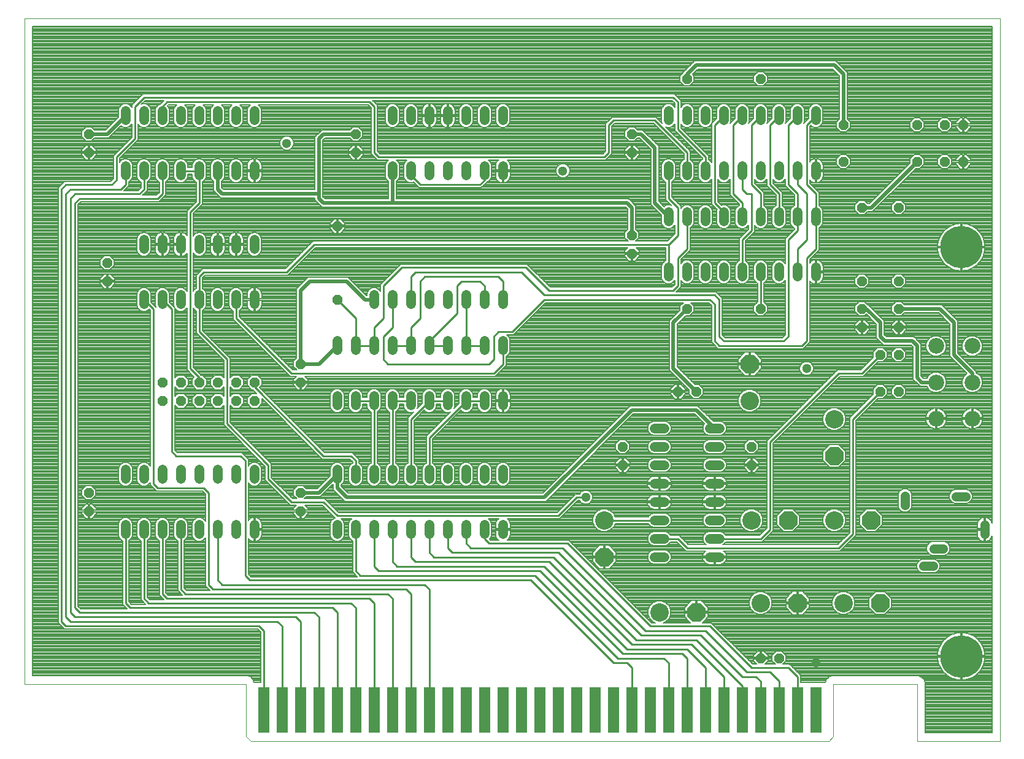
<source format=gtl>
G75*
%MOIN*%
%OFA0B0*%
%FSLAX25Y25*%
%IPPOS*%
%LPD*%
%AMOC8*
5,1,8,0,0,1.08239X$1,22.5*
%
%ADD10C,0.00000*%
%ADD11OC8,0.05200*%
%ADD12C,0.10000*%
%ADD13OC8,0.10000*%
%ADD14C,0.05200*%
%ADD15OC8,0.05600*%
%ADD16C,0.08600*%
%ADD17R,0.06000X0.24500*%
%ADD18C,0.05150*%
%ADD19C,0.23000*%
%ADD20C,0.00800*%
%ADD21C,0.05118*%
%ADD22C,0.02000*%
%ADD23C,0.01000*%
D10*
X0011400Y0051000D02*
X0011400Y0413000D01*
X0541400Y0413000D01*
X0541400Y0020000D01*
X0496400Y0020000D01*
X0496400Y0051000D01*
X0450900Y0051000D01*
X0450900Y0022500D01*
X0448400Y0020000D01*
X0134400Y0020000D01*
X0131900Y0022500D01*
X0131900Y0051000D01*
X0011400Y0051000D01*
D11*
X0046400Y0145000D03*
X0046400Y0155000D03*
X0161400Y0155000D03*
X0161400Y0145000D03*
X0161400Y0215000D03*
X0161400Y0225000D03*
X0181400Y0260000D03*
X0181400Y0300000D03*
X0191400Y0340000D03*
X0191400Y0350000D03*
X0056400Y0280000D03*
X0056400Y0270000D03*
X0046400Y0340000D03*
X0046400Y0350000D03*
X0336400Y0180000D03*
X0336400Y0170000D03*
X0366400Y0210000D03*
X0376400Y0210000D03*
X0406400Y0180000D03*
X0406400Y0170000D03*
X0476400Y0210000D03*
X0486400Y0210000D03*
X0486400Y0230000D03*
X0476400Y0230000D03*
X0466400Y0245000D03*
X0466400Y0255000D03*
X0466400Y0270000D03*
X0486400Y0270000D03*
X0486400Y0255000D03*
X0486400Y0245000D03*
X0411400Y0255000D03*
X0371400Y0255000D03*
X0341400Y0285000D03*
X0341400Y0295000D03*
X0341400Y0340000D03*
X0341400Y0350000D03*
X0371400Y0380000D03*
X0411400Y0380000D03*
X0456400Y0355000D03*
X0456400Y0335000D03*
X0466400Y0310000D03*
X0486400Y0310000D03*
X0496400Y0335000D03*
X0511400Y0335000D03*
X0521400Y0335000D03*
X0521400Y0355000D03*
X0511400Y0355000D03*
X0496400Y0355000D03*
X0421400Y0065000D03*
X0411400Y0065000D03*
D12*
X0411400Y0095000D03*
X0456400Y0095000D03*
X0451400Y0140000D03*
X0406400Y0140000D03*
X0356400Y0090000D03*
X0326400Y0140000D03*
X0405400Y0205000D03*
X0451400Y0195000D03*
D13*
X0451400Y0175000D03*
X0471400Y0140000D03*
X0426400Y0140000D03*
X0431400Y0095000D03*
X0476400Y0095000D03*
X0376400Y0090000D03*
X0326400Y0120000D03*
X0405400Y0225000D03*
D14*
X0389000Y0190000D02*
X0383800Y0190000D01*
X0383800Y0180000D02*
X0389000Y0180000D01*
X0389000Y0170000D02*
X0383800Y0170000D01*
X0383800Y0160000D02*
X0389000Y0160000D01*
X0389000Y0150000D02*
X0383800Y0150000D01*
X0383800Y0140000D02*
X0389000Y0140000D01*
X0389000Y0130000D02*
X0383800Y0130000D01*
X0383800Y0120000D02*
X0389000Y0120000D01*
X0359000Y0120000D02*
X0353800Y0120000D01*
X0353800Y0130000D02*
X0359000Y0130000D01*
X0359000Y0140000D02*
X0353800Y0140000D01*
X0353800Y0150000D02*
X0359000Y0150000D01*
X0359000Y0160000D02*
X0353800Y0160000D01*
X0353800Y0170000D02*
X0359000Y0170000D01*
X0359000Y0180000D02*
X0353800Y0180000D01*
X0353800Y0190000D02*
X0359000Y0190000D01*
X0271400Y0202400D02*
X0271400Y0207600D01*
X0261400Y0207600D02*
X0261400Y0202400D01*
X0251400Y0202400D02*
X0251400Y0207600D01*
X0241400Y0207600D02*
X0241400Y0202400D01*
X0231400Y0202400D02*
X0231400Y0207600D01*
X0221400Y0207600D02*
X0221400Y0202400D01*
X0211400Y0202400D02*
X0211400Y0207600D01*
X0201400Y0207600D02*
X0201400Y0202400D01*
X0191400Y0202400D02*
X0191400Y0207600D01*
X0181400Y0207600D02*
X0181400Y0202400D01*
X0181400Y0232400D02*
X0181400Y0237600D01*
X0191400Y0237600D02*
X0191400Y0232400D01*
X0201400Y0232400D02*
X0201400Y0237600D01*
X0211400Y0237600D02*
X0211400Y0232400D01*
X0221400Y0232400D02*
X0221400Y0237600D01*
X0231400Y0237600D02*
X0231400Y0232400D01*
X0241400Y0232400D02*
X0241400Y0237600D01*
X0251400Y0237600D02*
X0251400Y0232400D01*
X0261400Y0232400D02*
X0261400Y0237600D01*
X0271400Y0237600D02*
X0271400Y0232400D01*
X0271400Y0257400D02*
X0271400Y0262600D01*
X0261400Y0262600D02*
X0261400Y0257400D01*
X0251400Y0257400D02*
X0251400Y0262600D01*
X0241400Y0262600D02*
X0241400Y0257400D01*
X0231400Y0257400D02*
X0231400Y0262600D01*
X0221400Y0262600D02*
X0221400Y0257400D01*
X0211400Y0257400D02*
X0211400Y0262600D01*
X0201400Y0262600D02*
X0201400Y0257400D01*
X0136400Y0257400D02*
X0136400Y0262600D01*
X0126400Y0262600D02*
X0126400Y0257400D01*
X0116400Y0257400D02*
X0116400Y0262600D01*
X0106400Y0262600D02*
X0106400Y0257400D01*
X0096400Y0257400D02*
X0096400Y0262600D01*
X0086400Y0262600D02*
X0086400Y0257400D01*
X0076400Y0257400D02*
X0076400Y0262600D01*
X0076400Y0287400D02*
X0076400Y0292600D01*
X0086400Y0292600D02*
X0086400Y0287400D01*
X0096400Y0287400D02*
X0096400Y0292600D01*
X0106400Y0292600D02*
X0106400Y0287400D01*
X0116400Y0287400D02*
X0116400Y0292600D01*
X0126400Y0292600D02*
X0126400Y0287400D01*
X0136400Y0287400D02*
X0136400Y0292600D01*
X0136400Y0327400D02*
X0136400Y0332600D01*
X0126400Y0332600D02*
X0126400Y0327400D01*
X0116400Y0327400D02*
X0116400Y0332600D01*
X0106400Y0332600D02*
X0106400Y0327400D01*
X0096400Y0327400D02*
X0096400Y0332600D01*
X0086400Y0332600D02*
X0086400Y0327400D01*
X0076400Y0327400D02*
X0076400Y0332600D01*
X0066400Y0332600D02*
X0066400Y0327400D01*
X0066400Y0357400D02*
X0066400Y0362600D01*
X0076400Y0362600D02*
X0076400Y0357400D01*
X0086400Y0357400D02*
X0086400Y0362600D01*
X0096400Y0362600D02*
X0096400Y0357400D01*
X0106400Y0357400D02*
X0106400Y0362600D01*
X0116400Y0362600D02*
X0116400Y0357400D01*
X0126400Y0357400D02*
X0126400Y0362600D01*
X0136400Y0362600D02*
X0136400Y0357400D01*
X0211400Y0357400D02*
X0211400Y0362600D01*
X0221400Y0362600D02*
X0221400Y0357400D01*
X0231400Y0357400D02*
X0231400Y0362600D01*
X0241400Y0362600D02*
X0241400Y0357400D01*
X0251400Y0357400D02*
X0251400Y0362600D01*
X0261400Y0362600D02*
X0261400Y0357400D01*
X0271400Y0357400D02*
X0271400Y0362600D01*
X0271400Y0332600D02*
X0271400Y0327400D01*
X0261400Y0327400D02*
X0261400Y0332600D01*
X0251400Y0332600D02*
X0251400Y0327400D01*
X0241400Y0327400D02*
X0241400Y0332600D01*
X0231400Y0332600D02*
X0231400Y0327400D01*
X0221400Y0327400D02*
X0221400Y0332600D01*
X0211400Y0332600D02*
X0211400Y0327400D01*
X0361400Y0327400D02*
X0361400Y0332600D01*
X0371400Y0332600D02*
X0371400Y0327400D01*
X0381400Y0327400D02*
X0381400Y0332600D01*
X0391400Y0332600D02*
X0391400Y0327400D01*
X0401400Y0327400D02*
X0401400Y0332600D01*
X0411400Y0332600D02*
X0411400Y0327400D01*
X0421400Y0327400D02*
X0421400Y0332600D01*
X0431400Y0332600D02*
X0431400Y0327400D01*
X0441400Y0327400D02*
X0441400Y0332600D01*
X0441400Y0357400D02*
X0441400Y0362600D01*
X0431400Y0362600D02*
X0431400Y0357400D01*
X0421400Y0357400D02*
X0421400Y0362600D01*
X0411400Y0362600D02*
X0411400Y0357400D01*
X0401400Y0357400D02*
X0401400Y0362600D01*
X0391400Y0362600D02*
X0391400Y0357400D01*
X0381400Y0357400D02*
X0381400Y0362600D01*
X0371400Y0362600D02*
X0371400Y0357400D01*
X0361400Y0357400D02*
X0361400Y0362600D01*
X0361400Y0307600D02*
X0361400Y0302400D01*
X0371400Y0302400D02*
X0371400Y0307600D01*
X0381400Y0307600D02*
X0381400Y0302400D01*
X0391400Y0302400D02*
X0391400Y0307600D01*
X0401400Y0307600D02*
X0401400Y0302400D01*
X0411400Y0302400D02*
X0411400Y0307600D01*
X0421400Y0307600D02*
X0421400Y0302400D01*
X0431400Y0302400D02*
X0431400Y0307600D01*
X0441400Y0307600D02*
X0441400Y0302400D01*
X0441400Y0277600D02*
X0441400Y0272400D01*
X0431400Y0272400D02*
X0431400Y0277600D01*
X0421400Y0277600D02*
X0421400Y0272400D01*
X0411400Y0272400D02*
X0411400Y0277600D01*
X0401400Y0277600D02*
X0401400Y0272400D01*
X0391400Y0272400D02*
X0391400Y0277600D01*
X0381400Y0277600D02*
X0381400Y0272400D01*
X0371400Y0272400D02*
X0371400Y0277600D01*
X0361400Y0277600D02*
X0361400Y0272400D01*
X0271400Y0167600D02*
X0271400Y0162400D01*
X0261400Y0162400D02*
X0261400Y0167600D01*
X0251400Y0167600D02*
X0251400Y0162400D01*
X0241400Y0162400D02*
X0241400Y0167600D01*
X0231400Y0167600D02*
X0231400Y0162400D01*
X0221400Y0162400D02*
X0221400Y0167600D01*
X0211400Y0167600D02*
X0211400Y0162400D01*
X0201400Y0162400D02*
X0201400Y0167600D01*
X0191400Y0167600D02*
X0191400Y0162400D01*
X0181400Y0162400D02*
X0181400Y0167600D01*
X0181400Y0137600D02*
X0181400Y0132400D01*
X0191400Y0132400D02*
X0191400Y0137600D01*
X0201400Y0137600D02*
X0201400Y0132400D01*
X0211400Y0132400D02*
X0211400Y0137600D01*
X0221400Y0137600D02*
X0221400Y0132400D01*
X0231400Y0132400D02*
X0231400Y0137600D01*
X0241400Y0137600D02*
X0241400Y0132400D01*
X0251400Y0132400D02*
X0251400Y0137600D01*
X0261400Y0137600D02*
X0261400Y0132400D01*
X0271400Y0132400D02*
X0271400Y0137600D01*
X0136400Y0137600D02*
X0136400Y0132400D01*
X0126400Y0132400D02*
X0126400Y0137600D01*
X0116400Y0137600D02*
X0116400Y0132400D01*
X0106400Y0132400D02*
X0106400Y0137600D01*
X0096400Y0137600D02*
X0096400Y0132400D01*
X0086400Y0132400D02*
X0086400Y0137600D01*
X0076400Y0137600D02*
X0076400Y0132400D01*
X0066400Y0132400D02*
X0066400Y0137600D01*
X0066400Y0162400D02*
X0066400Y0167600D01*
X0076400Y0167600D02*
X0076400Y0162400D01*
X0086400Y0162400D02*
X0086400Y0167600D01*
X0096400Y0167600D02*
X0096400Y0162400D01*
X0106400Y0162400D02*
X0106400Y0167600D01*
X0116400Y0167600D02*
X0116400Y0162400D01*
X0126400Y0162400D02*
X0126400Y0167600D01*
X0136400Y0167600D02*
X0136400Y0162400D01*
D15*
X0136400Y0205000D03*
X0136400Y0215000D03*
X0126400Y0215000D03*
X0116400Y0215000D03*
X0116400Y0205000D03*
X0126400Y0205000D03*
X0106400Y0205000D03*
X0106400Y0215000D03*
X0096400Y0215000D03*
X0096400Y0205000D03*
X0086400Y0205000D03*
X0086400Y0215000D03*
D16*
X0506715Y0215000D03*
X0526400Y0215000D03*
X0526400Y0195315D03*
X0506715Y0195315D03*
X0506715Y0234685D03*
X0526400Y0234685D03*
D17*
X0441400Y0037000D03*
X0431400Y0037000D03*
X0421400Y0037000D03*
X0411400Y0037000D03*
X0401400Y0037000D03*
X0391400Y0037000D03*
X0381400Y0037000D03*
X0371400Y0037000D03*
X0361400Y0037000D03*
X0351400Y0037000D03*
X0341400Y0037000D03*
X0331400Y0037000D03*
X0321400Y0037000D03*
X0311400Y0037000D03*
X0301400Y0037000D03*
X0291400Y0037000D03*
X0281400Y0037000D03*
X0271400Y0037000D03*
X0261400Y0037000D03*
X0251400Y0037000D03*
X0241400Y0037000D03*
X0231400Y0037000D03*
X0221400Y0037000D03*
X0211400Y0037000D03*
X0201400Y0037000D03*
X0191400Y0037000D03*
X0181400Y0037000D03*
X0171400Y0037000D03*
X0161400Y0037000D03*
X0151400Y0037000D03*
X0141400Y0037000D03*
D18*
X0489825Y0148173D02*
X0489825Y0153323D01*
X0517565Y0152913D02*
X0522715Y0152913D01*
X0533132Y0137575D02*
X0533132Y0132425D01*
X0510510Y0124567D02*
X0505361Y0124567D01*
X0504998Y0115118D02*
X0499849Y0115118D01*
D19*
X0520400Y0066000D03*
X0520400Y0288500D03*
D20*
X0520800Y0288300D02*
X0537000Y0288300D01*
X0537000Y0289098D02*
X0533300Y0289098D01*
X0533300Y0289134D02*
X0533176Y0290395D01*
X0532928Y0291638D01*
X0532561Y0292851D01*
X0532076Y0294022D01*
X0531478Y0295140D01*
X0530774Y0296194D01*
X0529970Y0297174D01*
X0529074Y0298070D01*
X0528094Y0298874D01*
X0527040Y0299578D01*
X0525922Y0300176D01*
X0524751Y0300661D01*
X0523538Y0301028D01*
X0522295Y0301276D01*
X0521034Y0301400D01*
X0520800Y0301400D01*
X0520800Y0288900D01*
X0533300Y0288900D01*
X0533300Y0289134D01*
X0533225Y0289897D02*
X0537000Y0289897D01*
X0537000Y0290695D02*
X0533116Y0290695D01*
X0532957Y0291494D02*
X0537000Y0291494D01*
X0537000Y0292292D02*
X0532730Y0292292D01*
X0532461Y0293091D02*
X0537000Y0293091D01*
X0537000Y0293889D02*
X0532130Y0293889D01*
X0531720Y0294688D02*
X0537000Y0294688D01*
X0537000Y0295486D02*
X0531247Y0295486D01*
X0530699Y0296285D02*
X0537000Y0296285D01*
X0537000Y0297083D02*
X0530044Y0297083D01*
X0529261Y0297882D02*
X0537000Y0297882D01*
X0537000Y0298680D02*
X0528329Y0298680D01*
X0527188Y0299479D02*
X0537000Y0299479D01*
X0537000Y0300277D02*
X0525676Y0300277D01*
X0523299Y0301076D02*
X0537000Y0301076D01*
X0537000Y0301874D02*
X0445200Y0301874D01*
X0445200Y0301644D02*
X0445200Y0308356D01*
X0444621Y0309753D01*
X0443553Y0310821D01*
X0443100Y0311009D01*
X0443100Y0318204D01*
X0438100Y0323204D01*
X0438100Y0325139D01*
X0438293Y0324850D01*
X0438850Y0324293D01*
X0439505Y0323855D01*
X0440233Y0323554D01*
X0441000Y0323401D01*
X0441000Y0329600D01*
X0441800Y0329600D01*
X0441800Y0330400D01*
X0441000Y0330400D01*
X0441000Y0336599D01*
X0440233Y0336446D01*
X0439505Y0336145D01*
X0438850Y0335707D01*
X0438293Y0335150D01*
X0438100Y0334861D01*
X0438100Y0354296D01*
X0438615Y0354811D01*
X0439247Y0354179D01*
X0440644Y0353600D01*
X0442156Y0353600D01*
X0443553Y0354179D01*
X0444621Y0355247D01*
X0445200Y0356644D01*
X0445200Y0363356D01*
X0444621Y0364753D01*
X0443553Y0365821D01*
X0442156Y0366400D01*
X0440644Y0366400D01*
X0439247Y0365821D01*
X0438179Y0364753D01*
X0437600Y0363356D01*
X0437600Y0358604D01*
X0434889Y0355893D01*
X0435200Y0356644D01*
X0435200Y0363356D01*
X0434621Y0364753D01*
X0433553Y0365821D01*
X0432156Y0366400D01*
X0430644Y0366400D01*
X0429247Y0365821D01*
X0428179Y0364753D01*
X0427600Y0363356D01*
X0427600Y0358604D01*
X0424889Y0355893D01*
X0425200Y0356644D01*
X0425200Y0363356D01*
X0424621Y0364753D01*
X0423553Y0365821D01*
X0422156Y0366400D01*
X0420644Y0366400D01*
X0419247Y0365821D01*
X0418179Y0364753D01*
X0417600Y0363356D01*
X0417600Y0358604D01*
X0414889Y0355893D01*
X0415200Y0356644D01*
X0415200Y0363356D01*
X0414621Y0364753D01*
X0413553Y0365821D01*
X0412156Y0366400D01*
X0410644Y0366400D01*
X0409247Y0365821D01*
X0408179Y0364753D01*
X0407600Y0363356D01*
X0407600Y0358604D01*
X0404889Y0355893D01*
X0405200Y0356644D01*
X0405200Y0363356D01*
X0404621Y0364753D01*
X0403553Y0365821D01*
X0402156Y0366400D01*
X0400644Y0366400D01*
X0399247Y0365821D01*
X0398179Y0364753D01*
X0397600Y0363356D01*
X0397600Y0358604D01*
X0394889Y0355893D01*
X0395200Y0356644D01*
X0395200Y0363356D01*
X0394621Y0364753D01*
X0393553Y0365821D01*
X0392156Y0366400D01*
X0390644Y0366400D01*
X0389247Y0365821D01*
X0388179Y0364753D01*
X0387600Y0363356D01*
X0387600Y0358604D01*
X0384889Y0355893D01*
X0385200Y0356644D01*
X0385200Y0363356D01*
X0384621Y0364753D01*
X0383553Y0365821D01*
X0382156Y0366400D01*
X0380644Y0366400D01*
X0379247Y0365821D01*
X0378179Y0364753D01*
X0377600Y0363356D01*
X0377600Y0356644D01*
X0378179Y0355247D01*
X0379247Y0354179D01*
X0380644Y0353600D01*
X0382156Y0353600D01*
X0383553Y0354179D01*
X0384621Y0355247D01*
X0384700Y0355437D01*
X0384700Y0334563D01*
X0384621Y0334753D01*
X0383553Y0335821D01*
X0383100Y0336009D01*
X0383100Y0338204D01*
X0382104Y0339200D01*
X0368100Y0353204D01*
X0368100Y0355437D01*
X0368179Y0355247D01*
X0369247Y0354179D01*
X0370644Y0353600D01*
X0372156Y0353600D01*
X0373553Y0354179D01*
X0374621Y0355247D01*
X0375200Y0356644D01*
X0375200Y0363356D01*
X0374621Y0364753D01*
X0373553Y0365821D01*
X0372156Y0366400D01*
X0370644Y0366400D01*
X0369247Y0365821D01*
X0368179Y0364753D01*
X0368100Y0364563D01*
X0368100Y0368204D01*
X0367104Y0369200D01*
X0364604Y0371700D01*
X0075696Y0371700D01*
X0074700Y0370704D01*
X0069700Y0365704D01*
X0069700Y0364563D01*
X0069621Y0364753D01*
X0068553Y0365821D01*
X0067156Y0366400D01*
X0065644Y0366400D01*
X0064247Y0365821D01*
X0063179Y0364753D01*
X0062600Y0363356D01*
X0062600Y0359311D01*
X0055489Y0352200D01*
X0049574Y0352200D01*
X0047974Y0353800D01*
X0044826Y0353800D01*
X0042600Y0351574D01*
X0042600Y0348426D01*
X0044826Y0346200D01*
X0047974Y0346200D01*
X0049574Y0347800D01*
X0057311Y0347800D01*
X0063969Y0354457D01*
X0064247Y0354179D01*
X0065644Y0353600D01*
X0067156Y0353600D01*
X0068553Y0354179D01*
X0069621Y0355247D01*
X0069700Y0355437D01*
X0069700Y0348204D01*
X0059700Y0338204D01*
X0059700Y0325704D01*
X0058196Y0324200D01*
X0033196Y0324200D01*
X0032200Y0323204D01*
X0030696Y0321700D01*
X0030696Y0321700D01*
X0029700Y0320704D01*
X0029700Y0084296D01*
X0030696Y0083300D01*
X0033196Y0080800D01*
X0138196Y0080800D01*
X0139700Y0079296D01*
X0139700Y0052000D01*
X0136248Y0052000D01*
X0135630Y0053492D01*
X0134392Y0054730D01*
X0132775Y0055400D01*
X0015800Y0055400D01*
X0015800Y0408600D01*
X0537000Y0408600D01*
X0537000Y0138505D01*
X0536954Y0138734D01*
X0536655Y0139458D01*
X0536220Y0140109D01*
X0535666Y0140662D01*
X0535015Y0141097D01*
X0534292Y0141397D01*
X0533524Y0141550D01*
X0533520Y0141550D01*
X0533520Y0135387D01*
X0532745Y0135387D01*
X0532745Y0134613D01*
X0529157Y0134613D01*
X0529157Y0132034D01*
X0529310Y0131266D01*
X0529610Y0130542D01*
X0530045Y0129891D01*
X0530598Y0129338D01*
X0531249Y0128903D01*
X0531973Y0128603D01*
X0532741Y0128450D01*
X0532745Y0128450D01*
X0532745Y0134613D01*
X0533520Y0134613D01*
X0533520Y0128450D01*
X0533524Y0128450D01*
X0534292Y0128603D01*
X0535015Y0128903D01*
X0535666Y0129338D01*
X0536220Y0129891D01*
X0536655Y0130542D01*
X0536954Y0131266D01*
X0537000Y0131495D01*
X0537000Y0052000D01*
X0500748Y0052000D01*
X0500130Y0053492D01*
X0498892Y0054730D01*
X0498241Y0055000D01*
X0513643Y0055000D01*
X0513760Y0054922D01*
X0514878Y0054324D01*
X0516049Y0053839D01*
X0517262Y0053472D01*
X0518505Y0053224D01*
X0519766Y0053100D01*
X0520000Y0053100D01*
X0520000Y0055000D01*
X0520800Y0055000D01*
X0520800Y0053100D01*
X0521034Y0053100D01*
X0522295Y0053224D01*
X0523538Y0053472D01*
X0524751Y0053839D01*
X0525922Y0054324D01*
X0527040Y0054922D01*
X0527157Y0055000D01*
X0537000Y0055000D01*
X0537000Y0024400D01*
X0500800Y0024400D01*
X0500800Y0051875D01*
X0500130Y0053492D01*
X0498892Y0054730D01*
X0497275Y0055400D01*
X0450025Y0055400D01*
X0448408Y0054730D01*
X0447170Y0053492D01*
X0446552Y0052000D01*
X0433100Y0052000D01*
X0433100Y0055704D01*
X0428100Y0060704D01*
X0427104Y0061700D01*
X0423474Y0061700D01*
X0425200Y0063426D01*
X0425200Y0066574D01*
X0422974Y0068800D01*
X0419826Y0068800D01*
X0417600Y0066574D01*
X0417600Y0063426D01*
X0419326Y0061700D01*
X0413757Y0061700D01*
X0415400Y0063343D01*
X0415400Y0064600D01*
X0411800Y0064600D01*
X0411800Y0065400D01*
X0411000Y0065400D01*
X0411000Y0069000D01*
X0409743Y0069000D01*
X0407400Y0066657D01*
X0407400Y0065400D01*
X0411000Y0065400D01*
X0411000Y0064600D01*
X0407400Y0064600D01*
X0407400Y0063343D01*
X0409043Y0061700D01*
X0407104Y0061700D01*
X0384604Y0084200D01*
X0379651Y0084200D01*
X0382800Y0087349D01*
X0382800Y0089600D01*
X0376800Y0089600D01*
X0376800Y0090400D01*
X0376000Y0090400D01*
X0376000Y0096400D01*
X0373749Y0096400D01*
X0370000Y0092651D01*
X0370000Y0090400D01*
X0376000Y0090400D01*
X0376000Y0089600D01*
X0370000Y0089600D01*
X0370000Y0087349D01*
X0373149Y0084200D01*
X0358599Y0084200D01*
X0359912Y0084744D01*
X0361656Y0086488D01*
X0362600Y0088767D01*
X0362600Y0091233D01*
X0361656Y0093512D01*
X0359912Y0095256D01*
X0357633Y0096200D01*
X0355167Y0096200D01*
X0352888Y0095256D01*
X0351144Y0093512D01*
X0350200Y0091233D01*
X0350200Y0088767D01*
X0351144Y0086488D01*
X0352888Y0084744D01*
X0354201Y0084200D01*
X0352104Y0084200D01*
X0308100Y0128204D01*
X0307104Y0129200D01*
X0273811Y0129200D01*
X0273950Y0129293D01*
X0274507Y0129850D01*
X0274945Y0130505D01*
X0275246Y0131233D01*
X0275400Y0132006D01*
X0275400Y0134600D01*
X0271800Y0134600D01*
X0271800Y0135400D01*
X0275400Y0135400D01*
X0275400Y0137994D01*
X0275246Y0138767D01*
X0274945Y0139495D01*
X0274507Y0140150D01*
X0273950Y0140707D01*
X0273811Y0140800D01*
X0302104Y0140800D01*
X0303100Y0141796D01*
X0312104Y0150800D01*
X0313035Y0150800D01*
X0313213Y0150371D01*
X0314271Y0149313D01*
X0315652Y0148741D01*
X0317148Y0148741D01*
X0318529Y0149313D01*
X0319587Y0150371D01*
X0320159Y0151752D01*
X0320159Y0153248D01*
X0319587Y0154629D01*
X0318529Y0155687D01*
X0317148Y0156259D01*
X0315652Y0156259D01*
X0314271Y0155687D01*
X0313213Y0154629D01*
X0313035Y0154200D01*
X0310696Y0154200D01*
X0300696Y0144200D01*
X0182104Y0144200D01*
X0175600Y0150704D01*
X0175600Y0150704D01*
X0174604Y0151700D01*
X0163474Y0151700D01*
X0164574Y0152800D01*
X0172311Y0152800D01*
X0173600Y0154089D01*
X0178969Y0159457D01*
X0179200Y0159226D01*
X0179200Y0156589D01*
X0184200Y0151589D01*
X0185489Y0150300D01*
X0294811Y0150300D01*
X0342311Y0197800D01*
X0375489Y0197800D01*
X0380857Y0192431D01*
X0380579Y0192153D01*
X0380000Y0190756D01*
X0380000Y0189244D01*
X0380579Y0187847D01*
X0381647Y0186779D01*
X0383044Y0186200D01*
X0389756Y0186200D01*
X0391153Y0186779D01*
X0392221Y0187847D01*
X0392800Y0189244D01*
X0392800Y0190756D01*
X0392221Y0192153D01*
X0391153Y0193221D01*
X0389756Y0193800D01*
X0385711Y0193800D01*
X0377311Y0202200D01*
X0340489Y0202200D01*
X0339200Y0200911D01*
X0292989Y0154700D01*
X0187311Y0154700D01*
X0183600Y0158411D01*
X0183600Y0159226D01*
X0184621Y0160247D01*
X0185200Y0161644D01*
X0185200Y0168356D01*
X0184621Y0169753D01*
X0183553Y0170821D01*
X0182156Y0171400D01*
X0180644Y0171400D01*
X0179247Y0170821D01*
X0178179Y0169753D01*
X0177600Y0168356D01*
X0177600Y0164311D01*
X0170489Y0157200D01*
X0164574Y0157200D01*
X0162974Y0158800D01*
X0159826Y0158800D01*
X0157600Y0156574D01*
X0157600Y0153426D01*
X0159326Y0151700D01*
X0157104Y0151700D01*
X0145600Y0163204D01*
X0145600Y0170704D01*
X0123100Y0193204D01*
X0123100Y0202643D01*
X0124743Y0201000D01*
X0128057Y0201000D01*
X0130400Y0203343D01*
X0130400Y0206657D01*
X0128057Y0209000D01*
X0124743Y0209000D01*
X0123100Y0207357D01*
X0123100Y0212643D01*
X0124743Y0211000D01*
X0128057Y0211000D01*
X0130400Y0213343D01*
X0130400Y0216657D01*
X0128057Y0219000D01*
X0124743Y0219000D01*
X0123100Y0217357D01*
X0123100Y0228204D01*
X0108100Y0243204D01*
X0108100Y0253991D01*
X0108553Y0254179D01*
X0109621Y0255247D01*
X0110200Y0256644D01*
X0110200Y0263356D01*
X0109621Y0264753D01*
X0108553Y0265821D01*
X0108100Y0266009D01*
X0108100Y0271796D01*
X0109604Y0273300D01*
X0154604Y0273300D01*
X0155600Y0274296D01*
X0169604Y0288300D01*
X0339043Y0288300D01*
X0337400Y0286657D01*
X0337400Y0285400D01*
X0341000Y0285400D01*
X0341000Y0284600D01*
X0341800Y0284600D01*
X0341800Y0285400D01*
X0345400Y0285400D01*
X0345400Y0286657D01*
X0343757Y0288300D01*
X0359700Y0288300D01*
X0359700Y0281009D01*
X0359247Y0280821D01*
X0358179Y0279753D01*
X0357600Y0278356D01*
X0357600Y0271644D01*
X0358179Y0270247D01*
X0359247Y0269179D01*
X0360644Y0268600D01*
X0362156Y0268600D01*
X0363553Y0269179D01*
X0364621Y0270247D01*
X0364700Y0270437D01*
X0364700Y0268204D01*
X0363196Y0266700D01*
X0297104Y0266700D01*
X0284604Y0279200D01*
X0215696Y0279200D01*
X0205696Y0269200D01*
X0204700Y0268204D01*
X0204700Y0264563D01*
X0204621Y0264753D01*
X0203553Y0265821D01*
X0202156Y0266400D01*
X0200644Y0266400D01*
X0199247Y0265821D01*
X0198179Y0264753D01*
X0197600Y0263356D01*
X0197600Y0262200D01*
X0197311Y0262200D01*
X0187311Y0272200D01*
X0165489Y0272200D01*
X0164200Y0270911D01*
X0159200Y0265911D01*
X0159200Y0228174D01*
X0157600Y0226574D01*
X0157600Y0223426D01*
X0159326Y0221700D01*
X0157104Y0221700D01*
X0128100Y0250704D01*
X0128100Y0253991D01*
X0128553Y0254179D01*
X0129621Y0255247D01*
X0130200Y0256644D01*
X0130200Y0263356D01*
X0129621Y0264753D01*
X0128553Y0265821D01*
X0127156Y0266400D01*
X0125644Y0266400D01*
X0124247Y0265821D01*
X0123179Y0264753D01*
X0122600Y0263356D01*
X0122600Y0256644D01*
X0123179Y0255247D01*
X0124247Y0254179D01*
X0124700Y0253991D01*
X0124700Y0249296D01*
X0154700Y0219296D01*
X0155696Y0218300D01*
X0159043Y0218300D01*
X0157400Y0216657D01*
X0157400Y0215400D01*
X0161000Y0215400D01*
X0161000Y0214600D01*
X0157400Y0214600D01*
X0157400Y0213343D01*
X0159743Y0211000D01*
X0161000Y0211000D01*
X0161000Y0214600D01*
X0161800Y0214600D01*
X0161800Y0215400D01*
X0165400Y0215400D01*
X0165400Y0216657D01*
X0163757Y0218300D01*
X0267104Y0218300D01*
X0272104Y0223300D01*
X0273100Y0224296D01*
X0273100Y0228991D01*
X0273553Y0229179D01*
X0274621Y0230247D01*
X0275200Y0231644D01*
X0275200Y0238356D01*
X0274621Y0239753D01*
X0273574Y0240800D01*
X0277104Y0240800D01*
X0278100Y0241796D01*
X0294604Y0258300D01*
X0369326Y0258300D01*
X0367600Y0256574D01*
X0367600Y0254311D01*
X0362989Y0249700D01*
X0361700Y0248411D01*
X0361700Y0221589D01*
X0372600Y0210689D01*
X0372600Y0208426D01*
X0374826Y0206200D01*
X0377974Y0206200D01*
X0380200Y0208426D01*
X0380200Y0211574D01*
X0377974Y0213800D01*
X0375711Y0213800D01*
X0366100Y0223411D01*
X0366100Y0246589D01*
X0370711Y0251200D01*
X0372974Y0251200D01*
X0375200Y0253426D01*
X0375200Y0256574D01*
X0373474Y0258300D01*
X0383196Y0258300D01*
X0384700Y0256796D01*
X0384700Y0236796D01*
X0385696Y0235800D01*
X0388196Y0233300D01*
X0434604Y0233300D01*
X0435600Y0234296D01*
X0438100Y0236796D01*
X0438100Y0270139D01*
X0438293Y0269850D01*
X0438850Y0269293D01*
X0439505Y0268855D01*
X0440233Y0268554D01*
X0441000Y0268401D01*
X0441000Y0274600D01*
X0441800Y0274600D01*
X0441800Y0275400D01*
X0441000Y0275400D01*
X0441000Y0281599D01*
X0440233Y0281446D01*
X0439505Y0281145D01*
X0438850Y0280707D01*
X0438293Y0280150D01*
X0438100Y0279861D01*
X0438100Y0281796D01*
X0443100Y0286796D01*
X0443100Y0298991D01*
X0443553Y0299179D01*
X0444621Y0300247D01*
X0445200Y0301644D01*
X0444965Y0301076D02*
X0517501Y0301076D01*
X0517262Y0301028D02*
X0516049Y0300661D01*
X0514878Y0300176D01*
X0513760Y0299578D01*
X0512706Y0298874D01*
X0511726Y0298070D01*
X0510830Y0297174D01*
X0510026Y0296194D01*
X0509322Y0295140D01*
X0508724Y0294022D01*
X0508239Y0292851D01*
X0507872Y0291638D01*
X0507624Y0290395D01*
X0507500Y0289134D01*
X0507500Y0288900D01*
X0520000Y0288900D01*
X0520000Y0301400D01*
X0519766Y0301400D01*
X0518505Y0301276D01*
X0517262Y0301028D01*
X0515124Y0300277D02*
X0444634Y0300277D01*
X0443853Y0299479D02*
X0513612Y0299479D01*
X0512471Y0298680D02*
X0443100Y0298680D01*
X0443100Y0297882D02*
X0511539Y0297882D01*
X0510756Y0297083D02*
X0443100Y0297083D01*
X0443100Y0296285D02*
X0510101Y0296285D01*
X0509553Y0295486D02*
X0443100Y0295486D01*
X0443100Y0294688D02*
X0509080Y0294688D01*
X0508670Y0293889D02*
X0443100Y0293889D01*
X0443100Y0293091D02*
X0508339Y0293091D01*
X0508070Y0292292D02*
X0443100Y0292292D01*
X0443100Y0291494D02*
X0507843Y0291494D01*
X0507684Y0290695D02*
X0443100Y0290695D01*
X0443100Y0289897D02*
X0507575Y0289897D01*
X0507500Y0289098D02*
X0443100Y0289098D01*
X0443100Y0288300D02*
X0520000Y0288300D01*
X0520000Y0288100D02*
X0507500Y0288100D01*
X0507500Y0287866D01*
X0507624Y0286605D01*
X0507872Y0285362D01*
X0508239Y0284149D01*
X0508724Y0282978D01*
X0509322Y0281860D01*
X0510026Y0280806D01*
X0510830Y0279826D01*
X0511726Y0278930D01*
X0512706Y0278126D01*
X0513760Y0277422D01*
X0514878Y0276824D01*
X0516049Y0276339D01*
X0517262Y0275972D01*
X0518505Y0275724D01*
X0519766Y0275600D01*
X0520000Y0275600D01*
X0520000Y0288100D01*
X0520800Y0288100D01*
X0520800Y0288900D01*
X0520000Y0288900D01*
X0520000Y0288100D01*
X0520000Y0287501D02*
X0520800Y0287501D01*
X0520800Y0288100D02*
X0520800Y0275600D01*
X0521034Y0275600D01*
X0522295Y0275724D01*
X0523538Y0275972D01*
X0524751Y0276339D01*
X0525922Y0276824D01*
X0527040Y0277422D01*
X0528094Y0278126D01*
X0529074Y0278930D01*
X0529970Y0279826D01*
X0530774Y0280806D01*
X0531478Y0281860D01*
X0532076Y0282978D01*
X0532561Y0284149D01*
X0532928Y0285362D01*
X0533176Y0286605D01*
X0533300Y0287866D01*
X0533300Y0288100D01*
X0520800Y0288100D01*
X0520800Y0289098D02*
X0520000Y0289098D01*
X0520000Y0289897D02*
X0520800Y0289897D01*
X0520800Y0290695D02*
X0520000Y0290695D01*
X0520000Y0291494D02*
X0520800Y0291494D01*
X0520800Y0292292D02*
X0520000Y0292292D01*
X0520000Y0293091D02*
X0520800Y0293091D01*
X0520800Y0293889D02*
X0520000Y0293889D01*
X0520000Y0294688D02*
X0520800Y0294688D01*
X0520800Y0295486D02*
X0520000Y0295486D01*
X0520000Y0296285D02*
X0520800Y0296285D01*
X0520800Y0297083D02*
X0520000Y0297083D01*
X0520000Y0297882D02*
X0520800Y0297882D01*
X0520800Y0298680D02*
X0520000Y0298680D01*
X0520000Y0299479D02*
X0520800Y0299479D01*
X0520800Y0300277D02*
X0520000Y0300277D01*
X0520000Y0301076D02*
X0520800Y0301076D01*
X0537000Y0302673D02*
X0445200Y0302673D01*
X0445200Y0303472D02*
X0537000Y0303472D01*
X0537000Y0304270D02*
X0445200Y0304270D01*
X0445200Y0305069D02*
X0537000Y0305069D01*
X0537000Y0305867D02*
X0445200Y0305867D01*
X0445200Y0306666D02*
X0464360Y0306666D01*
X0464826Y0306200D02*
X0467974Y0306200D01*
X0469574Y0307800D01*
X0472311Y0307800D01*
X0495711Y0331200D01*
X0497974Y0331200D01*
X0500200Y0333426D01*
X0500200Y0336574D01*
X0497974Y0338800D01*
X0494826Y0338800D01*
X0492600Y0336574D01*
X0492600Y0334311D01*
X0470489Y0312200D01*
X0469574Y0312200D01*
X0467974Y0313800D01*
X0464826Y0313800D01*
X0462600Y0311574D01*
X0462600Y0308426D01*
X0464826Y0306200D01*
X0463562Y0307464D02*
X0445200Y0307464D01*
X0445200Y0308263D02*
X0462763Y0308263D01*
X0462600Y0309061D02*
X0444908Y0309061D01*
X0444514Y0309860D02*
X0462600Y0309860D01*
X0462600Y0310658D02*
X0443716Y0310658D01*
X0443100Y0311457D02*
X0462600Y0311457D01*
X0463281Y0312255D02*
X0443100Y0312255D01*
X0443100Y0313054D02*
X0464080Y0313054D01*
X0468720Y0313054D02*
X0471342Y0313054D01*
X0470544Y0312255D02*
X0469519Y0312255D01*
X0472141Y0313852D02*
X0443100Y0313852D01*
X0443100Y0314651D02*
X0472939Y0314651D01*
X0473738Y0315449D02*
X0443100Y0315449D01*
X0443100Y0316248D02*
X0474536Y0316248D01*
X0475335Y0317046D02*
X0443100Y0317046D01*
X0443100Y0317845D02*
X0476133Y0317845D01*
X0476932Y0318643D02*
X0442661Y0318643D01*
X0441862Y0319442D02*
X0477730Y0319442D01*
X0478529Y0320240D02*
X0441064Y0320240D01*
X0440265Y0321039D02*
X0479327Y0321039D01*
X0480126Y0321837D02*
X0439467Y0321837D01*
X0438668Y0322636D02*
X0480925Y0322636D01*
X0481723Y0323434D02*
X0441966Y0323434D01*
X0441800Y0323434D02*
X0441000Y0323434D01*
X0440834Y0323434D02*
X0438100Y0323434D01*
X0438100Y0324233D02*
X0438940Y0324233D01*
X0438172Y0325031D02*
X0438100Y0325031D01*
X0441000Y0325031D02*
X0441800Y0325031D01*
X0441800Y0324233D02*
X0441000Y0324233D01*
X0441800Y0323401D02*
X0442567Y0323554D01*
X0443295Y0323855D01*
X0443950Y0324293D01*
X0444507Y0324850D01*
X0444945Y0325505D01*
X0445246Y0326233D01*
X0445400Y0327006D01*
X0445400Y0329600D01*
X0441800Y0329600D01*
X0441800Y0323401D01*
X0443860Y0324233D02*
X0482522Y0324233D01*
X0483320Y0325031D02*
X0444628Y0325031D01*
X0445079Y0325830D02*
X0484119Y0325830D01*
X0484917Y0326628D02*
X0445325Y0326628D01*
X0445400Y0327427D02*
X0485716Y0327427D01*
X0486514Y0328225D02*
X0445400Y0328225D01*
X0445400Y0329024D02*
X0487313Y0329024D01*
X0488111Y0329822D02*
X0441800Y0329822D01*
X0441800Y0330400D02*
X0445400Y0330400D01*
X0445400Y0332994D01*
X0445246Y0333767D01*
X0444945Y0334495D01*
X0444507Y0335150D01*
X0443950Y0335707D01*
X0443295Y0336145D01*
X0442567Y0336446D01*
X0441800Y0336599D01*
X0441800Y0330400D01*
X0441800Y0330621D02*
X0441000Y0330621D01*
X0441000Y0331419D02*
X0441800Y0331419D01*
X0441800Y0332218D02*
X0441000Y0332218D01*
X0441000Y0333016D02*
X0441800Y0333016D01*
X0441800Y0333815D02*
X0441000Y0333815D01*
X0441000Y0334613D02*
X0441800Y0334613D01*
X0441800Y0335412D02*
X0441000Y0335412D01*
X0441000Y0336210D02*
X0441800Y0336210D01*
X0443136Y0336210D02*
X0452600Y0336210D01*
X0452600Y0336574D02*
X0452600Y0333426D01*
X0454826Y0331200D01*
X0457974Y0331200D01*
X0460200Y0333426D01*
X0460200Y0336574D01*
X0457974Y0338800D01*
X0454826Y0338800D01*
X0452600Y0336574D01*
X0453035Y0337009D02*
X0438100Y0337009D01*
X0438100Y0337808D02*
X0453834Y0337808D01*
X0454632Y0338606D02*
X0438100Y0338606D01*
X0438100Y0339405D02*
X0537000Y0339405D01*
X0537000Y0340203D02*
X0438100Y0340203D01*
X0438100Y0341002D02*
X0537000Y0341002D01*
X0537000Y0341800D02*
X0438100Y0341800D01*
X0438100Y0342599D02*
X0537000Y0342599D01*
X0537000Y0343397D02*
X0438100Y0343397D01*
X0438100Y0344196D02*
X0537000Y0344196D01*
X0537000Y0344994D02*
X0438100Y0344994D01*
X0438100Y0345793D02*
X0537000Y0345793D01*
X0537000Y0346591D02*
X0438100Y0346591D01*
X0438100Y0347390D02*
X0537000Y0347390D01*
X0537000Y0348188D02*
X0438100Y0348188D01*
X0438100Y0348987D02*
X0537000Y0348987D01*
X0537000Y0349785D02*
X0438100Y0349785D01*
X0438100Y0350584D02*
X0537000Y0350584D01*
X0537000Y0351382D02*
X0523439Y0351382D01*
X0523057Y0351000D02*
X0525400Y0353343D01*
X0525400Y0354600D01*
X0521800Y0354600D01*
X0521800Y0355400D01*
X0525400Y0355400D01*
X0525400Y0356657D01*
X0523057Y0359000D01*
X0521800Y0359000D01*
X0521800Y0355400D01*
X0521000Y0355400D01*
X0521000Y0359000D01*
X0519743Y0359000D01*
X0517400Y0356657D01*
X0517400Y0355400D01*
X0521000Y0355400D01*
X0521000Y0354600D01*
X0521800Y0354600D01*
X0521800Y0351000D01*
X0523057Y0351000D01*
X0521800Y0351382D02*
X0521000Y0351382D01*
X0521000Y0351000D02*
X0521000Y0354600D01*
X0517400Y0354600D01*
X0517400Y0353343D01*
X0519743Y0351000D01*
X0521000Y0351000D01*
X0521000Y0352181D02*
X0521800Y0352181D01*
X0521800Y0352979D02*
X0521000Y0352979D01*
X0521000Y0353778D02*
X0521800Y0353778D01*
X0521800Y0354576D02*
X0521000Y0354576D01*
X0521000Y0355375D02*
X0515200Y0355375D01*
X0515200Y0356173D02*
X0517400Y0356173D01*
X0517715Y0356972D02*
X0514802Y0356972D01*
X0515200Y0356574D02*
X0512974Y0358800D01*
X0509826Y0358800D01*
X0507600Y0356574D01*
X0507600Y0353426D01*
X0509826Y0351200D01*
X0512974Y0351200D01*
X0515200Y0353426D01*
X0515200Y0356574D01*
X0514004Y0357770D02*
X0518513Y0357770D01*
X0519312Y0358569D02*
X0513205Y0358569D01*
X0509595Y0358569D02*
X0498205Y0358569D01*
X0497974Y0358800D02*
X0494826Y0358800D01*
X0492600Y0356574D01*
X0492600Y0353426D01*
X0494826Y0351200D01*
X0497974Y0351200D01*
X0500200Y0353426D01*
X0500200Y0356574D01*
X0497974Y0358800D01*
X0499004Y0357770D02*
X0508796Y0357770D01*
X0507998Y0356972D02*
X0499802Y0356972D01*
X0500200Y0356173D02*
X0507600Y0356173D01*
X0507600Y0355375D02*
X0500200Y0355375D01*
X0500200Y0354576D02*
X0507600Y0354576D01*
X0507600Y0353778D02*
X0500200Y0353778D01*
X0499753Y0352979D02*
X0508047Y0352979D01*
X0508845Y0352181D02*
X0498955Y0352181D01*
X0498156Y0351382D02*
X0509644Y0351382D01*
X0513156Y0351382D02*
X0519361Y0351382D01*
X0518562Y0352181D02*
X0513955Y0352181D01*
X0514753Y0352979D02*
X0517764Y0352979D01*
X0517400Y0353778D02*
X0515200Y0353778D01*
X0515200Y0354576D02*
X0517400Y0354576D01*
X0521000Y0356173D02*
X0521800Y0356173D01*
X0521800Y0355375D02*
X0537000Y0355375D01*
X0537000Y0356173D02*
X0525400Y0356173D01*
X0525085Y0356972D02*
X0537000Y0356972D01*
X0537000Y0357770D02*
X0524287Y0357770D01*
X0523488Y0358569D02*
X0537000Y0358569D01*
X0537000Y0359367D02*
X0458600Y0359367D01*
X0458600Y0358569D02*
X0494595Y0358569D01*
X0493796Y0357770D02*
X0459004Y0357770D01*
X0458600Y0358174D02*
X0458600Y0383411D01*
X0457311Y0384700D01*
X0452311Y0389700D01*
X0375489Y0389700D01*
X0374200Y0388411D01*
X0369200Y0383411D01*
X0369200Y0383174D01*
X0367600Y0381574D01*
X0367600Y0378426D01*
X0369826Y0376200D01*
X0372974Y0376200D01*
X0375200Y0378426D01*
X0375200Y0381574D01*
X0374393Y0382381D01*
X0377311Y0385300D01*
X0450489Y0385300D01*
X0454200Y0381589D01*
X0454200Y0358174D01*
X0452600Y0356574D01*
X0452600Y0353426D01*
X0454826Y0351200D01*
X0457974Y0351200D01*
X0460200Y0353426D01*
X0460200Y0356574D01*
X0458600Y0358174D01*
X0459802Y0356972D02*
X0492998Y0356972D01*
X0492600Y0356173D02*
X0460200Y0356173D01*
X0460200Y0355375D02*
X0492600Y0355375D01*
X0492600Y0354576D02*
X0460200Y0354576D01*
X0460200Y0353778D02*
X0492600Y0353778D01*
X0493047Y0352979D02*
X0459753Y0352979D01*
X0458955Y0352181D02*
X0493845Y0352181D01*
X0494644Y0351382D02*
X0458156Y0351382D01*
X0454644Y0351382D02*
X0438100Y0351382D01*
X0438100Y0352181D02*
X0453845Y0352181D01*
X0453047Y0352979D02*
X0438100Y0352979D01*
X0438100Y0353778D02*
X0440215Y0353778D01*
X0438850Y0354576D02*
X0438380Y0354576D01*
X0435968Y0356972D02*
X0435200Y0356972D01*
X0435200Y0357770D02*
X0436766Y0357770D01*
X0437565Y0358569D02*
X0435200Y0358569D01*
X0435200Y0359367D02*
X0437600Y0359367D01*
X0437600Y0360166D02*
X0435200Y0360166D01*
X0435200Y0360964D02*
X0437600Y0360964D01*
X0437600Y0361763D02*
X0435200Y0361763D01*
X0435200Y0362561D02*
X0437600Y0362561D01*
X0437602Y0363360D02*
X0435198Y0363360D01*
X0434868Y0364158D02*
X0437932Y0364158D01*
X0438383Y0364957D02*
X0434417Y0364957D01*
X0433619Y0365755D02*
X0439181Y0365755D01*
X0443619Y0365755D02*
X0454200Y0365755D01*
X0454200Y0364957D02*
X0444417Y0364957D01*
X0444868Y0364158D02*
X0454200Y0364158D01*
X0454200Y0363360D02*
X0445198Y0363360D01*
X0445200Y0362561D02*
X0454200Y0362561D01*
X0454200Y0361763D02*
X0445200Y0361763D01*
X0445200Y0360964D02*
X0454200Y0360964D01*
X0454200Y0360166D02*
X0445200Y0360166D01*
X0445200Y0359367D02*
X0454200Y0359367D01*
X0454200Y0358569D02*
X0445200Y0358569D01*
X0445200Y0357770D02*
X0453796Y0357770D01*
X0452998Y0356972D02*
X0445200Y0356972D01*
X0445005Y0356173D02*
X0452600Y0356173D01*
X0452600Y0355375D02*
X0444674Y0355375D01*
X0443950Y0354576D02*
X0452600Y0354576D01*
X0452600Y0353778D02*
X0442585Y0353778D01*
X0435169Y0356173D02*
X0435005Y0356173D01*
X0427565Y0358569D02*
X0425200Y0358569D01*
X0425200Y0359367D02*
X0427600Y0359367D01*
X0427600Y0360166D02*
X0425200Y0360166D01*
X0425200Y0360964D02*
X0427600Y0360964D01*
X0427600Y0361763D02*
X0425200Y0361763D01*
X0425200Y0362561D02*
X0427600Y0362561D01*
X0427602Y0363360D02*
X0425198Y0363360D01*
X0424868Y0364158D02*
X0427932Y0364158D01*
X0428383Y0364957D02*
X0424417Y0364957D01*
X0423619Y0365755D02*
X0429181Y0365755D01*
X0419181Y0365755D02*
X0413619Y0365755D01*
X0414417Y0364957D02*
X0418383Y0364957D01*
X0417932Y0364158D02*
X0414868Y0364158D01*
X0415198Y0363360D02*
X0417602Y0363360D01*
X0417600Y0362561D02*
X0415200Y0362561D01*
X0415200Y0361763D02*
X0417600Y0361763D01*
X0417600Y0360964D02*
X0415200Y0360964D01*
X0415200Y0360166D02*
X0417600Y0360166D01*
X0417600Y0359367D02*
X0415200Y0359367D01*
X0415200Y0358569D02*
X0417565Y0358569D01*
X0416766Y0357770D02*
X0415200Y0357770D01*
X0415200Y0356972D02*
X0415968Y0356972D01*
X0415169Y0356173D02*
X0415005Y0356173D01*
X0407565Y0358569D02*
X0405200Y0358569D01*
X0405200Y0359367D02*
X0407600Y0359367D01*
X0407600Y0360166D02*
X0405200Y0360166D01*
X0405200Y0360964D02*
X0407600Y0360964D01*
X0407600Y0361763D02*
X0405200Y0361763D01*
X0405200Y0362561D02*
X0407600Y0362561D01*
X0407602Y0363360D02*
X0405198Y0363360D01*
X0404868Y0364158D02*
X0407932Y0364158D01*
X0408383Y0364957D02*
X0404417Y0364957D01*
X0403619Y0365755D02*
X0409181Y0365755D01*
X0406766Y0357770D02*
X0405200Y0357770D01*
X0405200Y0356972D02*
X0405968Y0356972D01*
X0405169Y0356173D02*
X0405005Y0356173D01*
X0397565Y0358569D02*
X0395200Y0358569D01*
X0395200Y0359367D02*
X0397600Y0359367D01*
X0397600Y0360166D02*
X0395200Y0360166D01*
X0395200Y0360964D02*
X0397600Y0360964D01*
X0397600Y0361763D02*
X0395200Y0361763D01*
X0395200Y0362561D02*
X0397600Y0362561D01*
X0397602Y0363360D02*
X0395198Y0363360D01*
X0394868Y0364158D02*
X0397932Y0364158D01*
X0398383Y0364957D02*
X0394417Y0364957D01*
X0393619Y0365755D02*
X0399181Y0365755D01*
X0396766Y0357770D02*
X0395200Y0357770D01*
X0395200Y0356972D02*
X0395968Y0356972D01*
X0395169Y0356173D02*
X0395005Y0356173D01*
X0387565Y0358569D02*
X0385200Y0358569D01*
X0385200Y0359367D02*
X0387600Y0359367D01*
X0387600Y0360166D02*
X0385200Y0360166D01*
X0385200Y0360964D02*
X0387600Y0360964D01*
X0387600Y0361763D02*
X0385200Y0361763D01*
X0385200Y0362561D02*
X0387600Y0362561D01*
X0387602Y0363360D02*
X0385198Y0363360D01*
X0384868Y0364158D02*
X0387932Y0364158D01*
X0388383Y0364957D02*
X0384417Y0364957D01*
X0383619Y0365755D02*
X0389181Y0365755D01*
X0379181Y0365755D02*
X0373619Y0365755D01*
X0374417Y0364957D02*
X0378383Y0364957D01*
X0377932Y0364158D02*
X0374868Y0364158D01*
X0375198Y0363360D02*
X0377602Y0363360D01*
X0377600Y0362561D02*
X0375200Y0362561D01*
X0375200Y0361763D02*
X0377600Y0361763D01*
X0377600Y0360964D02*
X0375200Y0360964D01*
X0375200Y0360166D02*
X0377600Y0360166D01*
X0377600Y0359367D02*
X0375200Y0359367D01*
X0375200Y0358569D02*
X0377600Y0358569D01*
X0377600Y0357770D02*
X0375200Y0357770D01*
X0375200Y0356972D02*
X0377600Y0356972D01*
X0377795Y0356173D02*
X0375005Y0356173D01*
X0374674Y0355375D02*
X0378126Y0355375D01*
X0378850Y0354576D02*
X0373950Y0354576D01*
X0372585Y0353778D02*
X0380215Y0353778D01*
X0382585Y0353778D02*
X0384700Y0353778D01*
X0384700Y0354576D02*
X0383950Y0354576D01*
X0384674Y0355375D02*
X0384700Y0355375D01*
X0385005Y0356173D02*
X0385169Y0356173D01*
X0385200Y0356972D02*
X0385968Y0356972D01*
X0385200Y0357770D02*
X0386766Y0357770D01*
X0384700Y0352979D02*
X0368325Y0352979D01*
X0368100Y0353778D02*
X0370215Y0353778D01*
X0368850Y0354576D02*
X0368100Y0354576D01*
X0368100Y0355375D02*
X0368126Y0355375D01*
X0369123Y0352181D02*
X0384700Y0352181D01*
X0384700Y0351382D02*
X0369922Y0351382D01*
X0370720Y0350584D02*
X0384700Y0350584D01*
X0384700Y0349785D02*
X0371519Y0349785D01*
X0372317Y0348987D02*
X0384700Y0348987D01*
X0384700Y0348188D02*
X0373116Y0348188D01*
X0373915Y0347390D02*
X0384700Y0347390D01*
X0384700Y0346591D02*
X0374713Y0346591D01*
X0375512Y0345793D02*
X0384700Y0345793D01*
X0384700Y0344994D02*
X0376310Y0344994D01*
X0377109Y0344196D02*
X0384700Y0344196D01*
X0384700Y0343397D02*
X0377907Y0343397D01*
X0378706Y0342599D02*
X0384700Y0342599D01*
X0384700Y0341800D02*
X0379504Y0341800D01*
X0380303Y0341002D02*
X0384700Y0341002D01*
X0384700Y0340203D02*
X0381101Y0340203D01*
X0381900Y0339405D02*
X0384700Y0339405D01*
X0384700Y0338606D02*
X0382698Y0338606D01*
X0383100Y0337808D02*
X0384700Y0337808D01*
X0384700Y0337009D02*
X0383100Y0337009D01*
X0383100Y0336210D02*
X0384700Y0336210D01*
X0384700Y0335412D02*
X0383962Y0335412D01*
X0384679Y0334613D02*
X0384700Y0334613D01*
X0379700Y0336009D02*
X0379247Y0335821D01*
X0378179Y0334753D01*
X0377600Y0333356D01*
X0377600Y0326644D01*
X0378179Y0325247D01*
X0379247Y0324179D01*
X0380644Y0323600D01*
X0382156Y0323600D01*
X0383553Y0324179D01*
X0384621Y0325247D01*
X0384700Y0325437D01*
X0384700Y0311796D01*
X0385696Y0310800D01*
X0387758Y0308738D01*
X0387600Y0308356D01*
X0387600Y0301644D01*
X0388179Y0300247D01*
X0389247Y0299179D01*
X0390644Y0298600D01*
X0392156Y0298600D01*
X0393553Y0299179D01*
X0394621Y0300247D01*
X0395200Y0301644D01*
X0395200Y0308356D01*
X0394621Y0309753D01*
X0393553Y0310821D01*
X0392156Y0311400D01*
X0390644Y0311400D01*
X0390121Y0311183D01*
X0388100Y0313204D01*
X0388100Y0325437D01*
X0388179Y0325247D01*
X0389247Y0324179D01*
X0390644Y0323600D01*
X0392156Y0323600D01*
X0393553Y0324179D01*
X0394621Y0325247D01*
X0394700Y0325437D01*
X0394700Y0316796D01*
X0395696Y0315800D01*
X0399700Y0311796D01*
X0399700Y0311009D01*
X0399247Y0310821D01*
X0398179Y0309753D01*
X0397600Y0308356D01*
X0397600Y0301644D01*
X0398179Y0300247D01*
X0399247Y0299179D01*
X0400644Y0298600D01*
X0402156Y0298600D01*
X0403553Y0299179D01*
X0404621Y0300247D01*
X0404700Y0300437D01*
X0404700Y0298204D01*
X0399700Y0293204D01*
X0399700Y0281009D01*
X0399247Y0280821D01*
X0398179Y0279753D01*
X0397600Y0278356D01*
X0397600Y0271644D01*
X0398179Y0270247D01*
X0399247Y0269179D01*
X0400644Y0268600D01*
X0402156Y0268600D01*
X0403553Y0269179D01*
X0404621Y0270247D01*
X0405200Y0271644D01*
X0405200Y0278356D01*
X0404621Y0279753D01*
X0403553Y0280821D01*
X0403100Y0281009D01*
X0403100Y0291796D01*
X0407104Y0295800D01*
X0408100Y0296796D01*
X0408100Y0300437D01*
X0408179Y0300247D01*
X0409247Y0299179D01*
X0410644Y0298600D01*
X0412156Y0298600D01*
X0413553Y0299179D01*
X0414621Y0300247D01*
X0415200Y0301644D01*
X0415200Y0308356D01*
X0414621Y0309753D01*
X0413553Y0310821D01*
X0413100Y0311009D01*
X0413100Y0318204D01*
X0408100Y0323204D01*
X0408100Y0325437D01*
X0408179Y0325247D01*
X0409247Y0324179D01*
X0410644Y0323600D01*
X0412156Y0323600D01*
X0413553Y0324179D01*
X0414621Y0325247D01*
X0414700Y0325437D01*
X0414700Y0321796D01*
X0415696Y0320800D01*
X0419700Y0316796D01*
X0419700Y0311009D01*
X0419247Y0310821D01*
X0418179Y0309753D01*
X0417600Y0308356D01*
X0417600Y0301644D01*
X0418179Y0300247D01*
X0419247Y0299179D01*
X0420644Y0298600D01*
X0422156Y0298600D01*
X0423553Y0299179D01*
X0424621Y0300247D01*
X0425200Y0301644D01*
X0425200Y0308356D01*
X0424621Y0309753D01*
X0423553Y0310821D01*
X0423100Y0311009D01*
X0423100Y0318204D01*
X0418100Y0323204D01*
X0418100Y0325437D01*
X0418179Y0325247D01*
X0419247Y0324179D01*
X0420644Y0323600D01*
X0422156Y0323600D01*
X0423553Y0324179D01*
X0424621Y0325247D01*
X0424700Y0325437D01*
X0424700Y0321796D01*
X0425696Y0320800D01*
X0429700Y0316796D01*
X0429700Y0311009D01*
X0429247Y0310821D01*
X0428179Y0309753D01*
X0427600Y0308356D01*
X0427600Y0301644D01*
X0428179Y0300247D01*
X0429247Y0299179D01*
X0429700Y0298991D01*
X0429700Y0298204D01*
X0425696Y0294200D01*
X0424700Y0293204D01*
X0424700Y0279563D01*
X0424621Y0279753D01*
X0423553Y0280821D01*
X0422156Y0281400D01*
X0420644Y0281400D01*
X0419247Y0280821D01*
X0418179Y0279753D01*
X0417600Y0278356D01*
X0417600Y0271644D01*
X0418179Y0270247D01*
X0419247Y0269179D01*
X0420644Y0268600D01*
X0422156Y0268600D01*
X0423553Y0269179D01*
X0424621Y0270247D01*
X0424700Y0270437D01*
X0424700Y0240704D01*
X0423196Y0239200D01*
X0392104Y0239200D01*
X0390600Y0240704D01*
X0390600Y0260704D01*
X0388100Y0263204D01*
X0387104Y0264200D01*
X0365504Y0264200D01*
X0365600Y0264296D01*
X0368100Y0266796D01*
X0368100Y0270437D01*
X0368179Y0270247D01*
X0369247Y0269179D01*
X0370644Y0268600D01*
X0372156Y0268600D01*
X0373553Y0269179D01*
X0374621Y0270247D01*
X0375200Y0271644D01*
X0375200Y0278356D01*
X0374621Y0279753D01*
X0373553Y0280821D01*
X0372156Y0281400D01*
X0370644Y0281400D01*
X0369247Y0280821D01*
X0368179Y0279753D01*
X0368100Y0279563D01*
X0368100Y0281796D01*
X0372104Y0285800D01*
X0372104Y0285800D01*
X0373100Y0286796D01*
X0373100Y0298991D01*
X0373553Y0299179D01*
X0374621Y0300247D01*
X0375200Y0301644D01*
X0375200Y0308356D01*
X0374621Y0309753D01*
X0373553Y0310821D01*
X0372156Y0311400D01*
X0370644Y0311400D01*
X0369247Y0310821D01*
X0368179Y0309753D01*
X0368100Y0309563D01*
X0368100Y0310704D01*
X0363100Y0315704D01*
X0363100Y0323991D01*
X0363553Y0324179D01*
X0364621Y0325247D01*
X0365200Y0326644D01*
X0365200Y0333356D01*
X0364621Y0334753D01*
X0363553Y0335821D01*
X0362156Y0336400D01*
X0360644Y0336400D01*
X0359247Y0335821D01*
X0358179Y0334753D01*
X0357600Y0333356D01*
X0357600Y0326644D01*
X0358179Y0325247D01*
X0359247Y0324179D01*
X0359700Y0323991D01*
X0359700Y0314296D01*
X0362907Y0311089D01*
X0362156Y0311400D01*
X0360644Y0311400D01*
X0359247Y0310821D01*
X0358969Y0310543D01*
X0356100Y0313411D01*
X0356100Y0343411D01*
X0354811Y0344700D01*
X0347311Y0352200D01*
X0344574Y0352200D01*
X0342974Y0353800D01*
X0339826Y0353800D01*
X0337600Y0351574D01*
X0337600Y0348426D01*
X0339826Y0346200D01*
X0342974Y0346200D01*
X0344574Y0347800D01*
X0345489Y0347800D01*
X0351700Y0341589D01*
X0351700Y0311589D01*
X0357600Y0305689D01*
X0357600Y0301644D01*
X0358179Y0300247D01*
X0359247Y0299179D01*
X0360644Y0298600D01*
X0362156Y0298600D01*
X0363553Y0299179D01*
X0364621Y0300247D01*
X0364700Y0300437D01*
X0364700Y0295704D01*
X0360696Y0291700D01*
X0343474Y0291700D01*
X0345200Y0293426D01*
X0345200Y0296574D01*
X0343600Y0298174D01*
X0343600Y0310911D01*
X0341100Y0313411D01*
X0339811Y0314700D01*
X0213600Y0314700D01*
X0213600Y0324226D01*
X0214621Y0325247D01*
X0215200Y0326644D01*
X0215200Y0333356D01*
X0214621Y0334753D01*
X0213574Y0335800D01*
X0219226Y0335800D01*
X0218179Y0334753D01*
X0217600Y0333356D01*
X0217600Y0326644D01*
X0218179Y0325247D01*
X0219247Y0324179D01*
X0220644Y0323600D01*
X0222156Y0323600D01*
X0222679Y0323817D01*
X0224700Y0321796D01*
X0225696Y0320800D01*
X0259604Y0320800D01*
X0260600Y0321796D01*
X0262104Y0323300D01*
X0262104Y0323300D01*
X0262580Y0323776D01*
X0263553Y0324179D01*
X0264621Y0325247D01*
X0265200Y0326644D01*
X0265200Y0333356D01*
X0264621Y0334753D01*
X0263574Y0335800D01*
X0268989Y0335800D01*
X0268850Y0335707D01*
X0268293Y0335150D01*
X0267855Y0334495D01*
X0267554Y0333767D01*
X0267400Y0332994D01*
X0267400Y0330400D01*
X0271000Y0330400D01*
X0271000Y0329600D01*
X0271800Y0329600D01*
X0271800Y0330400D01*
X0275400Y0330400D01*
X0275400Y0332994D01*
X0275246Y0333767D01*
X0274945Y0334495D01*
X0274507Y0335150D01*
X0273950Y0335707D01*
X0273811Y0335800D01*
X0327104Y0335800D01*
X0329604Y0338300D01*
X0330600Y0339296D01*
X0330600Y0354296D01*
X0332104Y0355800D01*
X0353196Y0355800D01*
X0369700Y0339296D01*
X0369700Y0336009D01*
X0369247Y0335821D01*
X0368179Y0334753D01*
X0367600Y0333356D01*
X0367600Y0326644D01*
X0368179Y0325247D01*
X0369247Y0324179D01*
X0370644Y0323600D01*
X0372156Y0323600D01*
X0373553Y0324179D01*
X0374621Y0325247D01*
X0375200Y0326644D01*
X0375200Y0333356D01*
X0374621Y0334753D01*
X0373553Y0335821D01*
X0373100Y0336009D01*
X0373100Y0340704D01*
X0372104Y0341700D01*
X0359893Y0353911D01*
X0360644Y0353600D01*
X0362156Y0353600D01*
X0363553Y0354179D01*
X0364621Y0355247D01*
X0364700Y0355437D01*
X0364700Y0351796D01*
X0379700Y0336796D01*
X0379700Y0336009D01*
X0379700Y0336210D02*
X0373100Y0336210D01*
X0373100Y0337009D02*
X0379487Y0337009D01*
X0378688Y0337808D02*
X0373100Y0337808D01*
X0373100Y0338606D02*
X0377890Y0338606D01*
X0377091Y0339405D02*
X0373100Y0339405D01*
X0373100Y0340203D02*
X0376293Y0340203D01*
X0375494Y0341002D02*
X0372803Y0341002D01*
X0372004Y0341800D02*
X0374696Y0341800D01*
X0373897Y0342599D02*
X0371206Y0342599D01*
X0370407Y0343397D02*
X0373099Y0343397D01*
X0372300Y0344196D02*
X0369609Y0344196D01*
X0368810Y0344994D02*
X0371502Y0344994D01*
X0370703Y0345793D02*
X0368012Y0345793D01*
X0367213Y0346591D02*
X0369905Y0346591D01*
X0369106Y0347390D02*
X0366415Y0347390D01*
X0365616Y0348188D02*
X0368308Y0348188D01*
X0367509Y0348987D02*
X0364817Y0348987D01*
X0364019Y0349785D02*
X0366711Y0349785D01*
X0365912Y0350584D02*
X0363220Y0350584D01*
X0362422Y0351382D02*
X0365114Y0351382D01*
X0364700Y0352181D02*
X0361623Y0352181D01*
X0360825Y0352979D02*
X0364700Y0352979D01*
X0364700Y0353778D02*
X0362585Y0353778D01*
X0363950Y0354576D02*
X0364700Y0354576D01*
X0364674Y0355375D02*
X0364700Y0355375D01*
X0360215Y0353778D02*
X0360026Y0353778D01*
X0357911Y0355893D02*
X0354604Y0359200D01*
X0353196Y0359200D01*
X0330696Y0359200D01*
X0329700Y0358204D01*
X0327200Y0355704D01*
X0327200Y0340704D01*
X0325696Y0339200D01*
X0204604Y0339200D01*
X0203100Y0340704D01*
X0203100Y0365704D01*
X0202104Y0366700D01*
X0200504Y0368300D01*
X0363196Y0368300D01*
X0364700Y0366796D01*
X0364700Y0364563D01*
X0364621Y0364753D01*
X0363553Y0365821D01*
X0362156Y0366400D01*
X0360644Y0366400D01*
X0359247Y0365821D01*
X0358179Y0364753D01*
X0357600Y0363356D01*
X0357600Y0356644D01*
X0357911Y0355893D01*
X0357795Y0356173D02*
X0357631Y0356173D01*
X0357600Y0356972D02*
X0356832Y0356972D01*
X0357600Y0357770D02*
X0356034Y0357770D01*
X0355235Y0358569D02*
X0357600Y0358569D01*
X0357600Y0359367D02*
X0275200Y0359367D01*
X0275200Y0358569D02*
X0330065Y0358569D01*
X0329266Y0357770D02*
X0275200Y0357770D01*
X0275200Y0356972D02*
X0328468Y0356972D01*
X0327669Y0356173D02*
X0275005Y0356173D01*
X0275200Y0356644D02*
X0275200Y0363356D01*
X0274621Y0364753D01*
X0273553Y0365821D01*
X0272156Y0366400D01*
X0270644Y0366400D01*
X0269247Y0365821D01*
X0268179Y0364753D01*
X0267600Y0363356D01*
X0267600Y0356644D01*
X0268179Y0355247D01*
X0269247Y0354179D01*
X0270644Y0353600D01*
X0272156Y0353600D01*
X0273553Y0354179D01*
X0274621Y0355247D01*
X0275200Y0356644D01*
X0274674Y0355375D02*
X0327200Y0355375D01*
X0327200Y0354576D02*
X0273950Y0354576D01*
X0272585Y0353778D02*
X0327200Y0353778D01*
X0327200Y0352979D02*
X0203100Y0352979D01*
X0203100Y0352181D02*
X0327200Y0352181D01*
X0327200Y0351382D02*
X0203100Y0351382D01*
X0203100Y0350584D02*
X0327200Y0350584D01*
X0327200Y0349785D02*
X0203100Y0349785D01*
X0203100Y0348987D02*
X0327200Y0348987D01*
X0327200Y0348188D02*
X0203100Y0348188D01*
X0203100Y0347390D02*
X0327200Y0347390D01*
X0327200Y0346591D02*
X0203100Y0346591D01*
X0203100Y0345793D02*
X0327200Y0345793D01*
X0327200Y0344994D02*
X0203100Y0344994D01*
X0203100Y0344196D02*
X0327200Y0344196D01*
X0327200Y0343397D02*
X0203100Y0343397D01*
X0203100Y0342599D02*
X0327200Y0342599D01*
X0327200Y0341800D02*
X0203100Y0341800D01*
X0203100Y0341002D02*
X0327200Y0341002D01*
X0326699Y0340203D02*
X0203601Y0340203D01*
X0204400Y0339405D02*
X0325900Y0339405D01*
X0328313Y0337009D02*
X0338734Y0337009D01*
X0337936Y0337808D02*
X0329112Y0337808D01*
X0329910Y0338606D02*
X0337400Y0338606D01*
X0337400Y0338343D02*
X0339743Y0336000D01*
X0341000Y0336000D01*
X0341000Y0339600D01*
X0337400Y0339600D01*
X0337400Y0338343D01*
X0337400Y0339405D02*
X0330600Y0339405D01*
X0330600Y0340203D02*
X0341000Y0340203D01*
X0341000Y0340400D02*
X0341000Y0339600D01*
X0341800Y0339600D01*
X0341800Y0340400D01*
X0341000Y0340400D01*
X0341000Y0344000D01*
X0339743Y0344000D01*
X0337400Y0341657D01*
X0337400Y0340400D01*
X0341000Y0340400D01*
X0341000Y0341002D02*
X0341800Y0341002D01*
X0341800Y0340400D02*
X0341800Y0344000D01*
X0343057Y0344000D01*
X0345400Y0341657D01*
X0345400Y0340400D01*
X0341800Y0340400D01*
X0341800Y0340203D02*
X0351700Y0340203D01*
X0351700Y0339405D02*
X0345400Y0339405D01*
X0345400Y0339600D02*
X0341800Y0339600D01*
X0341800Y0336000D01*
X0343057Y0336000D01*
X0345400Y0338343D01*
X0345400Y0339600D01*
X0345400Y0338606D02*
X0351700Y0338606D01*
X0351700Y0337808D02*
X0344864Y0337808D01*
X0344066Y0337009D02*
X0351700Y0337009D01*
X0351700Y0336210D02*
X0343267Y0336210D01*
X0341800Y0336210D02*
X0341000Y0336210D01*
X0341000Y0337009D02*
X0341800Y0337009D01*
X0341800Y0337808D02*
X0341000Y0337808D01*
X0341000Y0338606D02*
X0341800Y0338606D01*
X0341800Y0339405D02*
X0341000Y0339405D01*
X0341000Y0341800D02*
X0341800Y0341800D01*
X0341800Y0342599D02*
X0341000Y0342599D01*
X0341000Y0343397D02*
X0341800Y0343397D01*
X0343660Y0343397D02*
X0349892Y0343397D01*
X0350690Y0342599D02*
X0344458Y0342599D01*
X0345257Y0341800D02*
X0351489Y0341800D01*
X0351700Y0341002D02*
X0345400Y0341002D01*
X0349093Y0344196D02*
X0330600Y0344196D01*
X0330600Y0344994D02*
X0348295Y0344994D01*
X0347496Y0345793D02*
X0330600Y0345793D01*
X0330600Y0346591D02*
X0339435Y0346591D01*
X0338636Y0347390D02*
X0330600Y0347390D01*
X0330600Y0348188D02*
X0337838Y0348188D01*
X0337600Y0348987D02*
X0330600Y0348987D01*
X0330600Y0349785D02*
X0337600Y0349785D01*
X0337600Y0350584D02*
X0330600Y0350584D01*
X0330600Y0351382D02*
X0337600Y0351382D01*
X0338207Y0352181D02*
X0330600Y0352181D01*
X0330600Y0352979D02*
X0339005Y0352979D01*
X0339804Y0353778D02*
X0330600Y0353778D01*
X0330880Y0354576D02*
X0354420Y0354576D01*
X0355218Y0353778D02*
X0342996Y0353778D01*
X0343795Y0352979D02*
X0356017Y0352979D01*
X0356815Y0352181D02*
X0347331Y0352181D01*
X0348129Y0351382D02*
X0357614Y0351382D01*
X0358412Y0350584D02*
X0348928Y0350584D01*
X0349726Y0349785D02*
X0359211Y0349785D01*
X0360009Y0348987D02*
X0350525Y0348987D01*
X0351323Y0348188D02*
X0360808Y0348188D01*
X0361606Y0347390D02*
X0352122Y0347390D01*
X0352920Y0346591D02*
X0362405Y0346591D01*
X0363203Y0345793D02*
X0353719Y0345793D01*
X0354517Y0344994D02*
X0364002Y0344994D01*
X0364800Y0344196D02*
X0355316Y0344196D01*
X0356100Y0343397D02*
X0365599Y0343397D01*
X0366397Y0342599D02*
X0356100Y0342599D01*
X0356100Y0341800D02*
X0367196Y0341800D01*
X0367994Y0341002D02*
X0356100Y0341002D01*
X0356100Y0340203D02*
X0368793Y0340203D01*
X0369591Y0339405D02*
X0356100Y0339405D01*
X0356100Y0338606D02*
X0369700Y0338606D01*
X0369700Y0337808D02*
X0356100Y0337808D01*
X0356100Y0337009D02*
X0369700Y0337009D01*
X0369700Y0336210D02*
X0362613Y0336210D01*
X0363962Y0335412D02*
X0368838Y0335412D01*
X0368121Y0334613D02*
X0364679Y0334613D01*
X0365010Y0333815D02*
X0367790Y0333815D01*
X0367600Y0333016D02*
X0365200Y0333016D01*
X0365200Y0332218D02*
X0367600Y0332218D01*
X0367600Y0331419D02*
X0365200Y0331419D01*
X0365200Y0330621D02*
X0367600Y0330621D01*
X0367600Y0329822D02*
X0365200Y0329822D01*
X0365200Y0329024D02*
X0367600Y0329024D01*
X0367600Y0328225D02*
X0365200Y0328225D01*
X0365200Y0327427D02*
X0367600Y0327427D01*
X0367607Y0326628D02*
X0365193Y0326628D01*
X0364863Y0325830D02*
X0367937Y0325830D01*
X0368395Y0325031D02*
X0364405Y0325031D01*
X0363607Y0324233D02*
X0369193Y0324233D01*
X0373607Y0324233D02*
X0379193Y0324233D01*
X0378395Y0325031D02*
X0374405Y0325031D01*
X0374863Y0325830D02*
X0377937Y0325830D01*
X0377607Y0326628D02*
X0375193Y0326628D01*
X0375200Y0327427D02*
X0377600Y0327427D01*
X0377600Y0328225D02*
X0375200Y0328225D01*
X0375200Y0329024D02*
X0377600Y0329024D01*
X0377600Y0329822D02*
X0375200Y0329822D01*
X0375200Y0330621D02*
X0377600Y0330621D01*
X0377600Y0331419D02*
X0375200Y0331419D01*
X0375200Y0332218D02*
X0377600Y0332218D01*
X0377600Y0333016D02*
X0375200Y0333016D01*
X0375010Y0333815D02*
X0377790Y0333815D01*
X0378121Y0334613D02*
X0374679Y0334613D01*
X0373962Y0335412D02*
X0378838Y0335412D01*
X0384405Y0325031D02*
X0384700Y0325031D01*
X0384700Y0324233D02*
X0383607Y0324233D01*
X0384700Y0323434D02*
X0363100Y0323434D01*
X0363100Y0322636D02*
X0384700Y0322636D01*
X0384700Y0321837D02*
X0363100Y0321837D01*
X0363100Y0321039D02*
X0384700Y0321039D01*
X0384700Y0320240D02*
X0363100Y0320240D01*
X0363100Y0319442D02*
X0384700Y0319442D01*
X0384700Y0318643D02*
X0363100Y0318643D01*
X0363100Y0317845D02*
X0384700Y0317845D01*
X0384700Y0317046D02*
X0363100Y0317046D01*
X0363100Y0316248D02*
X0384700Y0316248D01*
X0384700Y0315449D02*
X0363355Y0315449D01*
X0364153Y0314651D02*
X0384700Y0314651D01*
X0384700Y0313852D02*
X0364952Y0313852D01*
X0365750Y0313054D02*
X0384700Y0313054D01*
X0384700Y0312255D02*
X0366549Y0312255D01*
X0367348Y0311457D02*
X0385039Y0311457D01*
X0385838Y0310658D02*
X0383716Y0310658D01*
X0383553Y0310821D02*
X0382156Y0311400D01*
X0380644Y0311400D01*
X0379247Y0310821D01*
X0378179Y0309753D01*
X0377600Y0308356D01*
X0377600Y0301644D01*
X0378179Y0300247D01*
X0379247Y0299179D01*
X0380644Y0298600D01*
X0382156Y0298600D01*
X0383553Y0299179D01*
X0384621Y0300247D01*
X0385200Y0301644D01*
X0385200Y0308356D01*
X0384621Y0309753D01*
X0383553Y0310821D01*
X0384514Y0309860D02*
X0386636Y0309860D01*
X0387435Y0309061D02*
X0384908Y0309061D01*
X0385200Y0308263D02*
X0387600Y0308263D01*
X0387600Y0307464D02*
X0385200Y0307464D01*
X0385200Y0306666D02*
X0387600Y0306666D01*
X0387600Y0305867D02*
X0385200Y0305867D01*
X0385200Y0305069D02*
X0387600Y0305069D01*
X0387600Y0304270D02*
X0385200Y0304270D01*
X0385200Y0303472D02*
X0387600Y0303472D01*
X0387600Y0302673D02*
X0385200Y0302673D01*
X0385200Y0301874D02*
X0387600Y0301874D01*
X0387835Y0301076D02*
X0384965Y0301076D01*
X0384634Y0300277D02*
X0388166Y0300277D01*
X0388947Y0299479D02*
X0383853Y0299479D01*
X0382350Y0298680D02*
X0390450Y0298680D01*
X0392350Y0298680D02*
X0400450Y0298680D01*
X0398947Y0299479D02*
X0393853Y0299479D01*
X0394634Y0300277D02*
X0398166Y0300277D01*
X0397835Y0301076D02*
X0394965Y0301076D01*
X0395200Y0301874D02*
X0397600Y0301874D01*
X0397600Y0302673D02*
X0395200Y0302673D01*
X0395200Y0303472D02*
X0397600Y0303472D01*
X0397600Y0304270D02*
X0395200Y0304270D01*
X0395200Y0305069D02*
X0397600Y0305069D01*
X0397600Y0305867D02*
X0395200Y0305867D01*
X0395200Y0306666D02*
X0397600Y0306666D01*
X0397600Y0307464D02*
X0395200Y0307464D01*
X0395200Y0308263D02*
X0397600Y0308263D01*
X0397892Y0309061D02*
X0394908Y0309061D01*
X0394514Y0309860D02*
X0398286Y0309860D01*
X0399084Y0310658D02*
X0393716Y0310658D01*
X0389848Y0311457D02*
X0399700Y0311457D01*
X0399241Y0312255D02*
X0389049Y0312255D01*
X0388250Y0313054D02*
X0398442Y0313054D01*
X0397644Y0313852D02*
X0388100Y0313852D01*
X0388100Y0314651D02*
X0396845Y0314651D01*
X0396047Y0315449D02*
X0388100Y0315449D01*
X0388100Y0316248D02*
X0395248Y0316248D01*
X0394700Y0317046D02*
X0388100Y0317046D01*
X0388100Y0317845D02*
X0394700Y0317845D01*
X0394700Y0318643D02*
X0388100Y0318643D01*
X0388100Y0319442D02*
X0394700Y0319442D01*
X0394700Y0320240D02*
X0388100Y0320240D01*
X0388100Y0321039D02*
X0394700Y0321039D01*
X0394700Y0321837D02*
X0388100Y0321837D01*
X0388100Y0322636D02*
X0394700Y0322636D01*
X0394700Y0323434D02*
X0388100Y0323434D01*
X0388100Y0324233D02*
X0389193Y0324233D01*
X0388395Y0325031D02*
X0388100Y0325031D01*
X0393607Y0324233D02*
X0394700Y0324233D01*
X0394700Y0325031D02*
X0394405Y0325031D01*
X0408100Y0325031D02*
X0408395Y0325031D01*
X0408100Y0324233D02*
X0409193Y0324233D01*
X0408100Y0323434D02*
X0414700Y0323434D01*
X0414700Y0322636D02*
X0408668Y0322636D01*
X0409467Y0321837D02*
X0414700Y0321837D01*
X0415457Y0321039D02*
X0410265Y0321039D01*
X0411064Y0320240D02*
X0416256Y0320240D01*
X0417054Y0319442D02*
X0411862Y0319442D01*
X0412661Y0318643D02*
X0417853Y0318643D01*
X0418651Y0317845D02*
X0413100Y0317845D01*
X0413100Y0317046D02*
X0419450Y0317046D01*
X0419700Y0316248D02*
X0413100Y0316248D01*
X0413100Y0315449D02*
X0419700Y0315449D01*
X0419700Y0314651D02*
X0413100Y0314651D01*
X0413100Y0313852D02*
X0419700Y0313852D01*
X0419700Y0313054D02*
X0413100Y0313054D01*
X0413100Y0312255D02*
X0419700Y0312255D01*
X0419700Y0311457D02*
X0413100Y0311457D01*
X0413716Y0310658D02*
X0419084Y0310658D01*
X0418286Y0309860D02*
X0414514Y0309860D01*
X0414908Y0309061D02*
X0417892Y0309061D01*
X0417600Y0308263D02*
X0415200Y0308263D01*
X0415200Y0307464D02*
X0417600Y0307464D01*
X0417600Y0306666D02*
X0415200Y0306666D01*
X0415200Y0305867D02*
X0417600Y0305867D01*
X0417600Y0305069D02*
X0415200Y0305069D01*
X0415200Y0304270D02*
X0417600Y0304270D01*
X0417600Y0303472D02*
X0415200Y0303472D01*
X0415200Y0302673D02*
X0417600Y0302673D01*
X0417600Y0301874D02*
X0415200Y0301874D01*
X0414965Y0301076D02*
X0417835Y0301076D01*
X0418166Y0300277D02*
X0414634Y0300277D01*
X0413853Y0299479D02*
X0418947Y0299479D01*
X0420450Y0298680D02*
X0412350Y0298680D01*
X0410450Y0298680D02*
X0408100Y0298680D01*
X0408100Y0297882D02*
X0429378Y0297882D01*
X0429700Y0298680D02*
X0422350Y0298680D01*
X0423853Y0299479D02*
X0428947Y0299479D01*
X0428166Y0300277D02*
X0424634Y0300277D01*
X0424965Y0301076D02*
X0427835Y0301076D01*
X0427600Y0301874D02*
X0425200Y0301874D01*
X0425200Y0302673D02*
X0427600Y0302673D01*
X0427600Y0303472D02*
X0425200Y0303472D01*
X0425200Y0304270D02*
X0427600Y0304270D01*
X0427600Y0305069D02*
X0425200Y0305069D01*
X0425200Y0305867D02*
X0427600Y0305867D01*
X0427600Y0306666D02*
X0425200Y0306666D01*
X0425200Y0307464D02*
X0427600Y0307464D01*
X0427600Y0308263D02*
X0425200Y0308263D01*
X0424908Y0309061D02*
X0427892Y0309061D01*
X0428286Y0309860D02*
X0424514Y0309860D01*
X0423716Y0310658D02*
X0429084Y0310658D01*
X0429700Y0311457D02*
X0423100Y0311457D01*
X0423100Y0312255D02*
X0429700Y0312255D01*
X0429700Y0313054D02*
X0423100Y0313054D01*
X0423100Y0313852D02*
X0429700Y0313852D01*
X0429700Y0314651D02*
X0423100Y0314651D01*
X0423100Y0315449D02*
X0429700Y0315449D01*
X0429700Y0316248D02*
X0423100Y0316248D01*
X0423100Y0317046D02*
X0429450Y0317046D01*
X0428651Y0317845D02*
X0423100Y0317845D01*
X0422661Y0318643D02*
X0427853Y0318643D01*
X0427054Y0319442D02*
X0421862Y0319442D01*
X0421064Y0320240D02*
X0426256Y0320240D01*
X0425457Y0321039D02*
X0420265Y0321039D01*
X0419467Y0321837D02*
X0424700Y0321837D01*
X0424700Y0322636D02*
X0418668Y0322636D01*
X0418100Y0323434D02*
X0424700Y0323434D01*
X0424700Y0324233D02*
X0423607Y0324233D01*
X0424405Y0325031D02*
X0424700Y0325031D01*
X0419193Y0324233D02*
X0418100Y0324233D01*
X0418100Y0325031D02*
X0418395Y0325031D01*
X0414700Y0325031D02*
X0414405Y0325031D01*
X0414700Y0324233D02*
X0413607Y0324233D01*
X0438100Y0335412D02*
X0438555Y0335412D01*
X0438100Y0336210D02*
X0439664Y0336210D01*
X0444245Y0335412D02*
X0452600Y0335412D01*
X0452600Y0334613D02*
X0444865Y0334613D01*
X0445226Y0333815D02*
X0452600Y0333815D01*
X0453010Y0333016D02*
X0445396Y0333016D01*
X0445400Y0332218D02*
X0453808Y0332218D01*
X0454607Y0331419D02*
X0445400Y0331419D01*
X0445400Y0330621D02*
X0488910Y0330621D01*
X0489708Y0331419D02*
X0458193Y0331419D01*
X0458992Y0332218D02*
X0490507Y0332218D01*
X0491305Y0333016D02*
X0459790Y0333016D01*
X0460200Y0333815D02*
X0492104Y0333815D01*
X0492600Y0334613D02*
X0460200Y0334613D01*
X0460200Y0335412D02*
X0492600Y0335412D01*
X0492600Y0336210D02*
X0460200Y0336210D01*
X0459765Y0337009D02*
X0493035Y0337009D01*
X0493834Y0337808D02*
X0458966Y0337808D01*
X0458168Y0338606D02*
X0494632Y0338606D01*
X0498168Y0338606D02*
X0509632Y0338606D01*
X0509826Y0338800D02*
X0507600Y0336574D01*
X0507600Y0333426D01*
X0509826Y0331200D01*
X0512974Y0331200D01*
X0515200Y0333426D01*
X0515200Y0336574D01*
X0512974Y0338800D01*
X0509826Y0338800D01*
X0508834Y0337808D02*
X0498966Y0337808D01*
X0499765Y0337009D02*
X0508035Y0337009D01*
X0507600Y0336210D02*
X0500200Y0336210D01*
X0500200Y0335412D02*
X0507600Y0335412D01*
X0507600Y0334613D02*
X0500200Y0334613D01*
X0500200Y0333815D02*
X0507600Y0333815D01*
X0508010Y0333016D02*
X0499790Y0333016D01*
X0498992Y0332218D02*
X0508808Y0332218D01*
X0509607Y0331419D02*
X0498193Y0331419D01*
X0495132Y0330621D02*
X0537000Y0330621D01*
X0537000Y0331419D02*
X0523476Y0331419D01*
X0523057Y0331000D02*
X0525400Y0333343D01*
X0525400Y0334600D01*
X0521800Y0334600D01*
X0521800Y0335400D01*
X0525400Y0335400D01*
X0525400Y0336657D01*
X0523057Y0339000D01*
X0521800Y0339000D01*
X0521800Y0335400D01*
X0521000Y0335400D01*
X0521000Y0339000D01*
X0519743Y0339000D01*
X0517400Y0336657D01*
X0517400Y0335400D01*
X0521000Y0335400D01*
X0521000Y0334600D01*
X0521800Y0334600D01*
X0521800Y0331000D01*
X0523057Y0331000D01*
X0521800Y0331419D02*
X0521000Y0331419D01*
X0521000Y0331000D02*
X0521000Y0334600D01*
X0517400Y0334600D01*
X0517400Y0333343D01*
X0519743Y0331000D01*
X0521000Y0331000D01*
X0521000Y0332218D02*
X0521800Y0332218D01*
X0521800Y0333016D02*
X0521000Y0333016D01*
X0521000Y0333815D02*
X0521800Y0333815D01*
X0521800Y0334613D02*
X0537000Y0334613D01*
X0537000Y0333815D02*
X0525400Y0333815D01*
X0525073Y0333016D02*
X0537000Y0333016D01*
X0537000Y0332218D02*
X0524275Y0332218D01*
X0525400Y0335412D02*
X0537000Y0335412D01*
X0537000Y0336210D02*
X0525400Y0336210D01*
X0525048Y0337009D02*
X0537000Y0337009D01*
X0537000Y0337808D02*
X0524249Y0337808D01*
X0523451Y0338606D02*
X0537000Y0338606D01*
X0537000Y0329822D02*
X0494334Y0329822D01*
X0493535Y0329024D02*
X0537000Y0329024D01*
X0537000Y0328225D02*
X0492737Y0328225D01*
X0491938Y0327427D02*
X0537000Y0327427D01*
X0537000Y0326628D02*
X0491140Y0326628D01*
X0490341Y0325830D02*
X0537000Y0325830D01*
X0537000Y0325031D02*
X0489543Y0325031D01*
X0488744Y0324233D02*
X0537000Y0324233D01*
X0537000Y0323434D02*
X0487946Y0323434D01*
X0487147Y0322636D02*
X0537000Y0322636D01*
X0537000Y0321837D02*
X0486349Y0321837D01*
X0485550Y0321039D02*
X0537000Y0321039D01*
X0537000Y0320240D02*
X0484752Y0320240D01*
X0483953Y0319442D02*
X0537000Y0319442D01*
X0537000Y0318643D02*
X0483155Y0318643D01*
X0482356Y0317845D02*
X0537000Y0317845D01*
X0537000Y0317046D02*
X0481557Y0317046D01*
X0480759Y0316248D02*
X0537000Y0316248D01*
X0537000Y0315449D02*
X0479960Y0315449D01*
X0479162Y0314651D02*
X0537000Y0314651D01*
X0537000Y0313852D02*
X0478363Y0313852D01*
X0477565Y0313054D02*
X0484080Y0313054D01*
X0484826Y0313800D02*
X0482600Y0311574D01*
X0482600Y0308426D01*
X0484826Y0306200D01*
X0487974Y0306200D01*
X0490200Y0308426D01*
X0490200Y0311574D01*
X0487974Y0313800D01*
X0484826Y0313800D01*
X0483281Y0312255D02*
X0476766Y0312255D01*
X0475968Y0311457D02*
X0482600Y0311457D01*
X0482600Y0310658D02*
X0475169Y0310658D01*
X0474371Y0309860D02*
X0482600Y0309860D01*
X0482600Y0309061D02*
X0473572Y0309061D01*
X0472774Y0308263D02*
X0482763Y0308263D01*
X0483562Y0307464D02*
X0469238Y0307464D01*
X0468440Y0306666D02*
X0484360Y0306666D01*
X0488440Y0306666D02*
X0537000Y0306666D01*
X0537000Y0307464D02*
X0489238Y0307464D01*
X0490037Y0308263D02*
X0537000Y0308263D01*
X0537000Y0309061D02*
X0490200Y0309061D01*
X0490200Y0309860D02*
X0537000Y0309860D01*
X0537000Y0310658D02*
X0490200Y0310658D01*
X0490200Y0311457D02*
X0537000Y0311457D01*
X0537000Y0312255D02*
X0489519Y0312255D01*
X0488720Y0313054D02*
X0537000Y0313054D01*
X0519324Y0331419D02*
X0513193Y0331419D01*
X0513992Y0332218D02*
X0518525Y0332218D01*
X0517727Y0333016D02*
X0514790Y0333016D01*
X0515200Y0333815D02*
X0517400Y0333815D01*
X0517400Y0335412D02*
X0515200Y0335412D01*
X0515200Y0336210D02*
X0517400Y0336210D01*
X0517752Y0337009D02*
X0514765Y0337009D01*
X0513966Y0337808D02*
X0518551Y0337808D01*
X0519349Y0338606D02*
X0513168Y0338606D01*
X0515200Y0334613D02*
X0521000Y0334613D01*
X0521000Y0335412D02*
X0521800Y0335412D01*
X0521800Y0336210D02*
X0521000Y0336210D01*
X0521000Y0337009D02*
X0521800Y0337009D01*
X0521800Y0337808D02*
X0521000Y0337808D01*
X0521000Y0338606D02*
X0521800Y0338606D01*
X0524238Y0352181D02*
X0537000Y0352181D01*
X0537000Y0352979D02*
X0525036Y0352979D01*
X0525400Y0353778D02*
X0537000Y0353778D01*
X0537000Y0354576D02*
X0525400Y0354576D01*
X0521800Y0356972D02*
X0521000Y0356972D01*
X0521000Y0357770D02*
X0521800Y0357770D01*
X0521800Y0358569D02*
X0521000Y0358569D01*
X0537000Y0360166D02*
X0458600Y0360166D01*
X0458600Y0360964D02*
X0537000Y0360964D01*
X0537000Y0361763D02*
X0458600Y0361763D01*
X0458600Y0362561D02*
X0537000Y0362561D01*
X0537000Y0363360D02*
X0458600Y0363360D01*
X0458600Y0364158D02*
X0537000Y0364158D01*
X0537000Y0364957D02*
X0458600Y0364957D01*
X0458600Y0365755D02*
X0537000Y0365755D01*
X0537000Y0366554D02*
X0458600Y0366554D01*
X0458600Y0367352D02*
X0537000Y0367352D01*
X0537000Y0368151D02*
X0458600Y0368151D01*
X0458600Y0368949D02*
X0537000Y0368949D01*
X0537000Y0369748D02*
X0458600Y0369748D01*
X0458600Y0370546D02*
X0537000Y0370546D01*
X0537000Y0371345D02*
X0458600Y0371345D01*
X0458600Y0372143D02*
X0537000Y0372143D01*
X0537000Y0372942D02*
X0458600Y0372942D01*
X0458600Y0373741D02*
X0537000Y0373741D01*
X0537000Y0374539D02*
X0458600Y0374539D01*
X0458600Y0375338D02*
X0537000Y0375338D01*
X0537000Y0376136D02*
X0458600Y0376136D01*
X0458600Y0376935D02*
X0537000Y0376935D01*
X0537000Y0377733D02*
X0458600Y0377733D01*
X0458600Y0378532D02*
X0537000Y0378532D01*
X0537000Y0379330D02*
X0458600Y0379330D01*
X0458600Y0380129D02*
X0537000Y0380129D01*
X0537000Y0380927D02*
X0458600Y0380927D01*
X0458600Y0381726D02*
X0537000Y0381726D01*
X0537000Y0382524D02*
X0458600Y0382524D01*
X0458600Y0383323D02*
X0537000Y0383323D01*
X0537000Y0384121D02*
X0457890Y0384121D01*
X0457092Y0384920D02*
X0537000Y0384920D01*
X0537000Y0385718D02*
X0456293Y0385718D01*
X0455495Y0386517D02*
X0537000Y0386517D01*
X0537000Y0387315D02*
X0454696Y0387315D01*
X0453898Y0388114D02*
X0537000Y0388114D01*
X0537000Y0388912D02*
X0453099Y0388912D01*
X0450869Y0384920D02*
X0376931Y0384920D01*
X0376132Y0384121D02*
X0451668Y0384121D01*
X0452466Y0383323D02*
X0413451Y0383323D01*
X0412974Y0383800D02*
X0415200Y0381574D01*
X0415200Y0378426D01*
X0412974Y0376200D01*
X0409826Y0376200D01*
X0407600Y0378426D01*
X0407600Y0381574D01*
X0409826Y0383800D01*
X0412974Y0383800D01*
X0414250Y0382524D02*
X0453265Y0382524D01*
X0454063Y0381726D02*
X0415048Y0381726D01*
X0415200Y0380927D02*
X0454200Y0380927D01*
X0454200Y0380129D02*
X0415200Y0380129D01*
X0415200Y0379330D02*
X0454200Y0379330D01*
X0454200Y0378532D02*
X0415200Y0378532D01*
X0414507Y0377733D02*
X0454200Y0377733D01*
X0454200Y0376935D02*
X0413709Y0376935D01*
X0409091Y0376935D02*
X0373709Y0376935D01*
X0374507Y0377733D02*
X0408293Y0377733D01*
X0407600Y0378532D02*
X0375200Y0378532D01*
X0375200Y0379330D02*
X0407600Y0379330D01*
X0407600Y0380129D02*
X0375200Y0380129D01*
X0375200Y0380927D02*
X0407600Y0380927D01*
X0407752Y0381726D02*
X0375048Y0381726D01*
X0374535Y0382524D02*
X0408550Y0382524D01*
X0409349Y0383323D02*
X0375334Y0383323D01*
X0372305Y0386517D02*
X0015800Y0386517D01*
X0015800Y0387315D02*
X0373104Y0387315D01*
X0373902Y0388114D02*
X0015800Y0388114D01*
X0015800Y0388912D02*
X0374701Y0388912D01*
X0371507Y0385718D02*
X0015800Y0385718D01*
X0015800Y0384920D02*
X0370708Y0384920D01*
X0369910Y0384121D02*
X0015800Y0384121D01*
X0015800Y0383323D02*
X0369200Y0383323D01*
X0368550Y0382524D02*
X0015800Y0382524D01*
X0015800Y0381726D02*
X0367752Y0381726D01*
X0367600Y0380927D02*
X0015800Y0380927D01*
X0015800Y0380129D02*
X0367600Y0380129D01*
X0367600Y0379330D02*
X0015800Y0379330D01*
X0015800Y0378532D02*
X0367600Y0378532D01*
X0368293Y0377733D02*
X0015800Y0377733D01*
X0015800Y0376935D02*
X0369091Y0376935D01*
X0364959Y0371345D02*
X0454200Y0371345D01*
X0454200Y0372143D02*
X0015800Y0372143D01*
X0015800Y0371345D02*
X0075341Y0371345D01*
X0074542Y0370546D02*
X0015800Y0370546D01*
X0015800Y0369748D02*
X0073744Y0369748D01*
X0072945Y0368949D02*
X0015800Y0368949D01*
X0015800Y0368151D02*
X0072147Y0368151D01*
X0071348Y0367352D02*
X0015800Y0367352D01*
X0015800Y0366554D02*
X0070550Y0366554D01*
X0069751Y0365755D02*
X0068619Y0365755D01*
X0069417Y0364957D02*
X0069700Y0364957D01*
X0074893Y0366089D02*
X0077104Y0368300D01*
X0087296Y0368300D01*
X0087200Y0368204D01*
X0085220Y0366224D01*
X0084247Y0365821D01*
X0083179Y0364753D01*
X0082600Y0363356D01*
X0082600Y0356644D01*
X0083179Y0355247D01*
X0084247Y0354179D01*
X0085644Y0353600D01*
X0087156Y0353600D01*
X0088553Y0354179D01*
X0089621Y0355247D01*
X0090200Y0356644D01*
X0090200Y0363356D01*
X0089621Y0364753D01*
X0089089Y0365285D01*
X0089604Y0365800D01*
X0094226Y0365800D01*
X0093179Y0364753D01*
X0092600Y0363356D01*
X0092600Y0356644D01*
X0093179Y0355247D01*
X0094247Y0354179D01*
X0095644Y0353600D01*
X0097156Y0353600D01*
X0098553Y0354179D01*
X0099621Y0355247D01*
X0100200Y0356644D01*
X0100200Y0363356D01*
X0099621Y0364753D01*
X0098574Y0365800D01*
X0104226Y0365800D01*
X0103179Y0364753D01*
X0102600Y0363356D01*
X0102600Y0356644D01*
X0103179Y0355247D01*
X0104247Y0354179D01*
X0105644Y0353600D01*
X0107156Y0353600D01*
X0108553Y0354179D01*
X0109621Y0355247D01*
X0110200Y0356644D01*
X0110200Y0363356D01*
X0109621Y0364753D01*
X0108574Y0365800D01*
X0114226Y0365800D01*
X0113179Y0364753D01*
X0112600Y0363356D01*
X0112600Y0356644D01*
X0113179Y0355247D01*
X0114247Y0354179D01*
X0115644Y0353600D01*
X0117156Y0353600D01*
X0118553Y0354179D01*
X0119621Y0355247D01*
X0120200Y0356644D01*
X0120200Y0363356D01*
X0119621Y0364753D01*
X0118574Y0365800D01*
X0124226Y0365800D01*
X0123179Y0364753D01*
X0122600Y0363356D01*
X0122600Y0356644D01*
X0123179Y0355247D01*
X0124247Y0354179D01*
X0125644Y0353600D01*
X0127156Y0353600D01*
X0128553Y0354179D01*
X0129621Y0355247D01*
X0130200Y0356644D01*
X0130200Y0363356D01*
X0129621Y0364753D01*
X0128574Y0365800D01*
X0134226Y0365800D01*
X0133179Y0364753D01*
X0132600Y0363356D01*
X0132600Y0356644D01*
X0133179Y0355247D01*
X0134247Y0354179D01*
X0135644Y0353600D01*
X0137156Y0353600D01*
X0138553Y0354179D01*
X0139621Y0355247D01*
X0140200Y0356644D01*
X0140200Y0363356D01*
X0139621Y0364753D01*
X0138574Y0365800D01*
X0198196Y0365800D01*
X0199700Y0364296D01*
X0199700Y0339296D01*
X0202200Y0336796D01*
X0203196Y0335800D01*
X0209226Y0335800D01*
X0208179Y0334753D01*
X0207600Y0333356D01*
X0207600Y0326644D01*
X0208179Y0325247D01*
X0209200Y0324226D01*
X0209200Y0314700D01*
X0174811Y0314700D01*
X0173600Y0315911D01*
X0173600Y0346589D01*
X0174811Y0347800D01*
X0188226Y0347800D01*
X0189826Y0346200D01*
X0192974Y0346200D01*
X0195200Y0348426D01*
X0195200Y0351574D01*
X0192974Y0353800D01*
X0189826Y0353800D01*
X0188226Y0352200D01*
X0172989Y0352200D01*
X0171700Y0350911D01*
X0169200Y0348411D01*
X0169200Y0319700D01*
X0119811Y0319700D01*
X0118600Y0320911D01*
X0118600Y0324226D01*
X0119621Y0325247D01*
X0120200Y0326644D01*
X0120200Y0333356D01*
X0119621Y0334753D01*
X0118553Y0335821D01*
X0117156Y0336400D01*
X0115644Y0336400D01*
X0114247Y0335821D01*
X0113179Y0334753D01*
X0112600Y0333356D01*
X0112600Y0326644D01*
X0113179Y0325247D01*
X0114200Y0324226D01*
X0114200Y0319089D01*
X0115489Y0317800D01*
X0117989Y0315300D01*
X0169200Y0315300D01*
X0169200Y0314089D01*
X0170489Y0312800D01*
X0172989Y0310300D01*
X0337989Y0310300D01*
X0339200Y0309089D01*
X0339200Y0298174D01*
X0337600Y0296574D01*
X0337600Y0293426D01*
X0339326Y0291700D01*
X0168196Y0291700D01*
X0153196Y0276700D01*
X0108196Y0276700D01*
X0105696Y0274200D01*
X0104700Y0273204D01*
X0104700Y0266009D01*
X0104247Y0265821D01*
X0103179Y0264753D01*
X0103100Y0264563D01*
X0103100Y0285437D01*
X0103179Y0285247D01*
X0104247Y0284179D01*
X0105644Y0283600D01*
X0107156Y0283600D01*
X0108553Y0284179D01*
X0109621Y0285247D01*
X0110200Y0286644D01*
X0110200Y0293356D01*
X0109621Y0294753D01*
X0108553Y0295821D01*
X0107156Y0296400D01*
X0105644Y0296400D01*
X0104247Y0295821D01*
X0103179Y0294753D01*
X0103100Y0294563D01*
X0103100Y0306796D01*
X0107104Y0310800D01*
X0108100Y0311796D01*
X0108100Y0323991D01*
X0108553Y0324179D01*
X0109621Y0325247D01*
X0110200Y0326644D01*
X0110200Y0333356D01*
X0109621Y0334753D01*
X0108553Y0335821D01*
X0107156Y0336400D01*
X0105644Y0336400D01*
X0104247Y0335821D01*
X0103179Y0334753D01*
X0102600Y0333356D01*
X0102600Y0331700D01*
X0100200Y0331700D01*
X0100200Y0333356D01*
X0099621Y0334753D01*
X0098553Y0335821D01*
X0097156Y0336400D01*
X0095644Y0336400D01*
X0094247Y0335821D01*
X0093179Y0334753D01*
X0092600Y0333356D01*
X0092600Y0326644D01*
X0093179Y0325247D01*
X0094247Y0324179D01*
X0095644Y0323600D01*
X0097156Y0323600D01*
X0098553Y0324179D01*
X0099621Y0325247D01*
X0100200Y0326644D01*
X0100200Y0328300D01*
X0102600Y0328300D01*
X0102600Y0326644D01*
X0103179Y0325247D01*
X0104247Y0324179D01*
X0104700Y0323991D01*
X0104700Y0313204D01*
X0099700Y0308204D01*
X0099700Y0294861D01*
X0099507Y0295150D01*
X0098950Y0295707D01*
X0098295Y0296145D01*
X0097567Y0296446D01*
X0096800Y0296599D01*
X0096800Y0290400D01*
X0096000Y0290400D01*
X0096000Y0296599D01*
X0095233Y0296446D01*
X0094505Y0296145D01*
X0093850Y0295707D01*
X0093293Y0295150D01*
X0092855Y0294495D01*
X0092554Y0293767D01*
X0092400Y0292994D01*
X0092400Y0290400D01*
X0096000Y0290400D01*
X0096000Y0289600D01*
X0096800Y0289600D01*
X0096800Y0283401D01*
X0097567Y0283554D01*
X0098295Y0283855D01*
X0098950Y0284293D01*
X0099507Y0284850D01*
X0099700Y0285139D01*
X0099700Y0264563D01*
X0099621Y0264753D01*
X0098553Y0265821D01*
X0097156Y0266400D01*
X0095644Y0266400D01*
X0094247Y0265821D01*
X0093179Y0264753D01*
X0092600Y0263356D01*
X0092600Y0256644D01*
X0092911Y0255893D01*
X0090200Y0258604D01*
X0090200Y0263356D01*
X0089621Y0264753D01*
X0088553Y0265821D01*
X0087156Y0266400D01*
X0085644Y0266400D01*
X0084247Y0265821D01*
X0083179Y0264753D01*
X0082600Y0263356D01*
X0082600Y0256644D01*
X0082911Y0255893D01*
X0080200Y0258604D01*
X0080200Y0263356D01*
X0079621Y0264753D01*
X0078553Y0265821D01*
X0077156Y0266400D01*
X0075644Y0266400D01*
X0074247Y0265821D01*
X0073179Y0264753D01*
X0072600Y0263356D01*
X0072600Y0256644D01*
X0073179Y0255247D01*
X0074247Y0254179D01*
X0075644Y0253600D01*
X0077156Y0253600D01*
X0078553Y0254179D01*
X0079185Y0254811D01*
X0079700Y0254296D01*
X0079700Y0169563D01*
X0079621Y0169753D01*
X0078553Y0170821D01*
X0077156Y0171400D01*
X0075644Y0171400D01*
X0074247Y0170821D01*
X0073179Y0169753D01*
X0072600Y0168356D01*
X0072600Y0161644D01*
X0073179Y0160247D01*
X0074247Y0159179D01*
X0075644Y0158600D01*
X0077156Y0158600D01*
X0078553Y0159179D01*
X0079621Y0160247D01*
X0079700Y0160437D01*
X0079700Y0159296D01*
X0080696Y0158300D01*
X0083196Y0155800D01*
X0108196Y0155800D01*
X0109700Y0154296D01*
X0109700Y0139563D01*
X0109621Y0139753D01*
X0108553Y0140821D01*
X0107156Y0141400D01*
X0105644Y0141400D01*
X0104247Y0140821D01*
X0103179Y0139753D01*
X0102600Y0138356D01*
X0102600Y0131644D01*
X0103179Y0130247D01*
X0104247Y0129179D01*
X0105644Y0128600D01*
X0107156Y0128600D01*
X0108553Y0129179D01*
X0109621Y0130247D01*
X0109700Y0130437D01*
X0109700Y0104296D01*
X0110696Y0103300D01*
X0112296Y0101700D01*
X0099604Y0101700D01*
X0098100Y0103204D01*
X0098100Y0128991D01*
X0098553Y0129179D01*
X0099621Y0130247D01*
X0100200Y0131644D01*
X0100200Y0138356D01*
X0099621Y0139753D01*
X0098553Y0140821D01*
X0097156Y0141400D01*
X0095644Y0141400D01*
X0094247Y0140821D01*
X0093179Y0139753D01*
X0092600Y0138356D01*
X0092600Y0131644D01*
X0093179Y0130247D01*
X0094247Y0129179D01*
X0094700Y0128991D01*
X0094700Y0101796D01*
X0095696Y0100800D01*
X0097296Y0099200D01*
X0089604Y0099200D01*
X0088100Y0100704D01*
X0088100Y0128991D01*
X0088553Y0129179D01*
X0089621Y0130247D01*
X0090200Y0131644D01*
X0090200Y0138356D01*
X0089621Y0139753D01*
X0088553Y0140821D01*
X0087156Y0141400D01*
X0085644Y0141400D01*
X0084247Y0140821D01*
X0083179Y0139753D01*
X0082600Y0138356D01*
X0082600Y0131644D01*
X0083179Y0130247D01*
X0084247Y0129179D01*
X0084700Y0128991D01*
X0084700Y0099296D01*
X0085696Y0098300D01*
X0087296Y0096700D01*
X0079604Y0096700D01*
X0078100Y0098204D01*
X0078100Y0128991D01*
X0078553Y0129179D01*
X0079621Y0130247D01*
X0080200Y0131644D01*
X0080200Y0138356D01*
X0079621Y0139753D01*
X0078553Y0140821D01*
X0077156Y0141400D01*
X0075644Y0141400D01*
X0074247Y0140821D01*
X0073179Y0139753D01*
X0072600Y0138356D01*
X0072600Y0131644D01*
X0073179Y0130247D01*
X0074247Y0129179D01*
X0074700Y0128991D01*
X0074700Y0096796D01*
X0075696Y0095800D01*
X0077296Y0094200D01*
X0069604Y0094200D01*
X0068100Y0095704D01*
X0068100Y0128991D01*
X0068553Y0129179D01*
X0069621Y0130247D01*
X0070200Y0131644D01*
X0070200Y0138356D01*
X0069621Y0139753D01*
X0068553Y0140821D01*
X0067156Y0141400D01*
X0065644Y0141400D01*
X0064247Y0140821D01*
X0063179Y0139753D01*
X0062600Y0138356D01*
X0062600Y0131644D01*
X0063179Y0130247D01*
X0064247Y0129179D01*
X0064700Y0128991D01*
X0064700Y0094296D01*
X0065696Y0093300D01*
X0067296Y0091700D01*
X0042104Y0091700D01*
X0040600Y0093204D01*
X0040600Y0311796D01*
X0042104Y0313300D01*
X0084604Y0313300D01*
X0087104Y0315800D01*
X0088100Y0316796D01*
X0088100Y0323991D01*
X0088553Y0324179D01*
X0089621Y0325247D01*
X0090200Y0326644D01*
X0090200Y0333356D01*
X0089621Y0334753D01*
X0088553Y0335821D01*
X0087156Y0336400D01*
X0085644Y0336400D01*
X0084247Y0335821D01*
X0083179Y0334753D01*
X0082600Y0333356D01*
X0082600Y0326644D01*
X0083179Y0325247D01*
X0084247Y0324179D01*
X0084700Y0323991D01*
X0084700Y0318204D01*
X0083196Y0316700D01*
X0075504Y0316700D01*
X0077104Y0318300D01*
X0078100Y0319296D01*
X0078100Y0323991D01*
X0078553Y0324179D01*
X0079621Y0325247D01*
X0080200Y0326644D01*
X0080200Y0333356D01*
X0079621Y0334753D01*
X0078553Y0335821D01*
X0077156Y0336400D01*
X0075644Y0336400D01*
X0074247Y0335821D01*
X0073179Y0334753D01*
X0072600Y0333356D01*
X0072600Y0326644D01*
X0073179Y0325247D01*
X0074247Y0324179D01*
X0074700Y0323991D01*
X0074700Y0320704D01*
X0073196Y0319200D01*
X0065504Y0319200D01*
X0067104Y0320800D01*
X0068100Y0321796D01*
X0068100Y0323991D01*
X0068553Y0324179D01*
X0069621Y0325247D01*
X0070200Y0326644D01*
X0070200Y0333356D01*
X0069621Y0334753D01*
X0068553Y0335821D01*
X0067156Y0336400D01*
X0065644Y0336400D01*
X0064247Y0335821D01*
X0063179Y0334753D01*
X0063100Y0334563D01*
X0063100Y0336796D01*
X0072104Y0345800D01*
X0073100Y0346796D01*
X0073100Y0355437D01*
X0073179Y0355247D01*
X0074247Y0354179D01*
X0075644Y0353600D01*
X0077156Y0353600D01*
X0078553Y0354179D01*
X0079621Y0355247D01*
X0080200Y0356644D01*
X0080200Y0363356D01*
X0079621Y0364753D01*
X0078553Y0365821D01*
X0077156Y0366400D01*
X0075644Y0366400D01*
X0074893Y0366089D01*
X0075358Y0366554D02*
X0085550Y0366554D01*
X0086348Y0367352D02*
X0076157Y0367352D01*
X0076955Y0368151D02*
X0087147Y0368151D01*
X0089560Y0365755D02*
X0094181Y0365755D01*
X0093383Y0364957D02*
X0089417Y0364957D01*
X0089868Y0364158D02*
X0092932Y0364158D01*
X0092602Y0363360D02*
X0090198Y0363360D01*
X0090200Y0362561D02*
X0092600Y0362561D01*
X0092600Y0361763D02*
X0090200Y0361763D01*
X0090200Y0360964D02*
X0092600Y0360964D01*
X0092600Y0360166D02*
X0090200Y0360166D01*
X0090200Y0359367D02*
X0092600Y0359367D01*
X0092600Y0358569D02*
X0090200Y0358569D01*
X0090200Y0357770D02*
X0092600Y0357770D01*
X0092600Y0356972D02*
X0090200Y0356972D01*
X0090005Y0356173D02*
X0092795Y0356173D01*
X0093126Y0355375D02*
X0089674Y0355375D01*
X0088950Y0354576D02*
X0093850Y0354576D01*
X0095215Y0353778D02*
X0087585Y0353778D01*
X0085215Y0353778D02*
X0077585Y0353778D01*
X0078950Y0354576D02*
X0083850Y0354576D01*
X0083126Y0355375D02*
X0079674Y0355375D01*
X0080005Y0356173D02*
X0082795Y0356173D01*
X0082600Y0356972D02*
X0080200Y0356972D01*
X0080200Y0357770D02*
X0082600Y0357770D01*
X0082600Y0358569D02*
X0080200Y0358569D01*
X0080200Y0359367D02*
X0082600Y0359367D01*
X0082600Y0360166D02*
X0080200Y0360166D01*
X0080200Y0360964D02*
X0082600Y0360964D01*
X0082600Y0361763D02*
X0080200Y0361763D01*
X0080200Y0362561D02*
X0082600Y0362561D01*
X0082602Y0363360D02*
X0080198Y0363360D01*
X0079868Y0364158D02*
X0082932Y0364158D01*
X0083383Y0364957D02*
X0079417Y0364957D01*
X0078619Y0365755D02*
X0084181Y0365755D01*
X0098619Y0365755D02*
X0104181Y0365755D01*
X0103383Y0364957D02*
X0099417Y0364957D01*
X0099868Y0364158D02*
X0102932Y0364158D01*
X0102602Y0363360D02*
X0100198Y0363360D01*
X0100200Y0362561D02*
X0102600Y0362561D01*
X0102600Y0361763D02*
X0100200Y0361763D01*
X0100200Y0360964D02*
X0102600Y0360964D01*
X0102600Y0360166D02*
X0100200Y0360166D01*
X0100200Y0359367D02*
X0102600Y0359367D01*
X0102600Y0358569D02*
X0100200Y0358569D01*
X0100200Y0357770D02*
X0102600Y0357770D01*
X0102600Y0356972D02*
X0100200Y0356972D01*
X0100005Y0356173D02*
X0102795Y0356173D01*
X0103126Y0355375D02*
X0099674Y0355375D01*
X0098950Y0354576D02*
X0103850Y0354576D01*
X0105215Y0353778D02*
X0097585Y0353778D01*
X0107585Y0353778D02*
X0115215Y0353778D01*
X0113850Y0354576D02*
X0108950Y0354576D01*
X0109674Y0355375D02*
X0113126Y0355375D01*
X0112795Y0356173D02*
X0110005Y0356173D01*
X0110200Y0356972D02*
X0112600Y0356972D01*
X0112600Y0357770D02*
X0110200Y0357770D01*
X0110200Y0358569D02*
X0112600Y0358569D01*
X0112600Y0359367D02*
X0110200Y0359367D01*
X0110200Y0360166D02*
X0112600Y0360166D01*
X0112600Y0360964D02*
X0110200Y0360964D01*
X0110200Y0361763D02*
X0112600Y0361763D01*
X0112600Y0362561D02*
X0110200Y0362561D01*
X0110198Y0363360D02*
X0112602Y0363360D01*
X0112932Y0364158D02*
X0109868Y0364158D01*
X0109417Y0364957D02*
X0113383Y0364957D01*
X0114181Y0365755D02*
X0108619Y0365755D01*
X0118619Y0365755D02*
X0124181Y0365755D01*
X0123383Y0364957D02*
X0119417Y0364957D01*
X0119868Y0364158D02*
X0122932Y0364158D01*
X0122602Y0363360D02*
X0120198Y0363360D01*
X0120200Y0362561D02*
X0122600Y0362561D01*
X0122600Y0361763D02*
X0120200Y0361763D01*
X0120200Y0360964D02*
X0122600Y0360964D01*
X0122600Y0360166D02*
X0120200Y0360166D01*
X0120200Y0359367D02*
X0122600Y0359367D01*
X0122600Y0358569D02*
X0120200Y0358569D01*
X0120200Y0357770D02*
X0122600Y0357770D01*
X0122600Y0356972D02*
X0120200Y0356972D01*
X0120005Y0356173D02*
X0122795Y0356173D01*
X0123126Y0355375D02*
X0119674Y0355375D01*
X0118950Y0354576D02*
X0123850Y0354576D01*
X0125215Y0353778D02*
X0117585Y0353778D01*
X0127585Y0353778D02*
X0135215Y0353778D01*
X0133850Y0354576D02*
X0128950Y0354576D01*
X0129674Y0355375D02*
X0133126Y0355375D01*
X0132795Y0356173D02*
X0130005Y0356173D01*
X0130200Y0356972D02*
X0132600Y0356972D01*
X0132600Y0357770D02*
X0130200Y0357770D01*
X0130200Y0358569D02*
X0132600Y0358569D01*
X0132600Y0359367D02*
X0130200Y0359367D01*
X0130200Y0360166D02*
X0132600Y0360166D01*
X0132600Y0360964D02*
X0130200Y0360964D01*
X0130200Y0361763D02*
X0132600Y0361763D01*
X0132600Y0362561D02*
X0130200Y0362561D01*
X0130198Y0363360D02*
X0132602Y0363360D01*
X0132932Y0364158D02*
X0129868Y0364158D01*
X0129417Y0364957D02*
X0133383Y0364957D01*
X0134181Y0365755D02*
X0128619Y0365755D01*
X0138619Y0365755D02*
X0198240Y0365755D01*
X0199039Y0364957D02*
X0139417Y0364957D01*
X0139868Y0364158D02*
X0199700Y0364158D01*
X0199700Y0363360D02*
X0140198Y0363360D01*
X0140200Y0362561D02*
X0199700Y0362561D01*
X0199700Y0361763D02*
X0140200Y0361763D01*
X0140200Y0360964D02*
X0199700Y0360964D01*
X0199700Y0360166D02*
X0140200Y0360166D01*
X0140200Y0359367D02*
X0199700Y0359367D01*
X0199700Y0358569D02*
X0140200Y0358569D01*
X0140200Y0357770D02*
X0199700Y0357770D01*
X0199700Y0356972D02*
X0140200Y0356972D01*
X0140005Y0356173D02*
X0199700Y0356173D01*
X0199700Y0355375D02*
X0139674Y0355375D01*
X0138950Y0354576D02*
X0199700Y0354576D01*
X0199700Y0353778D02*
X0192996Y0353778D01*
X0193795Y0352979D02*
X0199700Y0352979D01*
X0199700Y0352181D02*
X0194593Y0352181D01*
X0195200Y0351382D02*
X0199700Y0351382D01*
X0199700Y0350584D02*
X0195200Y0350584D01*
X0195200Y0349785D02*
X0199700Y0349785D01*
X0199700Y0348987D02*
X0195200Y0348987D01*
X0194962Y0348188D02*
X0199700Y0348188D01*
X0199700Y0347390D02*
X0194164Y0347390D01*
X0193365Y0346591D02*
X0199700Y0346591D01*
X0199700Y0345793D02*
X0173600Y0345793D01*
X0173602Y0346591D02*
X0189435Y0346591D01*
X0188636Y0347390D02*
X0174401Y0347390D01*
X0173600Y0344994D02*
X0199700Y0344994D01*
X0199700Y0344196D02*
X0173600Y0344196D01*
X0173600Y0343397D02*
X0189140Y0343397D01*
X0189743Y0344000D02*
X0187400Y0341657D01*
X0187400Y0340400D01*
X0191000Y0340400D01*
X0191000Y0344000D01*
X0189743Y0344000D01*
X0191000Y0343397D02*
X0191800Y0343397D01*
X0191800Y0344000D02*
X0191800Y0340400D01*
X0191000Y0340400D01*
X0191000Y0339600D01*
X0187400Y0339600D01*
X0187400Y0338343D01*
X0189743Y0336000D01*
X0191000Y0336000D01*
X0191000Y0339600D01*
X0191800Y0339600D01*
X0191800Y0340400D01*
X0195400Y0340400D01*
X0195400Y0341657D01*
X0193057Y0344000D01*
X0191800Y0344000D01*
X0191800Y0342599D02*
X0191000Y0342599D01*
X0191000Y0341800D02*
X0191800Y0341800D01*
X0191800Y0341002D02*
X0191000Y0341002D01*
X0191000Y0340203D02*
X0173600Y0340203D01*
X0173600Y0339405D02*
X0187400Y0339405D01*
X0187400Y0338606D02*
X0173600Y0338606D01*
X0173600Y0337808D02*
X0187936Y0337808D01*
X0188734Y0337009D02*
X0173600Y0337009D01*
X0173600Y0336210D02*
X0189533Y0336210D01*
X0191000Y0336210D02*
X0191800Y0336210D01*
X0191800Y0336000D02*
X0193057Y0336000D01*
X0195400Y0338343D01*
X0195400Y0339600D01*
X0191800Y0339600D01*
X0191800Y0336000D01*
X0191800Y0337009D02*
X0191000Y0337009D01*
X0191000Y0337808D02*
X0191800Y0337808D01*
X0191800Y0338606D02*
X0191000Y0338606D01*
X0191000Y0339405D02*
X0191800Y0339405D01*
X0191800Y0340203D02*
X0199700Y0340203D01*
X0199700Y0339405D02*
X0195400Y0339405D01*
X0195400Y0338606D02*
X0200390Y0338606D01*
X0201188Y0337808D02*
X0194864Y0337808D01*
X0194066Y0337009D02*
X0201987Y0337009D01*
X0202785Y0336210D02*
X0193267Y0336210D01*
X0195400Y0341002D02*
X0199700Y0341002D01*
X0199700Y0341800D02*
X0195257Y0341800D01*
X0194458Y0342599D02*
X0199700Y0342599D01*
X0199700Y0343397D02*
X0193660Y0343397D01*
X0188342Y0342599D02*
X0173600Y0342599D01*
X0173600Y0341800D02*
X0187543Y0341800D01*
X0187400Y0341002D02*
X0173600Y0341002D01*
X0169200Y0341002D02*
X0067306Y0341002D01*
X0068104Y0341800D02*
X0151802Y0341800D01*
X0151771Y0341813D02*
X0153152Y0341241D01*
X0154648Y0341241D01*
X0156029Y0341813D01*
X0157087Y0342871D01*
X0157659Y0344252D01*
X0157659Y0345748D01*
X0157087Y0347129D01*
X0156029Y0348187D01*
X0154648Y0348759D01*
X0153152Y0348759D01*
X0151771Y0348187D01*
X0150713Y0347129D01*
X0150141Y0345748D01*
X0150141Y0344252D01*
X0150713Y0342871D01*
X0151771Y0341813D01*
X0150985Y0342599D02*
X0068903Y0342599D01*
X0069701Y0343397D02*
X0150495Y0343397D01*
X0150164Y0344196D02*
X0070500Y0344196D01*
X0071298Y0344994D02*
X0150141Y0344994D01*
X0150160Y0345793D02*
X0072097Y0345793D01*
X0072895Y0346591D02*
X0150490Y0346591D01*
X0150974Y0347390D02*
X0073100Y0347390D01*
X0073100Y0348188D02*
X0151774Y0348188D01*
X0156026Y0348188D02*
X0169200Y0348188D01*
X0169200Y0347390D02*
X0156826Y0347390D01*
X0157310Y0346591D02*
X0169200Y0346591D01*
X0169200Y0345793D02*
X0157640Y0345793D01*
X0157659Y0344994D02*
X0169200Y0344994D01*
X0169200Y0344196D02*
X0157636Y0344196D01*
X0157305Y0343397D02*
X0169200Y0343397D01*
X0169200Y0342599D02*
X0156815Y0342599D01*
X0155998Y0341800D02*
X0169200Y0341800D01*
X0169200Y0340203D02*
X0066507Y0340203D01*
X0065709Y0339405D02*
X0169200Y0339405D01*
X0169200Y0338606D02*
X0064910Y0338606D01*
X0064112Y0337808D02*
X0169200Y0337808D01*
X0169200Y0337009D02*
X0063313Y0337009D01*
X0063100Y0336210D02*
X0065187Y0336210D01*
X0063838Y0335412D02*
X0063100Y0335412D01*
X0063100Y0334613D02*
X0063121Y0334613D01*
X0059700Y0334613D02*
X0015800Y0334613D01*
X0015800Y0333815D02*
X0059700Y0333815D01*
X0059700Y0333016D02*
X0015800Y0333016D01*
X0015800Y0332218D02*
X0059700Y0332218D01*
X0059700Y0331419D02*
X0015800Y0331419D01*
X0015800Y0330621D02*
X0059700Y0330621D01*
X0059700Y0329822D02*
X0015800Y0329822D01*
X0015800Y0329024D02*
X0059700Y0329024D01*
X0059700Y0328225D02*
X0015800Y0328225D01*
X0015800Y0327427D02*
X0059700Y0327427D01*
X0059700Y0326628D02*
X0015800Y0326628D01*
X0015800Y0325830D02*
X0059700Y0325830D01*
X0059027Y0325031D02*
X0015800Y0325031D01*
X0015800Y0324233D02*
X0058229Y0324233D01*
X0065746Y0319442D02*
X0073438Y0319442D01*
X0074236Y0320240D02*
X0066544Y0320240D01*
X0067343Y0321039D02*
X0074700Y0321039D01*
X0074700Y0321837D02*
X0068100Y0321837D01*
X0068100Y0322636D02*
X0074700Y0322636D01*
X0074700Y0323434D02*
X0068100Y0323434D01*
X0068607Y0324233D02*
X0074193Y0324233D01*
X0073395Y0325031D02*
X0069405Y0325031D01*
X0069863Y0325830D02*
X0072937Y0325830D01*
X0072607Y0326628D02*
X0070193Y0326628D01*
X0070200Y0327427D02*
X0072600Y0327427D01*
X0072600Y0328225D02*
X0070200Y0328225D01*
X0070200Y0329024D02*
X0072600Y0329024D01*
X0072600Y0329822D02*
X0070200Y0329822D01*
X0070200Y0330621D02*
X0072600Y0330621D01*
X0072600Y0331419D02*
X0070200Y0331419D01*
X0070200Y0332218D02*
X0072600Y0332218D01*
X0072600Y0333016D02*
X0070200Y0333016D01*
X0070010Y0333815D02*
X0072790Y0333815D01*
X0073121Y0334613D02*
X0069679Y0334613D01*
X0068962Y0335412D02*
X0073838Y0335412D01*
X0075187Y0336210D02*
X0067613Y0336210D01*
X0062497Y0341002D02*
X0050400Y0341002D01*
X0050400Y0340400D02*
X0050400Y0341657D01*
X0048057Y0344000D01*
X0046800Y0344000D01*
X0046800Y0340400D01*
X0046000Y0340400D01*
X0046000Y0344000D01*
X0044743Y0344000D01*
X0042400Y0341657D01*
X0042400Y0340400D01*
X0046000Y0340400D01*
X0046000Y0339600D01*
X0042400Y0339600D01*
X0042400Y0338343D01*
X0044743Y0336000D01*
X0046000Y0336000D01*
X0046000Y0339600D01*
X0046800Y0339600D01*
X0046800Y0340400D01*
X0050400Y0340400D01*
X0050400Y0339600D02*
X0046800Y0339600D01*
X0046800Y0336000D01*
X0048057Y0336000D01*
X0050400Y0338343D01*
X0050400Y0339600D01*
X0050400Y0339405D02*
X0060900Y0339405D01*
X0061699Y0340203D02*
X0046800Y0340203D01*
X0046800Y0339405D02*
X0046000Y0339405D01*
X0046000Y0340203D02*
X0015800Y0340203D01*
X0015800Y0339405D02*
X0042400Y0339405D01*
X0042400Y0338606D02*
X0015800Y0338606D01*
X0015800Y0337808D02*
X0042936Y0337808D01*
X0043734Y0337009D02*
X0015800Y0337009D01*
X0015800Y0336210D02*
X0044533Y0336210D01*
X0046000Y0336210D02*
X0046800Y0336210D01*
X0046800Y0337009D02*
X0046000Y0337009D01*
X0046000Y0337808D02*
X0046800Y0337808D01*
X0046800Y0338606D02*
X0046000Y0338606D01*
X0046000Y0341002D02*
X0046800Y0341002D01*
X0046800Y0341800D02*
X0046000Y0341800D01*
X0046000Y0342599D02*
X0046800Y0342599D01*
X0046800Y0343397D02*
X0046000Y0343397D01*
X0044140Y0343397D02*
X0015800Y0343397D01*
X0015800Y0342599D02*
X0043342Y0342599D01*
X0042543Y0341800D02*
X0015800Y0341800D01*
X0015800Y0341002D02*
X0042400Y0341002D01*
X0048660Y0343397D02*
X0064893Y0343397D01*
X0064094Y0342599D02*
X0049458Y0342599D01*
X0050257Y0341800D02*
X0063296Y0341800D01*
X0065691Y0344196D02*
X0015800Y0344196D01*
X0015800Y0344994D02*
X0066490Y0344994D01*
X0067288Y0345793D02*
X0015800Y0345793D01*
X0015800Y0346591D02*
X0044435Y0346591D01*
X0043636Y0347390D02*
X0015800Y0347390D01*
X0015800Y0348188D02*
X0042838Y0348188D01*
X0042600Y0348987D02*
X0015800Y0348987D01*
X0015800Y0349785D02*
X0042600Y0349785D01*
X0042600Y0350584D02*
X0015800Y0350584D01*
X0015800Y0351382D02*
X0042600Y0351382D01*
X0043207Y0352181D02*
X0015800Y0352181D01*
X0015800Y0352979D02*
X0044005Y0352979D01*
X0044804Y0353778D02*
X0015800Y0353778D01*
X0015800Y0354576D02*
X0057865Y0354576D01*
X0057066Y0353778D02*
X0047996Y0353778D01*
X0048795Y0352979D02*
X0056268Y0352979D01*
X0058663Y0355375D02*
X0015800Y0355375D01*
X0015800Y0356173D02*
X0059462Y0356173D01*
X0060261Y0356972D02*
X0015800Y0356972D01*
X0015800Y0357770D02*
X0061059Y0357770D01*
X0061858Y0358569D02*
X0015800Y0358569D01*
X0015800Y0359367D02*
X0062600Y0359367D01*
X0062600Y0360166D02*
X0015800Y0360166D01*
X0015800Y0360964D02*
X0062600Y0360964D01*
X0062600Y0361763D02*
X0015800Y0361763D01*
X0015800Y0362561D02*
X0062600Y0362561D01*
X0062602Y0363360D02*
X0015800Y0363360D01*
X0015800Y0364158D02*
X0062932Y0364158D01*
X0063383Y0364957D02*
X0015800Y0364957D01*
X0015800Y0365755D02*
X0064181Y0365755D01*
X0069674Y0355375D02*
X0069700Y0355375D01*
X0069700Y0354576D02*
X0068950Y0354576D01*
X0069700Y0353778D02*
X0067585Y0353778D01*
X0069700Y0352979D02*
X0062490Y0352979D01*
X0061692Y0352181D02*
X0069700Y0352181D01*
X0069700Y0351382D02*
X0060893Y0351382D01*
X0060095Y0350584D02*
X0069700Y0350584D01*
X0069700Y0349785D02*
X0059296Y0349785D01*
X0058498Y0348987D02*
X0069700Y0348987D01*
X0069684Y0348188D02*
X0057699Y0348188D01*
X0063289Y0353778D02*
X0065215Y0353778D01*
X0068885Y0347390D02*
X0049164Y0347390D01*
X0048365Y0346591D02*
X0068087Y0346591D01*
X0073100Y0348987D02*
X0169775Y0348987D01*
X0170574Y0349785D02*
X0073100Y0349785D01*
X0073100Y0350584D02*
X0171372Y0350584D01*
X0172171Y0351382D02*
X0073100Y0351382D01*
X0073100Y0352181D02*
X0172969Y0352181D01*
X0189005Y0352979D02*
X0073100Y0352979D01*
X0073100Y0353778D02*
X0075215Y0353778D01*
X0073850Y0354576D02*
X0073100Y0354576D01*
X0073100Y0355375D02*
X0073126Y0355375D01*
X0060102Y0338606D02*
X0050400Y0338606D01*
X0049864Y0337808D02*
X0059700Y0337808D01*
X0059700Y0337009D02*
X0049066Y0337009D01*
X0048267Y0336210D02*
X0059700Y0336210D01*
X0059700Y0335412D02*
X0015800Y0335412D01*
X0015800Y0323434D02*
X0032430Y0323434D01*
X0031632Y0322636D02*
X0015800Y0322636D01*
X0015800Y0321837D02*
X0030833Y0321837D01*
X0030035Y0321039D02*
X0015800Y0321039D01*
X0015800Y0320240D02*
X0029700Y0320240D01*
X0029700Y0319442D02*
X0015800Y0319442D01*
X0015800Y0318643D02*
X0029700Y0318643D01*
X0029700Y0317845D02*
X0015800Y0317845D01*
X0015800Y0317046D02*
X0029700Y0317046D01*
X0029700Y0316248D02*
X0015800Y0316248D01*
X0015800Y0315449D02*
X0029700Y0315449D01*
X0029700Y0314651D02*
X0015800Y0314651D01*
X0015800Y0313852D02*
X0029700Y0313852D01*
X0029700Y0313054D02*
X0015800Y0313054D01*
X0015800Y0312255D02*
X0029700Y0312255D01*
X0029700Y0311457D02*
X0015800Y0311457D01*
X0015800Y0310658D02*
X0029700Y0310658D01*
X0029700Y0309860D02*
X0015800Y0309860D01*
X0015800Y0309061D02*
X0029700Y0309061D01*
X0029700Y0308263D02*
X0015800Y0308263D01*
X0015800Y0307464D02*
X0029700Y0307464D01*
X0029700Y0306666D02*
X0015800Y0306666D01*
X0015800Y0305867D02*
X0029700Y0305867D01*
X0029700Y0305069D02*
X0015800Y0305069D01*
X0015800Y0304270D02*
X0029700Y0304270D01*
X0029700Y0303472D02*
X0015800Y0303472D01*
X0015800Y0302673D02*
X0029700Y0302673D01*
X0029700Y0301874D02*
X0015800Y0301874D01*
X0015800Y0301076D02*
X0029700Y0301076D01*
X0029700Y0300277D02*
X0015800Y0300277D01*
X0015800Y0299479D02*
X0029700Y0299479D01*
X0029700Y0298680D02*
X0015800Y0298680D01*
X0015800Y0297882D02*
X0029700Y0297882D01*
X0029700Y0297083D02*
X0015800Y0297083D01*
X0015800Y0296285D02*
X0029700Y0296285D01*
X0029700Y0295486D02*
X0015800Y0295486D01*
X0015800Y0294688D02*
X0029700Y0294688D01*
X0029700Y0293889D02*
X0015800Y0293889D01*
X0015800Y0293091D02*
X0029700Y0293091D01*
X0029700Y0292292D02*
X0015800Y0292292D01*
X0015800Y0291494D02*
X0029700Y0291494D01*
X0029700Y0290695D02*
X0015800Y0290695D01*
X0015800Y0289897D02*
X0029700Y0289897D01*
X0029700Y0289098D02*
X0015800Y0289098D01*
X0015800Y0288300D02*
X0029700Y0288300D01*
X0029700Y0287501D02*
X0015800Y0287501D01*
X0015800Y0286703D02*
X0029700Y0286703D01*
X0029700Y0285904D02*
X0015800Y0285904D01*
X0015800Y0285106D02*
X0029700Y0285106D01*
X0029700Y0284307D02*
X0015800Y0284307D01*
X0015800Y0283509D02*
X0029700Y0283509D01*
X0029700Y0282710D02*
X0015800Y0282710D01*
X0015800Y0281912D02*
X0029700Y0281912D01*
X0029700Y0281113D02*
X0015800Y0281113D01*
X0015800Y0280315D02*
X0029700Y0280315D01*
X0029700Y0279516D02*
X0015800Y0279516D01*
X0015800Y0278718D02*
X0029700Y0278718D01*
X0029700Y0277919D02*
X0015800Y0277919D01*
X0015800Y0277121D02*
X0029700Y0277121D01*
X0029700Y0276322D02*
X0015800Y0276322D01*
X0015800Y0275524D02*
X0029700Y0275524D01*
X0029700Y0274725D02*
X0015800Y0274725D01*
X0015800Y0273927D02*
X0029700Y0273927D01*
X0029700Y0273128D02*
X0015800Y0273128D01*
X0015800Y0272330D02*
X0029700Y0272330D01*
X0029700Y0271531D02*
X0015800Y0271531D01*
X0015800Y0270733D02*
X0029700Y0270733D01*
X0029700Y0269934D02*
X0015800Y0269934D01*
X0015800Y0269136D02*
X0029700Y0269136D01*
X0029700Y0268337D02*
X0015800Y0268337D01*
X0015800Y0267539D02*
X0029700Y0267539D01*
X0029700Y0266740D02*
X0015800Y0266740D01*
X0015800Y0265941D02*
X0029700Y0265941D01*
X0029700Y0265143D02*
X0015800Y0265143D01*
X0015800Y0264344D02*
X0029700Y0264344D01*
X0029700Y0263546D02*
X0015800Y0263546D01*
X0015800Y0262747D02*
X0029700Y0262747D01*
X0029700Y0261949D02*
X0015800Y0261949D01*
X0015800Y0261150D02*
X0029700Y0261150D01*
X0029700Y0260352D02*
X0015800Y0260352D01*
X0015800Y0259553D02*
X0029700Y0259553D01*
X0029700Y0258755D02*
X0015800Y0258755D01*
X0015800Y0257956D02*
X0029700Y0257956D01*
X0029700Y0257158D02*
X0015800Y0257158D01*
X0015800Y0256359D02*
X0029700Y0256359D01*
X0029700Y0255561D02*
X0015800Y0255561D01*
X0015800Y0254762D02*
X0029700Y0254762D01*
X0029700Y0253964D02*
X0015800Y0253964D01*
X0015800Y0253165D02*
X0029700Y0253165D01*
X0029700Y0252367D02*
X0015800Y0252367D01*
X0015800Y0251568D02*
X0029700Y0251568D01*
X0029700Y0250770D02*
X0015800Y0250770D01*
X0015800Y0249971D02*
X0029700Y0249971D01*
X0029700Y0249173D02*
X0015800Y0249173D01*
X0015800Y0248374D02*
X0029700Y0248374D01*
X0029700Y0247576D02*
X0015800Y0247576D01*
X0015800Y0246777D02*
X0029700Y0246777D01*
X0029700Y0245979D02*
X0015800Y0245979D01*
X0015800Y0245180D02*
X0029700Y0245180D01*
X0029700Y0244382D02*
X0015800Y0244382D01*
X0015800Y0243583D02*
X0029700Y0243583D01*
X0029700Y0242785D02*
X0015800Y0242785D01*
X0015800Y0241986D02*
X0029700Y0241986D01*
X0029700Y0241188D02*
X0015800Y0241188D01*
X0015800Y0240389D02*
X0029700Y0240389D01*
X0029700Y0239591D02*
X0015800Y0239591D01*
X0015800Y0238792D02*
X0029700Y0238792D01*
X0029700Y0237994D02*
X0015800Y0237994D01*
X0015800Y0237195D02*
X0029700Y0237195D01*
X0029700Y0236397D02*
X0015800Y0236397D01*
X0015800Y0235598D02*
X0029700Y0235598D01*
X0029700Y0234800D02*
X0015800Y0234800D01*
X0015800Y0234001D02*
X0029700Y0234001D01*
X0029700Y0233203D02*
X0015800Y0233203D01*
X0015800Y0232404D02*
X0029700Y0232404D01*
X0029700Y0231605D02*
X0015800Y0231605D01*
X0015800Y0230807D02*
X0029700Y0230807D01*
X0029700Y0230008D02*
X0015800Y0230008D01*
X0015800Y0229210D02*
X0029700Y0229210D01*
X0029700Y0228411D02*
X0015800Y0228411D01*
X0015800Y0227613D02*
X0029700Y0227613D01*
X0029700Y0226814D02*
X0015800Y0226814D01*
X0015800Y0226016D02*
X0029700Y0226016D01*
X0029700Y0225217D02*
X0015800Y0225217D01*
X0015800Y0224419D02*
X0029700Y0224419D01*
X0029700Y0223620D02*
X0015800Y0223620D01*
X0015800Y0222822D02*
X0029700Y0222822D01*
X0029700Y0222023D02*
X0015800Y0222023D01*
X0015800Y0221225D02*
X0029700Y0221225D01*
X0029700Y0220426D02*
X0015800Y0220426D01*
X0015800Y0219628D02*
X0029700Y0219628D01*
X0029700Y0218829D02*
X0015800Y0218829D01*
X0015800Y0218031D02*
X0029700Y0218031D01*
X0029700Y0217232D02*
X0015800Y0217232D01*
X0015800Y0216434D02*
X0029700Y0216434D01*
X0029700Y0215635D02*
X0015800Y0215635D01*
X0015800Y0214837D02*
X0029700Y0214837D01*
X0029700Y0214038D02*
X0015800Y0214038D01*
X0015800Y0213240D02*
X0029700Y0213240D01*
X0029700Y0212441D02*
X0015800Y0212441D01*
X0015800Y0211643D02*
X0029700Y0211643D01*
X0029700Y0210844D02*
X0015800Y0210844D01*
X0015800Y0210046D02*
X0029700Y0210046D01*
X0029700Y0209247D02*
X0015800Y0209247D01*
X0015800Y0208449D02*
X0029700Y0208449D01*
X0029700Y0207650D02*
X0015800Y0207650D01*
X0015800Y0206852D02*
X0029700Y0206852D01*
X0029700Y0206053D02*
X0015800Y0206053D01*
X0015800Y0205255D02*
X0029700Y0205255D01*
X0029700Y0204456D02*
X0015800Y0204456D01*
X0015800Y0203658D02*
X0029700Y0203658D01*
X0029700Y0202859D02*
X0015800Y0202859D01*
X0015800Y0202061D02*
X0029700Y0202061D01*
X0029700Y0201262D02*
X0015800Y0201262D01*
X0015800Y0200464D02*
X0029700Y0200464D01*
X0029700Y0199665D02*
X0015800Y0199665D01*
X0015800Y0198867D02*
X0029700Y0198867D01*
X0029700Y0198068D02*
X0015800Y0198068D01*
X0015800Y0197270D02*
X0029700Y0197270D01*
X0029700Y0196471D02*
X0015800Y0196471D01*
X0015800Y0195672D02*
X0029700Y0195672D01*
X0029700Y0194874D02*
X0015800Y0194874D01*
X0015800Y0194075D02*
X0029700Y0194075D01*
X0029700Y0193277D02*
X0015800Y0193277D01*
X0015800Y0192478D02*
X0029700Y0192478D01*
X0029700Y0191680D02*
X0015800Y0191680D01*
X0015800Y0190881D02*
X0029700Y0190881D01*
X0029700Y0190083D02*
X0015800Y0190083D01*
X0015800Y0189284D02*
X0029700Y0189284D01*
X0029700Y0188486D02*
X0015800Y0188486D01*
X0015800Y0187687D02*
X0029700Y0187687D01*
X0029700Y0186889D02*
X0015800Y0186889D01*
X0015800Y0186090D02*
X0029700Y0186090D01*
X0029700Y0185292D02*
X0015800Y0185292D01*
X0015800Y0184493D02*
X0029700Y0184493D01*
X0029700Y0183695D02*
X0015800Y0183695D01*
X0015800Y0182896D02*
X0029700Y0182896D01*
X0029700Y0182098D02*
X0015800Y0182098D01*
X0015800Y0181299D02*
X0029700Y0181299D01*
X0029700Y0180501D02*
X0015800Y0180501D01*
X0015800Y0179702D02*
X0029700Y0179702D01*
X0029700Y0178904D02*
X0015800Y0178904D01*
X0015800Y0178105D02*
X0029700Y0178105D01*
X0029700Y0177307D02*
X0015800Y0177307D01*
X0015800Y0176508D02*
X0029700Y0176508D01*
X0029700Y0175710D02*
X0015800Y0175710D01*
X0015800Y0174911D02*
X0029700Y0174911D01*
X0029700Y0174113D02*
X0015800Y0174113D01*
X0015800Y0173314D02*
X0029700Y0173314D01*
X0029700Y0172516D02*
X0015800Y0172516D01*
X0015800Y0171717D02*
X0029700Y0171717D01*
X0029700Y0170919D02*
X0015800Y0170919D01*
X0015800Y0170120D02*
X0029700Y0170120D01*
X0029700Y0169322D02*
X0015800Y0169322D01*
X0015800Y0168523D02*
X0029700Y0168523D01*
X0029700Y0167725D02*
X0015800Y0167725D01*
X0015800Y0166926D02*
X0029700Y0166926D01*
X0029700Y0166128D02*
X0015800Y0166128D01*
X0015800Y0165329D02*
X0029700Y0165329D01*
X0029700Y0164531D02*
X0015800Y0164531D01*
X0015800Y0163732D02*
X0029700Y0163732D01*
X0029700Y0162934D02*
X0015800Y0162934D01*
X0015800Y0162135D02*
X0029700Y0162135D01*
X0029700Y0161337D02*
X0015800Y0161337D01*
X0015800Y0160538D02*
X0029700Y0160538D01*
X0029700Y0159739D02*
X0015800Y0159739D01*
X0015800Y0158941D02*
X0029700Y0158941D01*
X0029700Y0158142D02*
X0015800Y0158142D01*
X0015800Y0157344D02*
X0029700Y0157344D01*
X0029700Y0156545D02*
X0015800Y0156545D01*
X0015800Y0155747D02*
X0029700Y0155747D01*
X0029700Y0154948D02*
X0015800Y0154948D01*
X0015800Y0154150D02*
X0029700Y0154150D01*
X0029700Y0153351D02*
X0015800Y0153351D01*
X0015800Y0152553D02*
X0029700Y0152553D01*
X0029700Y0151754D02*
X0015800Y0151754D01*
X0015800Y0150956D02*
X0029700Y0150956D01*
X0029700Y0150157D02*
X0015800Y0150157D01*
X0015800Y0149359D02*
X0029700Y0149359D01*
X0029700Y0148560D02*
X0015800Y0148560D01*
X0015800Y0147762D02*
X0029700Y0147762D01*
X0029700Y0146963D02*
X0015800Y0146963D01*
X0015800Y0146165D02*
X0029700Y0146165D01*
X0029700Y0145366D02*
X0015800Y0145366D01*
X0015800Y0144568D02*
X0029700Y0144568D01*
X0029700Y0143769D02*
X0015800Y0143769D01*
X0015800Y0142971D02*
X0029700Y0142971D01*
X0029700Y0142172D02*
X0015800Y0142172D01*
X0015800Y0141374D02*
X0029700Y0141374D01*
X0029700Y0140575D02*
X0015800Y0140575D01*
X0015800Y0139777D02*
X0029700Y0139777D01*
X0029700Y0138978D02*
X0015800Y0138978D01*
X0015800Y0138180D02*
X0029700Y0138180D01*
X0029700Y0137381D02*
X0015800Y0137381D01*
X0015800Y0136583D02*
X0029700Y0136583D01*
X0029700Y0135784D02*
X0015800Y0135784D01*
X0015800Y0134986D02*
X0029700Y0134986D01*
X0029700Y0134187D02*
X0015800Y0134187D01*
X0015800Y0133389D02*
X0029700Y0133389D01*
X0029700Y0132590D02*
X0015800Y0132590D01*
X0015800Y0131792D02*
X0029700Y0131792D01*
X0029700Y0130993D02*
X0015800Y0130993D01*
X0015800Y0130195D02*
X0029700Y0130195D01*
X0029700Y0129396D02*
X0015800Y0129396D01*
X0015800Y0128598D02*
X0029700Y0128598D01*
X0029700Y0127799D02*
X0015800Y0127799D01*
X0015800Y0127001D02*
X0029700Y0127001D01*
X0029700Y0126202D02*
X0015800Y0126202D01*
X0015800Y0125403D02*
X0029700Y0125403D01*
X0029700Y0124605D02*
X0015800Y0124605D01*
X0015800Y0123806D02*
X0029700Y0123806D01*
X0029700Y0123008D02*
X0015800Y0123008D01*
X0015800Y0122209D02*
X0029700Y0122209D01*
X0029700Y0121411D02*
X0015800Y0121411D01*
X0015800Y0120612D02*
X0029700Y0120612D01*
X0029700Y0119814D02*
X0015800Y0119814D01*
X0015800Y0119015D02*
X0029700Y0119015D01*
X0029700Y0118217D02*
X0015800Y0118217D01*
X0015800Y0117418D02*
X0029700Y0117418D01*
X0029700Y0116620D02*
X0015800Y0116620D01*
X0015800Y0115821D02*
X0029700Y0115821D01*
X0029700Y0115023D02*
X0015800Y0115023D01*
X0015800Y0114224D02*
X0029700Y0114224D01*
X0029700Y0113426D02*
X0015800Y0113426D01*
X0015800Y0112627D02*
X0029700Y0112627D01*
X0029700Y0111829D02*
X0015800Y0111829D01*
X0015800Y0111030D02*
X0029700Y0111030D01*
X0029700Y0110232D02*
X0015800Y0110232D01*
X0015800Y0109433D02*
X0029700Y0109433D01*
X0029700Y0108635D02*
X0015800Y0108635D01*
X0015800Y0107836D02*
X0029700Y0107836D01*
X0029700Y0107038D02*
X0015800Y0107038D01*
X0015800Y0106239D02*
X0029700Y0106239D01*
X0029700Y0105441D02*
X0015800Y0105441D01*
X0015800Y0104642D02*
X0029700Y0104642D01*
X0029700Y0103844D02*
X0015800Y0103844D01*
X0015800Y0103045D02*
X0029700Y0103045D01*
X0029700Y0102247D02*
X0015800Y0102247D01*
X0015800Y0101448D02*
X0029700Y0101448D01*
X0029700Y0100650D02*
X0015800Y0100650D01*
X0015800Y0099851D02*
X0029700Y0099851D01*
X0029700Y0099053D02*
X0015800Y0099053D01*
X0015800Y0098254D02*
X0029700Y0098254D01*
X0029700Y0097456D02*
X0015800Y0097456D01*
X0015800Y0096657D02*
X0029700Y0096657D01*
X0029700Y0095859D02*
X0015800Y0095859D01*
X0015800Y0095060D02*
X0029700Y0095060D01*
X0029700Y0094262D02*
X0015800Y0094262D01*
X0015800Y0093463D02*
X0029700Y0093463D01*
X0029700Y0092665D02*
X0015800Y0092665D01*
X0015800Y0091866D02*
X0029700Y0091866D01*
X0029700Y0091068D02*
X0015800Y0091068D01*
X0015800Y0090269D02*
X0029700Y0090269D01*
X0029700Y0089470D02*
X0015800Y0089470D01*
X0015800Y0088672D02*
X0029700Y0088672D01*
X0029700Y0087873D02*
X0015800Y0087873D01*
X0015800Y0087075D02*
X0029700Y0087075D01*
X0029700Y0086276D02*
X0015800Y0086276D01*
X0015800Y0085478D02*
X0029700Y0085478D01*
X0029700Y0084679D02*
X0015800Y0084679D01*
X0015800Y0083881D02*
X0030115Y0083881D01*
X0030913Y0083082D02*
X0015800Y0083082D01*
X0015800Y0082284D02*
X0031712Y0082284D01*
X0032510Y0081485D02*
X0015800Y0081485D01*
X0015800Y0080687D02*
X0138309Y0080687D01*
X0139107Y0079888D02*
X0015800Y0079888D01*
X0015800Y0079090D02*
X0139700Y0079090D01*
X0139700Y0078291D02*
X0015800Y0078291D01*
X0015800Y0077493D02*
X0139700Y0077493D01*
X0139700Y0076694D02*
X0015800Y0076694D01*
X0015800Y0075896D02*
X0139700Y0075896D01*
X0139700Y0075097D02*
X0015800Y0075097D01*
X0015800Y0074299D02*
X0139700Y0074299D01*
X0139700Y0073500D02*
X0015800Y0073500D01*
X0015800Y0072702D02*
X0139700Y0072702D01*
X0139700Y0071903D02*
X0015800Y0071903D01*
X0015800Y0071105D02*
X0139700Y0071105D01*
X0139700Y0070306D02*
X0015800Y0070306D01*
X0015800Y0069508D02*
X0139700Y0069508D01*
X0139700Y0068709D02*
X0015800Y0068709D01*
X0015800Y0067911D02*
X0139700Y0067911D01*
X0139700Y0067112D02*
X0015800Y0067112D01*
X0015800Y0066314D02*
X0139700Y0066314D01*
X0139700Y0065515D02*
X0015800Y0065515D01*
X0015800Y0064717D02*
X0139700Y0064717D01*
X0139700Y0063918D02*
X0015800Y0063918D01*
X0015800Y0063120D02*
X0139700Y0063120D01*
X0139700Y0062321D02*
X0015800Y0062321D01*
X0015800Y0061523D02*
X0139700Y0061523D01*
X0139700Y0060724D02*
X0015800Y0060724D01*
X0015800Y0059926D02*
X0139700Y0059926D01*
X0139700Y0059127D02*
X0015800Y0059127D01*
X0015800Y0058329D02*
X0139700Y0058329D01*
X0139700Y0057530D02*
X0015800Y0057530D01*
X0015800Y0056732D02*
X0139700Y0056732D01*
X0139700Y0055933D02*
X0015800Y0055933D01*
X0041938Y0091866D02*
X0067130Y0091866D01*
X0066331Y0092665D02*
X0041140Y0092665D01*
X0040600Y0093463D02*
X0065533Y0093463D01*
X0064734Y0094262D02*
X0040600Y0094262D01*
X0040600Y0095060D02*
X0064700Y0095060D01*
X0064700Y0095859D02*
X0040600Y0095859D01*
X0040600Y0096657D02*
X0064700Y0096657D01*
X0064700Y0097456D02*
X0040600Y0097456D01*
X0040600Y0098254D02*
X0064700Y0098254D01*
X0064700Y0099053D02*
X0040600Y0099053D01*
X0040600Y0099851D02*
X0064700Y0099851D01*
X0064700Y0100650D02*
X0040600Y0100650D01*
X0040600Y0101448D02*
X0064700Y0101448D01*
X0064700Y0102247D02*
X0040600Y0102247D01*
X0040600Y0103045D02*
X0064700Y0103045D01*
X0064700Y0103844D02*
X0040600Y0103844D01*
X0040600Y0104642D02*
X0064700Y0104642D01*
X0064700Y0105441D02*
X0040600Y0105441D01*
X0040600Y0106239D02*
X0064700Y0106239D01*
X0064700Y0107038D02*
X0040600Y0107038D01*
X0040600Y0107836D02*
X0064700Y0107836D01*
X0064700Y0108635D02*
X0040600Y0108635D01*
X0040600Y0109433D02*
X0064700Y0109433D01*
X0064700Y0110232D02*
X0040600Y0110232D01*
X0040600Y0111030D02*
X0064700Y0111030D01*
X0064700Y0111829D02*
X0040600Y0111829D01*
X0040600Y0112627D02*
X0064700Y0112627D01*
X0064700Y0113426D02*
X0040600Y0113426D01*
X0040600Y0114224D02*
X0064700Y0114224D01*
X0064700Y0115023D02*
X0040600Y0115023D01*
X0040600Y0115821D02*
X0064700Y0115821D01*
X0064700Y0116620D02*
X0040600Y0116620D01*
X0040600Y0117418D02*
X0064700Y0117418D01*
X0064700Y0118217D02*
X0040600Y0118217D01*
X0040600Y0119015D02*
X0064700Y0119015D01*
X0064700Y0119814D02*
X0040600Y0119814D01*
X0040600Y0120612D02*
X0064700Y0120612D01*
X0064700Y0121411D02*
X0040600Y0121411D01*
X0040600Y0122209D02*
X0064700Y0122209D01*
X0064700Y0123008D02*
X0040600Y0123008D01*
X0040600Y0123806D02*
X0064700Y0123806D01*
X0064700Y0124605D02*
X0040600Y0124605D01*
X0040600Y0125403D02*
X0064700Y0125403D01*
X0064700Y0126202D02*
X0040600Y0126202D01*
X0040600Y0127001D02*
X0064700Y0127001D01*
X0064700Y0127799D02*
X0040600Y0127799D01*
X0040600Y0128598D02*
X0064700Y0128598D01*
X0064030Y0129396D02*
X0040600Y0129396D01*
X0040600Y0130195D02*
X0063231Y0130195D01*
X0062870Y0130993D02*
X0040600Y0130993D01*
X0040600Y0131792D02*
X0062600Y0131792D01*
X0062600Y0132590D02*
X0040600Y0132590D01*
X0040600Y0133389D02*
X0062600Y0133389D01*
X0062600Y0134187D02*
X0040600Y0134187D01*
X0040600Y0134986D02*
X0062600Y0134986D01*
X0062600Y0135784D02*
X0040600Y0135784D01*
X0040600Y0136583D02*
X0062600Y0136583D01*
X0062600Y0137381D02*
X0040600Y0137381D01*
X0040600Y0138180D02*
X0062600Y0138180D01*
X0062858Y0138978D02*
X0040600Y0138978D01*
X0040600Y0139777D02*
X0063203Y0139777D01*
X0064001Y0140575D02*
X0040600Y0140575D01*
X0040600Y0141374D02*
X0044369Y0141374D01*
X0044743Y0141000D02*
X0042400Y0143343D01*
X0042400Y0144600D01*
X0046000Y0144600D01*
X0046000Y0145400D01*
X0046000Y0149000D01*
X0044743Y0149000D01*
X0042400Y0146657D01*
X0042400Y0145400D01*
X0046000Y0145400D01*
X0046800Y0145400D01*
X0046800Y0149000D01*
X0048057Y0149000D01*
X0050400Y0146657D01*
X0050400Y0145400D01*
X0046800Y0145400D01*
X0046800Y0144600D01*
X0050400Y0144600D01*
X0050400Y0143343D01*
X0048057Y0141000D01*
X0046800Y0141000D01*
X0046800Y0144600D01*
X0046000Y0144600D01*
X0046000Y0141000D01*
X0044743Y0141000D01*
X0046000Y0141374D02*
X0046800Y0141374D01*
X0046800Y0142172D02*
X0046000Y0142172D01*
X0046000Y0142971D02*
X0046800Y0142971D01*
X0046800Y0143769D02*
X0046000Y0143769D01*
X0046000Y0144568D02*
X0046800Y0144568D01*
X0046800Y0145366D02*
X0109700Y0145366D01*
X0109700Y0144568D02*
X0050400Y0144568D01*
X0050400Y0143769D02*
X0109700Y0143769D01*
X0109700Y0142971D02*
X0050028Y0142971D01*
X0049229Y0142172D02*
X0109700Y0142172D01*
X0109700Y0141374D02*
X0107219Y0141374D01*
X0105581Y0141374D02*
X0097219Y0141374D01*
X0095581Y0141374D02*
X0087219Y0141374D01*
X0085581Y0141374D02*
X0077219Y0141374D01*
X0075581Y0141374D02*
X0067219Y0141374D01*
X0065581Y0141374D02*
X0048431Y0141374D01*
X0046000Y0145366D02*
X0040600Y0145366D01*
X0040600Y0144568D02*
X0042400Y0144568D01*
X0042400Y0143769D02*
X0040600Y0143769D01*
X0040600Y0142971D02*
X0042772Y0142971D01*
X0043571Y0142172D02*
X0040600Y0142172D01*
X0040600Y0146165D02*
X0042400Y0146165D01*
X0042706Y0146963D02*
X0040600Y0146963D01*
X0040600Y0147762D02*
X0043505Y0147762D01*
X0044303Y0148560D02*
X0040600Y0148560D01*
X0040600Y0149359D02*
X0109700Y0149359D01*
X0109700Y0150157D02*
X0040600Y0150157D01*
X0040600Y0150956D02*
X0109700Y0150956D01*
X0109700Y0151754D02*
X0048528Y0151754D01*
X0047974Y0151200D02*
X0050200Y0153426D01*
X0050200Y0156574D01*
X0047974Y0158800D01*
X0044826Y0158800D01*
X0042600Y0156574D01*
X0042600Y0153426D01*
X0044826Y0151200D01*
X0047974Y0151200D01*
X0049327Y0152553D02*
X0109700Y0152553D01*
X0109700Y0153351D02*
X0050125Y0153351D01*
X0050200Y0154150D02*
X0109700Y0154150D01*
X0109047Y0154948D02*
X0050200Y0154948D01*
X0050200Y0155747D02*
X0108249Y0155747D01*
X0109700Y0148560D02*
X0048497Y0148560D01*
X0049295Y0147762D02*
X0109700Y0147762D01*
X0109700Y0146963D02*
X0050094Y0146963D01*
X0050400Y0146165D02*
X0109700Y0146165D01*
X0109700Y0140575D02*
X0108799Y0140575D01*
X0109597Y0139777D02*
X0109700Y0139777D01*
X0104001Y0140575D02*
X0098799Y0140575D01*
X0099597Y0139777D02*
X0103203Y0139777D01*
X0102858Y0138978D02*
X0099942Y0138978D01*
X0100200Y0138180D02*
X0102600Y0138180D01*
X0102600Y0137381D02*
X0100200Y0137381D01*
X0100200Y0136583D02*
X0102600Y0136583D01*
X0102600Y0135784D02*
X0100200Y0135784D01*
X0100200Y0134986D02*
X0102600Y0134986D01*
X0102600Y0134187D02*
X0100200Y0134187D01*
X0100200Y0133389D02*
X0102600Y0133389D01*
X0102600Y0132590D02*
X0100200Y0132590D01*
X0100200Y0131792D02*
X0102600Y0131792D01*
X0102870Y0130993D02*
X0099930Y0130993D01*
X0099569Y0130195D02*
X0103231Y0130195D01*
X0104030Y0129396D02*
X0098770Y0129396D01*
X0098100Y0128598D02*
X0109700Y0128598D01*
X0109700Y0129396D02*
X0108770Y0129396D01*
X0109569Y0130195D02*
X0109700Y0130195D01*
X0109700Y0127799D02*
X0098100Y0127799D01*
X0098100Y0127001D02*
X0109700Y0127001D01*
X0109700Y0126202D02*
X0098100Y0126202D01*
X0098100Y0125403D02*
X0109700Y0125403D01*
X0109700Y0124605D02*
X0098100Y0124605D01*
X0098100Y0123806D02*
X0109700Y0123806D01*
X0109700Y0123008D02*
X0098100Y0123008D01*
X0098100Y0122209D02*
X0109700Y0122209D01*
X0109700Y0121411D02*
X0098100Y0121411D01*
X0098100Y0120612D02*
X0109700Y0120612D01*
X0109700Y0119814D02*
X0098100Y0119814D01*
X0098100Y0119015D02*
X0109700Y0119015D01*
X0109700Y0118217D02*
X0098100Y0118217D01*
X0098100Y0117418D02*
X0109700Y0117418D01*
X0109700Y0116620D02*
X0098100Y0116620D01*
X0098100Y0115821D02*
X0109700Y0115821D01*
X0109700Y0115023D02*
X0098100Y0115023D01*
X0098100Y0114224D02*
X0109700Y0114224D01*
X0109700Y0113426D02*
X0098100Y0113426D01*
X0098100Y0112627D02*
X0109700Y0112627D01*
X0109700Y0111829D02*
X0098100Y0111829D01*
X0098100Y0111030D02*
X0109700Y0111030D01*
X0109700Y0110232D02*
X0098100Y0110232D01*
X0098100Y0109433D02*
X0109700Y0109433D01*
X0109700Y0108635D02*
X0098100Y0108635D01*
X0098100Y0107836D02*
X0109700Y0107836D01*
X0109700Y0107038D02*
X0098100Y0107038D01*
X0098100Y0106239D02*
X0109700Y0106239D01*
X0109700Y0105441D02*
X0098100Y0105441D01*
X0098100Y0104642D02*
X0109700Y0104642D01*
X0110152Y0103844D02*
X0098100Y0103844D01*
X0098259Y0103045D02*
X0110951Y0103045D01*
X0111749Y0102247D02*
X0099057Y0102247D01*
X0096645Y0099851D02*
X0088953Y0099851D01*
X0088155Y0100650D02*
X0095846Y0100650D01*
X0095048Y0101448D02*
X0088100Y0101448D01*
X0088100Y0102247D02*
X0094700Y0102247D01*
X0094700Y0103045D02*
X0088100Y0103045D01*
X0088100Y0103844D02*
X0094700Y0103844D01*
X0094700Y0104642D02*
X0088100Y0104642D01*
X0088100Y0105441D02*
X0094700Y0105441D01*
X0094700Y0106239D02*
X0088100Y0106239D01*
X0088100Y0107038D02*
X0094700Y0107038D01*
X0094700Y0107836D02*
X0088100Y0107836D01*
X0088100Y0108635D02*
X0094700Y0108635D01*
X0094700Y0109433D02*
X0088100Y0109433D01*
X0088100Y0110232D02*
X0094700Y0110232D01*
X0094700Y0111030D02*
X0088100Y0111030D01*
X0088100Y0111829D02*
X0094700Y0111829D01*
X0094700Y0112627D02*
X0088100Y0112627D01*
X0088100Y0113426D02*
X0094700Y0113426D01*
X0094700Y0114224D02*
X0088100Y0114224D01*
X0088100Y0115023D02*
X0094700Y0115023D01*
X0094700Y0115821D02*
X0088100Y0115821D01*
X0088100Y0116620D02*
X0094700Y0116620D01*
X0094700Y0117418D02*
X0088100Y0117418D01*
X0088100Y0118217D02*
X0094700Y0118217D01*
X0094700Y0119015D02*
X0088100Y0119015D01*
X0088100Y0119814D02*
X0094700Y0119814D01*
X0094700Y0120612D02*
X0088100Y0120612D01*
X0088100Y0121411D02*
X0094700Y0121411D01*
X0094700Y0122209D02*
X0088100Y0122209D01*
X0088100Y0123008D02*
X0094700Y0123008D01*
X0094700Y0123806D02*
X0088100Y0123806D01*
X0088100Y0124605D02*
X0094700Y0124605D01*
X0094700Y0125403D02*
X0088100Y0125403D01*
X0088100Y0126202D02*
X0094700Y0126202D01*
X0094700Y0127001D02*
X0088100Y0127001D01*
X0088100Y0127799D02*
X0094700Y0127799D01*
X0094700Y0128598D02*
X0088100Y0128598D01*
X0088770Y0129396D02*
X0094030Y0129396D01*
X0093231Y0130195D02*
X0089569Y0130195D01*
X0089930Y0130993D02*
X0092870Y0130993D01*
X0092600Y0131792D02*
X0090200Y0131792D01*
X0090200Y0132590D02*
X0092600Y0132590D01*
X0092600Y0133389D02*
X0090200Y0133389D01*
X0090200Y0134187D02*
X0092600Y0134187D01*
X0092600Y0134986D02*
X0090200Y0134986D01*
X0090200Y0135784D02*
X0092600Y0135784D01*
X0092600Y0136583D02*
X0090200Y0136583D01*
X0090200Y0137381D02*
X0092600Y0137381D01*
X0092600Y0138180D02*
X0090200Y0138180D01*
X0089942Y0138978D02*
X0092858Y0138978D01*
X0093203Y0139777D02*
X0089597Y0139777D01*
X0088799Y0140575D02*
X0094001Y0140575D01*
X0084001Y0140575D02*
X0078799Y0140575D01*
X0079597Y0139777D02*
X0083203Y0139777D01*
X0082858Y0138978D02*
X0079942Y0138978D01*
X0080200Y0138180D02*
X0082600Y0138180D01*
X0082600Y0137381D02*
X0080200Y0137381D01*
X0080200Y0136583D02*
X0082600Y0136583D01*
X0082600Y0135784D02*
X0080200Y0135784D01*
X0080200Y0134986D02*
X0082600Y0134986D01*
X0082600Y0134187D02*
X0080200Y0134187D01*
X0080200Y0133389D02*
X0082600Y0133389D01*
X0082600Y0132590D02*
X0080200Y0132590D01*
X0080200Y0131792D02*
X0082600Y0131792D01*
X0082870Y0130993D02*
X0079930Y0130993D01*
X0079569Y0130195D02*
X0083231Y0130195D01*
X0084030Y0129396D02*
X0078770Y0129396D01*
X0078100Y0128598D02*
X0084700Y0128598D01*
X0084700Y0127799D02*
X0078100Y0127799D01*
X0078100Y0127001D02*
X0084700Y0127001D01*
X0084700Y0126202D02*
X0078100Y0126202D01*
X0078100Y0125403D02*
X0084700Y0125403D01*
X0084700Y0124605D02*
X0078100Y0124605D01*
X0078100Y0123806D02*
X0084700Y0123806D01*
X0084700Y0123008D02*
X0078100Y0123008D01*
X0078100Y0122209D02*
X0084700Y0122209D01*
X0084700Y0121411D02*
X0078100Y0121411D01*
X0078100Y0120612D02*
X0084700Y0120612D01*
X0084700Y0119814D02*
X0078100Y0119814D01*
X0078100Y0119015D02*
X0084700Y0119015D01*
X0084700Y0118217D02*
X0078100Y0118217D01*
X0078100Y0117418D02*
X0084700Y0117418D01*
X0084700Y0116620D02*
X0078100Y0116620D01*
X0078100Y0115821D02*
X0084700Y0115821D01*
X0084700Y0115023D02*
X0078100Y0115023D01*
X0078100Y0114224D02*
X0084700Y0114224D01*
X0084700Y0113426D02*
X0078100Y0113426D01*
X0078100Y0112627D02*
X0084700Y0112627D01*
X0084700Y0111829D02*
X0078100Y0111829D01*
X0078100Y0111030D02*
X0084700Y0111030D01*
X0084700Y0110232D02*
X0078100Y0110232D01*
X0078100Y0109433D02*
X0084700Y0109433D01*
X0084700Y0108635D02*
X0078100Y0108635D01*
X0078100Y0107836D02*
X0084700Y0107836D01*
X0084700Y0107038D02*
X0078100Y0107038D01*
X0078100Y0106239D02*
X0084700Y0106239D01*
X0084700Y0105441D02*
X0078100Y0105441D01*
X0078100Y0104642D02*
X0084700Y0104642D01*
X0084700Y0103844D02*
X0078100Y0103844D01*
X0078100Y0103045D02*
X0084700Y0103045D01*
X0084700Y0102247D02*
X0078100Y0102247D01*
X0078100Y0101448D02*
X0084700Y0101448D01*
X0084700Y0100650D02*
X0078100Y0100650D01*
X0078100Y0099851D02*
X0084700Y0099851D01*
X0084943Y0099053D02*
X0078100Y0099053D01*
X0078100Y0098254D02*
X0085742Y0098254D01*
X0085696Y0098300D02*
X0085696Y0098300D01*
X0086540Y0097456D02*
X0078849Y0097456D01*
X0076436Y0095060D02*
X0068744Y0095060D01*
X0068100Y0095859D02*
X0075637Y0095859D01*
X0074839Y0096657D02*
X0068100Y0096657D01*
X0068100Y0097456D02*
X0074700Y0097456D01*
X0074700Y0098254D02*
X0068100Y0098254D01*
X0068100Y0099053D02*
X0074700Y0099053D01*
X0074700Y0099851D02*
X0068100Y0099851D01*
X0068100Y0100650D02*
X0074700Y0100650D01*
X0074700Y0101448D02*
X0068100Y0101448D01*
X0068100Y0102247D02*
X0074700Y0102247D01*
X0074700Y0103045D02*
X0068100Y0103045D01*
X0068100Y0103844D02*
X0074700Y0103844D01*
X0074700Y0104642D02*
X0068100Y0104642D01*
X0068100Y0105441D02*
X0074700Y0105441D01*
X0074700Y0106239D02*
X0068100Y0106239D01*
X0068100Y0107038D02*
X0074700Y0107038D01*
X0074700Y0107836D02*
X0068100Y0107836D01*
X0068100Y0108635D02*
X0074700Y0108635D01*
X0074700Y0109433D02*
X0068100Y0109433D01*
X0068100Y0110232D02*
X0074700Y0110232D01*
X0074700Y0111030D02*
X0068100Y0111030D01*
X0068100Y0111829D02*
X0074700Y0111829D01*
X0074700Y0112627D02*
X0068100Y0112627D01*
X0068100Y0113426D02*
X0074700Y0113426D01*
X0074700Y0114224D02*
X0068100Y0114224D01*
X0068100Y0115023D02*
X0074700Y0115023D01*
X0074700Y0115821D02*
X0068100Y0115821D01*
X0068100Y0116620D02*
X0074700Y0116620D01*
X0074700Y0117418D02*
X0068100Y0117418D01*
X0068100Y0118217D02*
X0074700Y0118217D01*
X0074700Y0119015D02*
X0068100Y0119015D01*
X0068100Y0119814D02*
X0074700Y0119814D01*
X0074700Y0120612D02*
X0068100Y0120612D01*
X0068100Y0121411D02*
X0074700Y0121411D01*
X0074700Y0122209D02*
X0068100Y0122209D01*
X0068100Y0123008D02*
X0074700Y0123008D01*
X0074700Y0123806D02*
X0068100Y0123806D01*
X0068100Y0124605D02*
X0074700Y0124605D01*
X0074700Y0125403D02*
X0068100Y0125403D01*
X0068100Y0126202D02*
X0074700Y0126202D01*
X0074700Y0127001D02*
X0068100Y0127001D01*
X0068100Y0127799D02*
X0074700Y0127799D01*
X0074700Y0128598D02*
X0068100Y0128598D01*
X0068770Y0129396D02*
X0074030Y0129396D01*
X0073231Y0130195D02*
X0069569Y0130195D01*
X0069930Y0130993D02*
X0072870Y0130993D01*
X0072600Y0131792D02*
X0070200Y0131792D01*
X0070200Y0132590D02*
X0072600Y0132590D01*
X0072600Y0133389D02*
X0070200Y0133389D01*
X0070200Y0134187D02*
X0072600Y0134187D01*
X0072600Y0134986D02*
X0070200Y0134986D01*
X0070200Y0135784D02*
X0072600Y0135784D01*
X0072600Y0136583D02*
X0070200Y0136583D01*
X0070200Y0137381D02*
X0072600Y0137381D01*
X0072600Y0138180D02*
X0070200Y0138180D01*
X0069942Y0138978D02*
X0072858Y0138978D01*
X0073203Y0139777D02*
X0069597Y0139777D01*
X0068799Y0140575D02*
X0074001Y0140575D01*
X0082450Y0156545D02*
X0050200Y0156545D01*
X0049430Y0157344D02*
X0081652Y0157344D01*
X0080853Y0158142D02*
X0048632Y0158142D01*
X0044168Y0158142D02*
X0040600Y0158142D01*
X0040600Y0157344D02*
X0043370Y0157344D01*
X0042600Y0156545D02*
X0040600Y0156545D01*
X0040600Y0155747D02*
X0042600Y0155747D01*
X0042600Y0154948D02*
X0040600Y0154948D01*
X0040600Y0154150D02*
X0042600Y0154150D01*
X0042675Y0153351D02*
X0040600Y0153351D01*
X0040600Y0152553D02*
X0043473Y0152553D01*
X0044272Y0151754D02*
X0040600Y0151754D01*
X0046000Y0148560D02*
X0046800Y0148560D01*
X0046800Y0147762D02*
X0046000Y0147762D01*
X0046000Y0146963D02*
X0046800Y0146963D01*
X0046800Y0146165D02*
X0046000Y0146165D01*
X0040600Y0158941D02*
X0064821Y0158941D01*
X0064247Y0159179D02*
X0065644Y0158600D01*
X0067156Y0158600D01*
X0068553Y0159179D01*
X0069621Y0160247D01*
X0070200Y0161644D01*
X0070200Y0168356D01*
X0069621Y0169753D01*
X0068553Y0170821D01*
X0067156Y0171400D01*
X0065644Y0171400D01*
X0064247Y0170821D01*
X0063179Y0169753D01*
X0062600Y0168356D01*
X0062600Y0161644D01*
X0063179Y0160247D01*
X0064247Y0159179D01*
X0063687Y0159739D02*
X0040600Y0159739D01*
X0040600Y0160538D02*
X0063058Y0160538D01*
X0062727Y0161337D02*
X0040600Y0161337D01*
X0040600Y0162135D02*
X0062600Y0162135D01*
X0062600Y0162934D02*
X0040600Y0162934D01*
X0040600Y0163732D02*
X0062600Y0163732D01*
X0062600Y0164531D02*
X0040600Y0164531D01*
X0040600Y0165329D02*
X0062600Y0165329D01*
X0062600Y0166128D02*
X0040600Y0166128D01*
X0040600Y0166926D02*
X0062600Y0166926D01*
X0062600Y0167725D02*
X0040600Y0167725D01*
X0040600Y0168523D02*
X0062669Y0168523D01*
X0063000Y0169322D02*
X0040600Y0169322D01*
X0040600Y0170120D02*
X0063546Y0170120D01*
X0064482Y0170919D02*
X0040600Y0170919D01*
X0040600Y0171717D02*
X0079700Y0171717D01*
X0079700Y0170919D02*
X0078318Y0170919D01*
X0079254Y0170120D02*
X0079700Y0170120D01*
X0079700Y0172516D02*
X0040600Y0172516D01*
X0040600Y0173314D02*
X0079700Y0173314D01*
X0079700Y0174113D02*
X0040600Y0174113D01*
X0040600Y0174911D02*
X0079700Y0174911D01*
X0079700Y0175710D02*
X0040600Y0175710D01*
X0040600Y0176508D02*
X0079700Y0176508D01*
X0079700Y0177307D02*
X0040600Y0177307D01*
X0040600Y0178105D02*
X0079700Y0178105D01*
X0079700Y0178904D02*
X0040600Y0178904D01*
X0040600Y0179702D02*
X0079700Y0179702D01*
X0079700Y0180501D02*
X0040600Y0180501D01*
X0040600Y0181299D02*
X0079700Y0181299D01*
X0079700Y0182098D02*
X0040600Y0182098D01*
X0040600Y0182896D02*
X0079700Y0182896D01*
X0079700Y0183695D02*
X0040600Y0183695D01*
X0040600Y0184493D02*
X0079700Y0184493D01*
X0079700Y0185292D02*
X0040600Y0185292D01*
X0040600Y0186090D02*
X0079700Y0186090D01*
X0079700Y0186889D02*
X0040600Y0186889D01*
X0040600Y0187687D02*
X0079700Y0187687D01*
X0079700Y0188486D02*
X0040600Y0188486D01*
X0040600Y0189284D02*
X0079700Y0189284D01*
X0079700Y0190083D02*
X0040600Y0190083D01*
X0040600Y0190881D02*
X0079700Y0190881D01*
X0079700Y0191680D02*
X0040600Y0191680D01*
X0040600Y0192478D02*
X0079700Y0192478D01*
X0079700Y0193277D02*
X0040600Y0193277D01*
X0040600Y0194075D02*
X0079700Y0194075D01*
X0079700Y0194874D02*
X0040600Y0194874D01*
X0040600Y0195672D02*
X0079700Y0195672D01*
X0079700Y0196471D02*
X0040600Y0196471D01*
X0040600Y0197270D02*
X0079700Y0197270D01*
X0079700Y0198068D02*
X0040600Y0198068D01*
X0040600Y0198867D02*
X0079700Y0198867D01*
X0079700Y0199665D02*
X0040600Y0199665D01*
X0040600Y0200464D02*
X0079700Y0200464D01*
X0079700Y0201262D02*
X0040600Y0201262D01*
X0040600Y0202061D02*
X0079700Y0202061D01*
X0079700Y0202859D02*
X0040600Y0202859D01*
X0040600Y0203658D02*
X0079700Y0203658D01*
X0079700Y0204456D02*
X0040600Y0204456D01*
X0040600Y0205255D02*
X0079700Y0205255D01*
X0079700Y0206053D02*
X0040600Y0206053D01*
X0040600Y0206852D02*
X0079700Y0206852D01*
X0079700Y0207650D02*
X0040600Y0207650D01*
X0040600Y0208449D02*
X0079700Y0208449D01*
X0079700Y0209247D02*
X0040600Y0209247D01*
X0040600Y0210046D02*
X0079700Y0210046D01*
X0079700Y0210844D02*
X0040600Y0210844D01*
X0040600Y0211643D02*
X0079700Y0211643D01*
X0079700Y0212441D02*
X0040600Y0212441D01*
X0040600Y0213240D02*
X0079700Y0213240D01*
X0079700Y0214038D02*
X0040600Y0214038D01*
X0040600Y0214837D02*
X0079700Y0214837D01*
X0079700Y0215635D02*
X0040600Y0215635D01*
X0040600Y0216434D02*
X0079700Y0216434D01*
X0079700Y0217232D02*
X0040600Y0217232D01*
X0040600Y0218031D02*
X0079700Y0218031D01*
X0079700Y0218829D02*
X0040600Y0218829D01*
X0040600Y0219628D02*
X0079700Y0219628D01*
X0079700Y0220426D02*
X0040600Y0220426D01*
X0040600Y0221225D02*
X0079700Y0221225D01*
X0079700Y0222023D02*
X0040600Y0222023D01*
X0040600Y0222822D02*
X0079700Y0222822D01*
X0079700Y0223620D02*
X0040600Y0223620D01*
X0040600Y0224419D02*
X0079700Y0224419D01*
X0079700Y0225217D02*
X0040600Y0225217D01*
X0040600Y0226016D02*
X0079700Y0226016D01*
X0079700Y0226814D02*
X0040600Y0226814D01*
X0040600Y0227613D02*
X0079700Y0227613D01*
X0079700Y0228411D02*
X0040600Y0228411D01*
X0040600Y0229210D02*
X0079700Y0229210D01*
X0079700Y0230008D02*
X0040600Y0230008D01*
X0040600Y0230807D02*
X0079700Y0230807D01*
X0079700Y0231605D02*
X0040600Y0231605D01*
X0040600Y0232404D02*
X0079700Y0232404D01*
X0079700Y0233203D02*
X0040600Y0233203D01*
X0040600Y0234001D02*
X0079700Y0234001D01*
X0079700Y0234800D02*
X0040600Y0234800D01*
X0040600Y0235598D02*
X0079700Y0235598D01*
X0079700Y0236397D02*
X0040600Y0236397D01*
X0040600Y0237195D02*
X0079700Y0237195D01*
X0079700Y0237994D02*
X0040600Y0237994D01*
X0040600Y0238792D02*
X0079700Y0238792D01*
X0079700Y0239591D02*
X0040600Y0239591D01*
X0040600Y0240389D02*
X0079700Y0240389D01*
X0079700Y0241188D02*
X0040600Y0241188D01*
X0040600Y0241986D02*
X0079700Y0241986D01*
X0079700Y0242785D02*
X0040600Y0242785D01*
X0040600Y0243583D02*
X0079700Y0243583D01*
X0079700Y0244382D02*
X0040600Y0244382D01*
X0040600Y0245180D02*
X0079700Y0245180D01*
X0079700Y0245979D02*
X0040600Y0245979D01*
X0040600Y0246777D02*
X0079700Y0246777D01*
X0079700Y0247576D02*
X0040600Y0247576D01*
X0040600Y0248374D02*
X0079700Y0248374D01*
X0079700Y0249173D02*
X0040600Y0249173D01*
X0040600Y0249971D02*
X0079700Y0249971D01*
X0079700Y0250770D02*
X0040600Y0250770D01*
X0040600Y0251568D02*
X0079700Y0251568D01*
X0079700Y0252367D02*
X0040600Y0252367D01*
X0040600Y0253165D02*
X0079700Y0253165D01*
X0079700Y0253964D02*
X0078034Y0253964D01*
X0079136Y0254762D02*
X0079234Y0254762D01*
X0081646Y0257158D02*
X0082600Y0257158D01*
X0082600Y0257956D02*
X0080848Y0257956D01*
X0080200Y0258755D02*
X0082600Y0258755D01*
X0082600Y0259553D02*
X0080200Y0259553D01*
X0080200Y0260352D02*
X0082600Y0260352D01*
X0082600Y0261150D02*
X0080200Y0261150D01*
X0080200Y0261949D02*
X0082600Y0261949D01*
X0082600Y0262747D02*
X0080200Y0262747D01*
X0080121Y0263546D02*
X0082679Y0263546D01*
X0083009Y0264344D02*
X0079791Y0264344D01*
X0079231Y0265143D02*
X0083569Y0265143D01*
X0084537Y0265941D02*
X0078263Y0265941D01*
X0074537Y0265941D02*
X0040600Y0265941D01*
X0040600Y0265143D02*
X0073569Y0265143D01*
X0073009Y0264344D02*
X0040600Y0264344D01*
X0040600Y0263546D02*
X0072679Y0263546D01*
X0072600Y0262747D02*
X0040600Y0262747D01*
X0040600Y0261949D02*
X0072600Y0261949D01*
X0072600Y0261150D02*
X0040600Y0261150D01*
X0040600Y0260352D02*
X0072600Y0260352D01*
X0072600Y0259553D02*
X0040600Y0259553D01*
X0040600Y0258755D02*
X0072600Y0258755D01*
X0072600Y0257956D02*
X0040600Y0257956D01*
X0040600Y0257158D02*
X0072600Y0257158D01*
X0072718Y0256359D02*
X0040600Y0256359D01*
X0040600Y0255561D02*
X0073049Y0255561D01*
X0073664Y0254762D02*
X0040600Y0254762D01*
X0040600Y0253964D02*
X0074766Y0253964D01*
X0082445Y0256359D02*
X0082718Y0256359D01*
X0090200Y0258755D02*
X0092600Y0258755D01*
X0092600Y0259553D02*
X0090200Y0259553D01*
X0090200Y0260352D02*
X0092600Y0260352D01*
X0092600Y0261150D02*
X0090200Y0261150D01*
X0090200Y0261949D02*
X0092600Y0261949D01*
X0092600Y0262747D02*
X0090200Y0262747D01*
X0090121Y0263546D02*
X0092679Y0263546D01*
X0093009Y0264344D02*
X0089791Y0264344D01*
X0089231Y0265143D02*
X0093569Y0265143D01*
X0094537Y0265941D02*
X0088263Y0265941D01*
X0098263Y0265941D02*
X0099700Y0265941D01*
X0099700Y0265143D02*
X0099231Y0265143D01*
X0099700Y0266740D02*
X0058797Y0266740D01*
X0058057Y0266000D02*
X0060400Y0268343D01*
X0060400Y0269600D01*
X0056800Y0269600D01*
X0056800Y0270400D01*
X0056000Y0270400D01*
X0056000Y0274000D01*
X0054743Y0274000D01*
X0052400Y0271657D01*
X0052400Y0270400D01*
X0056000Y0270400D01*
X0056000Y0269600D01*
X0052400Y0269600D01*
X0052400Y0268343D01*
X0054743Y0266000D01*
X0056000Y0266000D01*
X0056000Y0269600D01*
X0056800Y0269600D01*
X0056800Y0266000D01*
X0058057Y0266000D01*
X0056800Y0266740D02*
X0056000Y0266740D01*
X0056000Y0267539D02*
X0056800Y0267539D01*
X0056800Y0268337D02*
X0056000Y0268337D01*
X0056000Y0269136D02*
X0056800Y0269136D01*
X0056800Y0269934D02*
X0099700Y0269934D01*
X0099700Y0269136D02*
X0060400Y0269136D01*
X0060394Y0268337D02*
X0099700Y0268337D01*
X0099700Y0267539D02*
X0059595Y0267539D01*
X0060400Y0270400D02*
X0060400Y0271657D01*
X0058057Y0274000D01*
X0056800Y0274000D01*
X0056800Y0270400D01*
X0060400Y0270400D01*
X0060400Y0270733D02*
X0099700Y0270733D01*
X0099700Y0271531D02*
X0060400Y0271531D01*
X0059727Y0272330D02*
X0099700Y0272330D01*
X0099700Y0273128D02*
X0058929Y0273128D01*
X0058130Y0273927D02*
X0099700Y0273927D01*
X0099700Y0274725D02*
X0040600Y0274725D01*
X0040600Y0273927D02*
X0054670Y0273927D01*
X0053871Y0273128D02*
X0040600Y0273128D01*
X0040600Y0272330D02*
X0053073Y0272330D01*
X0052400Y0271531D02*
X0040600Y0271531D01*
X0040600Y0270733D02*
X0052400Y0270733D01*
X0052400Y0269136D02*
X0040600Y0269136D01*
X0040600Y0269934D02*
X0056000Y0269934D01*
X0056000Y0270733D02*
X0056800Y0270733D01*
X0056800Y0271531D02*
X0056000Y0271531D01*
X0056000Y0272330D02*
X0056800Y0272330D01*
X0056800Y0273128D02*
X0056000Y0273128D01*
X0056000Y0273927D02*
X0056800Y0273927D01*
X0057974Y0276200D02*
X0060200Y0278426D01*
X0060200Y0281574D01*
X0057974Y0283800D01*
X0054826Y0283800D01*
X0052600Y0281574D01*
X0052600Y0278426D01*
X0054826Y0276200D01*
X0057974Y0276200D01*
X0058096Y0276322D02*
X0099700Y0276322D01*
X0099700Y0275524D02*
X0040600Y0275524D01*
X0040600Y0276322D02*
X0054704Y0276322D01*
X0053905Y0277121D02*
X0040600Y0277121D01*
X0040600Y0277919D02*
X0053107Y0277919D01*
X0052600Y0278718D02*
X0040600Y0278718D01*
X0040600Y0279516D02*
X0052600Y0279516D01*
X0052600Y0280315D02*
X0040600Y0280315D01*
X0040600Y0281113D02*
X0052600Y0281113D01*
X0052938Y0281912D02*
X0040600Y0281912D01*
X0040600Y0282710D02*
X0053736Y0282710D01*
X0054535Y0283509D02*
X0040600Y0283509D01*
X0040600Y0284307D02*
X0074119Y0284307D01*
X0074247Y0284179D02*
X0075644Y0283600D01*
X0077156Y0283600D01*
X0078553Y0284179D01*
X0079621Y0285247D01*
X0080200Y0286644D01*
X0080200Y0293356D01*
X0079621Y0294753D01*
X0078553Y0295821D01*
X0077156Y0296400D01*
X0075644Y0296400D01*
X0074247Y0295821D01*
X0073179Y0294753D01*
X0072600Y0293356D01*
X0072600Y0286644D01*
X0073179Y0285247D01*
X0074247Y0284179D01*
X0073320Y0285106D02*
X0040600Y0285106D01*
X0040600Y0285904D02*
X0072906Y0285904D01*
X0072600Y0286703D02*
X0040600Y0286703D01*
X0040600Y0287501D02*
X0072600Y0287501D01*
X0072600Y0288300D02*
X0040600Y0288300D01*
X0040600Y0289098D02*
X0072600Y0289098D01*
X0072600Y0289897D02*
X0040600Y0289897D01*
X0040600Y0290695D02*
X0072600Y0290695D01*
X0072600Y0291494D02*
X0040600Y0291494D01*
X0040600Y0292292D02*
X0072600Y0292292D01*
X0072600Y0293091D02*
X0040600Y0293091D01*
X0040600Y0293889D02*
X0072821Y0293889D01*
X0073152Y0294688D02*
X0040600Y0294688D01*
X0040600Y0295486D02*
X0073912Y0295486D01*
X0075366Y0296285D02*
X0040600Y0296285D01*
X0040600Y0297083D02*
X0099700Y0297083D01*
X0099700Y0296285D02*
X0097956Y0296285D01*
X0096800Y0296285D02*
X0096000Y0296285D01*
X0096000Y0295486D02*
X0096800Y0295486D01*
X0096800Y0294688D02*
X0096000Y0294688D01*
X0096000Y0293889D02*
X0096800Y0293889D01*
X0096800Y0293091D02*
X0096000Y0293091D01*
X0096000Y0292292D02*
X0096800Y0292292D01*
X0096800Y0291494D02*
X0096000Y0291494D01*
X0096000Y0290695D02*
X0096800Y0290695D01*
X0096000Y0289897D02*
X0086800Y0289897D01*
X0086800Y0289600D02*
X0086800Y0290400D01*
X0090400Y0290400D01*
X0090400Y0292994D01*
X0090246Y0293767D01*
X0089945Y0294495D01*
X0089507Y0295150D01*
X0088950Y0295707D01*
X0088295Y0296145D01*
X0087567Y0296446D01*
X0086800Y0296599D01*
X0086800Y0290400D01*
X0086000Y0290400D01*
X0086000Y0296599D01*
X0085233Y0296446D01*
X0084505Y0296145D01*
X0083850Y0295707D01*
X0083293Y0295150D01*
X0082855Y0294495D01*
X0082554Y0293767D01*
X0082400Y0292994D01*
X0082400Y0290400D01*
X0086000Y0290400D01*
X0086000Y0289600D01*
X0086800Y0289600D01*
X0090400Y0289600D01*
X0090400Y0287006D01*
X0090246Y0286233D01*
X0089945Y0285505D01*
X0089507Y0284850D01*
X0088950Y0284293D01*
X0088295Y0283855D01*
X0087567Y0283554D01*
X0086800Y0283401D01*
X0086800Y0289600D01*
X0086800Y0289098D02*
X0086000Y0289098D01*
X0086000Y0289600D02*
X0086000Y0283401D01*
X0085233Y0283554D01*
X0084505Y0283855D01*
X0083850Y0284293D01*
X0083293Y0284850D01*
X0082855Y0285505D01*
X0082554Y0286233D01*
X0082400Y0287006D01*
X0082400Y0289600D01*
X0086000Y0289600D01*
X0086000Y0289897D02*
X0080200Y0289897D01*
X0080200Y0290695D02*
X0082400Y0290695D01*
X0082400Y0291494D02*
X0080200Y0291494D01*
X0080200Y0292292D02*
X0082400Y0292292D01*
X0082419Y0293091D02*
X0080200Y0293091D01*
X0079979Y0293889D02*
X0082605Y0293889D01*
X0082984Y0294688D02*
X0079648Y0294688D01*
X0078888Y0295486D02*
X0083630Y0295486D01*
X0084844Y0296285D02*
X0077434Y0296285D01*
X0086000Y0296285D02*
X0086800Y0296285D01*
X0086800Y0295486D02*
X0086000Y0295486D01*
X0086000Y0294688D02*
X0086800Y0294688D01*
X0086800Y0293889D02*
X0086000Y0293889D01*
X0086000Y0293091D02*
X0086800Y0293091D01*
X0086800Y0292292D02*
X0086000Y0292292D01*
X0086000Y0291494D02*
X0086800Y0291494D01*
X0086800Y0290695D02*
X0086000Y0290695D01*
X0086000Y0288300D02*
X0086800Y0288300D01*
X0086800Y0287501D02*
X0086000Y0287501D01*
X0086000Y0286703D02*
X0086800Y0286703D01*
X0086800Y0285904D02*
X0086000Y0285904D01*
X0086000Y0285106D02*
X0086800Y0285106D01*
X0086800Y0284307D02*
X0086000Y0284307D01*
X0086000Y0283509D02*
X0086800Y0283509D01*
X0087341Y0283509D02*
X0095459Y0283509D01*
X0095233Y0283554D02*
X0096000Y0283401D01*
X0096000Y0289600D01*
X0092400Y0289600D01*
X0092400Y0287006D01*
X0092554Y0286233D01*
X0092855Y0285505D01*
X0093293Y0284850D01*
X0093850Y0284293D01*
X0094505Y0283855D01*
X0095233Y0283554D01*
X0096000Y0283509D02*
X0096800Y0283509D01*
X0097341Y0283509D02*
X0099700Y0283509D01*
X0099700Y0284307D02*
X0098964Y0284307D01*
X0099678Y0285106D02*
X0099700Y0285106D01*
X0099700Y0282710D02*
X0059064Y0282710D01*
X0059862Y0281912D02*
X0099700Y0281912D01*
X0099700Y0281113D02*
X0060200Y0281113D01*
X0060200Y0280315D02*
X0099700Y0280315D01*
X0099700Y0279516D02*
X0060200Y0279516D01*
X0060200Y0278718D02*
X0099700Y0278718D01*
X0099700Y0277919D02*
X0059693Y0277919D01*
X0058895Y0277121D02*
X0099700Y0277121D01*
X0103100Y0277121D02*
X0153616Y0277121D01*
X0154415Y0277919D02*
X0103100Y0277919D01*
X0103100Y0278718D02*
X0155214Y0278718D01*
X0156012Y0279516D02*
X0103100Y0279516D01*
X0103100Y0280315D02*
X0156811Y0280315D01*
X0157609Y0281113D02*
X0103100Y0281113D01*
X0103100Y0281912D02*
X0158408Y0281912D01*
X0159206Y0282710D02*
X0103100Y0282710D01*
X0103100Y0283509D02*
X0115459Y0283509D01*
X0115233Y0283554D02*
X0116000Y0283401D01*
X0116000Y0289600D01*
X0116800Y0289600D01*
X0116800Y0290400D01*
X0120400Y0290400D01*
X0120400Y0292994D01*
X0120246Y0293767D01*
X0119945Y0294495D01*
X0119507Y0295150D01*
X0118950Y0295707D01*
X0118295Y0296145D01*
X0117567Y0296446D01*
X0116800Y0296599D01*
X0116800Y0290400D01*
X0116000Y0290400D01*
X0116000Y0296599D01*
X0115233Y0296446D01*
X0114505Y0296145D01*
X0113850Y0295707D01*
X0113293Y0295150D01*
X0112855Y0294495D01*
X0112554Y0293767D01*
X0112400Y0292994D01*
X0112400Y0290400D01*
X0116000Y0290400D01*
X0116000Y0289600D01*
X0112400Y0289600D01*
X0112400Y0287006D01*
X0112554Y0286233D01*
X0112855Y0285505D01*
X0113293Y0284850D01*
X0113850Y0284293D01*
X0114505Y0283855D01*
X0115233Y0283554D01*
X0116000Y0283509D02*
X0116800Y0283509D01*
X0116800Y0283401D02*
X0117567Y0283554D01*
X0118295Y0283855D01*
X0118950Y0284293D01*
X0119507Y0284850D01*
X0119945Y0285505D01*
X0120246Y0286233D01*
X0120400Y0287006D01*
X0120400Y0289600D01*
X0116800Y0289600D01*
X0116800Y0283401D01*
X0117341Y0283509D02*
X0125459Y0283509D01*
X0125233Y0283554D02*
X0126000Y0283401D01*
X0126000Y0289600D01*
X0126800Y0289600D01*
X0126800Y0290400D01*
X0130400Y0290400D01*
X0130400Y0292994D01*
X0130246Y0293767D01*
X0129945Y0294495D01*
X0129507Y0295150D01*
X0128950Y0295707D01*
X0128295Y0296145D01*
X0127567Y0296446D01*
X0126800Y0296599D01*
X0126800Y0290400D01*
X0126000Y0290400D01*
X0126000Y0296599D01*
X0125233Y0296446D01*
X0124505Y0296145D01*
X0123850Y0295707D01*
X0123293Y0295150D01*
X0122855Y0294495D01*
X0122554Y0293767D01*
X0122400Y0292994D01*
X0122400Y0290400D01*
X0126000Y0290400D01*
X0126000Y0289600D01*
X0122400Y0289600D01*
X0122400Y0287006D01*
X0122554Y0286233D01*
X0122855Y0285505D01*
X0123293Y0284850D01*
X0123850Y0284293D01*
X0124505Y0283855D01*
X0125233Y0283554D01*
X0126000Y0283509D02*
X0126800Y0283509D01*
X0126800Y0283401D02*
X0127567Y0283554D01*
X0128295Y0283855D01*
X0128950Y0284293D01*
X0129507Y0284850D01*
X0129945Y0285505D01*
X0130246Y0286233D01*
X0130400Y0287006D01*
X0130400Y0289600D01*
X0126800Y0289600D01*
X0126800Y0283401D01*
X0127341Y0283509D02*
X0160005Y0283509D01*
X0160803Y0284307D02*
X0138681Y0284307D01*
X0138553Y0284179D02*
X0139621Y0285247D01*
X0140200Y0286644D01*
X0140200Y0293356D01*
X0139621Y0294753D01*
X0138553Y0295821D01*
X0137156Y0296400D01*
X0135644Y0296400D01*
X0134247Y0295821D01*
X0133179Y0294753D01*
X0132600Y0293356D01*
X0132600Y0286644D01*
X0133179Y0285247D01*
X0134247Y0284179D01*
X0135644Y0283600D01*
X0137156Y0283600D01*
X0138553Y0284179D01*
X0139480Y0285106D02*
X0161602Y0285106D01*
X0162400Y0285904D02*
X0139894Y0285904D01*
X0140200Y0286703D02*
X0163199Y0286703D01*
X0163997Y0287501D02*
X0140200Y0287501D01*
X0140200Y0288300D02*
X0164796Y0288300D01*
X0165594Y0289098D02*
X0140200Y0289098D01*
X0140200Y0289897D02*
X0166393Y0289897D01*
X0167191Y0290695D02*
X0140200Y0290695D01*
X0140200Y0291494D02*
X0167990Y0291494D01*
X0169604Y0288300D02*
X0339043Y0288300D01*
X0338244Y0287501D02*
X0168805Y0287501D01*
X0168007Y0286703D02*
X0337446Y0286703D01*
X0337400Y0285904D02*
X0167208Y0285904D01*
X0166410Y0285106D02*
X0341000Y0285106D01*
X0341000Y0284600D02*
X0337400Y0284600D01*
X0337400Y0283343D01*
X0339743Y0281000D01*
X0341000Y0281000D01*
X0341000Y0284600D01*
X0341000Y0284307D02*
X0341800Y0284307D01*
X0341800Y0284600D02*
X0341800Y0281000D01*
X0343057Y0281000D01*
X0345400Y0283343D01*
X0345400Y0284600D01*
X0341800Y0284600D01*
X0341800Y0285106D02*
X0359700Y0285106D01*
X0359700Y0285904D02*
X0345400Y0285904D01*
X0345354Y0286703D02*
X0359700Y0286703D01*
X0359700Y0287501D02*
X0344556Y0287501D01*
X0343757Y0288300D02*
X0359700Y0288300D01*
X0359700Y0284307D02*
X0345400Y0284307D01*
X0345400Y0283509D02*
X0359700Y0283509D01*
X0359700Y0282710D02*
X0344767Y0282710D01*
X0343969Y0281912D02*
X0359700Y0281912D01*
X0359700Y0281113D02*
X0343170Y0281113D01*
X0341800Y0281113D02*
X0341000Y0281113D01*
X0341000Y0281912D02*
X0341800Y0281912D01*
X0341800Y0282710D02*
X0341000Y0282710D01*
X0341000Y0283509D02*
X0341800Y0283509D01*
X0339630Y0281113D02*
X0162417Y0281113D01*
X0161619Y0280315D02*
X0358741Y0280315D01*
X0358081Y0279516D02*
X0160820Y0279516D01*
X0160022Y0278718D02*
X0215214Y0278718D01*
X0214415Y0277919D02*
X0159223Y0277919D01*
X0158425Y0277121D02*
X0213616Y0277121D01*
X0212818Y0276322D02*
X0157626Y0276322D01*
X0156828Y0275524D02*
X0212019Y0275524D01*
X0211221Y0274725D02*
X0156029Y0274725D01*
X0155600Y0274296D02*
X0155600Y0274296D01*
X0155231Y0273927D02*
X0210422Y0273927D01*
X0209624Y0273128D02*
X0109432Y0273128D01*
X0108634Y0272330D02*
X0208825Y0272330D01*
X0208027Y0271531D02*
X0187980Y0271531D01*
X0188779Y0270733D02*
X0207228Y0270733D01*
X0206430Y0269934D02*
X0189577Y0269934D01*
X0190376Y0269136D02*
X0205631Y0269136D01*
X0204833Y0268337D02*
X0191174Y0268337D01*
X0191973Y0267539D02*
X0204700Y0267539D01*
X0204700Y0266740D02*
X0192771Y0266740D01*
X0193570Y0265941D02*
X0199537Y0265941D01*
X0198569Y0265143D02*
X0194368Y0265143D01*
X0195167Y0264344D02*
X0198009Y0264344D01*
X0197679Y0263546D02*
X0195965Y0263546D01*
X0196764Y0262747D02*
X0197600Y0262747D01*
X0203263Y0265941D02*
X0204700Y0265941D01*
X0204700Y0265143D02*
X0204231Y0265143D01*
X0164820Y0271531D02*
X0108100Y0271531D01*
X0108100Y0270733D02*
X0164021Y0270733D01*
X0163223Y0269934D02*
X0108100Y0269934D01*
X0108100Y0269136D02*
X0162424Y0269136D01*
X0161626Y0268337D02*
X0108100Y0268337D01*
X0108100Y0267539D02*
X0160827Y0267539D01*
X0160029Y0266740D02*
X0108100Y0266740D01*
X0108263Y0265941D02*
X0114537Y0265941D01*
X0114247Y0265821D02*
X0113179Y0264753D01*
X0112600Y0263356D01*
X0112600Y0256644D01*
X0113179Y0255247D01*
X0114247Y0254179D01*
X0115644Y0253600D01*
X0117156Y0253600D01*
X0118553Y0254179D01*
X0119621Y0255247D01*
X0120200Y0256644D01*
X0120200Y0263356D01*
X0119621Y0264753D01*
X0118553Y0265821D01*
X0117156Y0266400D01*
X0115644Y0266400D01*
X0114247Y0265821D01*
X0113569Y0265143D02*
X0109231Y0265143D01*
X0109791Y0264344D02*
X0113009Y0264344D01*
X0112679Y0263546D02*
X0110121Y0263546D01*
X0110200Y0262747D02*
X0112600Y0262747D01*
X0112600Y0261949D02*
X0110200Y0261949D01*
X0110200Y0261150D02*
X0112600Y0261150D01*
X0112600Y0260352D02*
X0110200Y0260352D01*
X0110200Y0259553D02*
X0112600Y0259553D01*
X0112600Y0258755D02*
X0110200Y0258755D01*
X0110200Y0257956D02*
X0112600Y0257956D01*
X0112600Y0257158D02*
X0110200Y0257158D01*
X0110082Y0256359D02*
X0112718Y0256359D01*
X0113049Y0255561D02*
X0109751Y0255561D01*
X0109136Y0254762D02*
X0113664Y0254762D01*
X0114766Y0253964D02*
X0108100Y0253964D01*
X0108100Y0253165D02*
X0124700Y0253165D01*
X0124700Y0252367D02*
X0108100Y0252367D01*
X0108100Y0251568D02*
X0124700Y0251568D01*
X0124700Y0250770D02*
X0108100Y0250770D01*
X0108100Y0249971D02*
X0124700Y0249971D01*
X0124823Y0249173D02*
X0108100Y0249173D01*
X0108100Y0248374D02*
X0125622Y0248374D01*
X0126420Y0247576D02*
X0108100Y0247576D01*
X0108100Y0246777D02*
X0127219Y0246777D01*
X0128017Y0245979D02*
X0108100Y0245979D01*
X0108100Y0245180D02*
X0128816Y0245180D01*
X0129614Y0244382D02*
X0108100Y0244382D01*
X0108100Y0243583D02*
X0130413Y0243583D01*
X0131211Y0242785D02*
X0108519Y0242785D01*
X0109318Y0241986D02*
X0132010Y0241986D01*
X0132808Y0241188D02*
X0110117Y0241188D01*
X0110915Y0240389D02*
X0133607Y0240389D01*
X0134405Y0239591D02*
X0111714Y0239591D01*
X0112512Y0238792D02*
X0135204Y0238792D01*
X0136002Y0237994D02*
X0113311Y0237994D01*
X0114109Y0237195D02*
X0136801Y0237195D01*
X0137599Y0236397D02*
X0114908Y0236397D01*
X0115706Y0235598D02*
X0138398Y0235598D01*
X0139196Y0234800D02*
X0116505Y0234800D01*
X0117303Y0234001D02*
X0139995Y0234001D01*
X0140793Y0233203D02*
X0118102Y0233203D01*
X0118900Y0232404D02*
X0141592Y0232404D01*
X0142390Y0231605D02*
X0119699Y0231605D01*
X0120497Y0230807D02*
X0143189Y0230807D01*
X0143987Y0230008D02*
X0121296Y0230008D01*
X0122094Y0229210D02*
X0144786Y0229210D01*
X0145584Y0228411D02*
X0122893Y0228411D01*
X0123100Y0227613D02*
X0146383Y0227613D01*
X0147181Y0226814D02*
X0123100Y0226814D01*
X0123100Y0226016D02*
X0147980Y0226016D01*
X0148778Y0225217D02*
X0123100Y0225217D01*
X0123100Y0224419D02*
X0149577Y0224419D01*
X0150375Y0223620D02*
X0123100Y0223620D01*
X0123100Y0222822D02*
X0151174Y0222822D01*
X0151972Y0222023D02*
X0123100Y0222023D01*
X0123100Y0221225D02*
X0152771Y0221225D01*
X0153569Y0220426D02*
X0123100Y0220426D01*
X0123100Y0219628D02*
X0154368Y0219628D01*
X0155167Y0218829D02*
X0138228Y0218829D01*
X0138057Y0219000D02*
X0134743Y0219000D01*
X0132400Y0216657D01*
X0132400Y0213343D01*
X0134743Y0211000D01*
X0135496Y0211000D01*
X0137496Y0209000D01*
X0134743Y0209000D01*
X0132400Y0206657D01*
X0132400Y0203343D01*
X0134743Y0201000D01*
X0138057Y0201000D01*
X0140400Y0203343D01*
X0140400Y0206096D01*
X0172200Y0174296D01*
X0173196Y0173300D01*
X0188196Y0173300D01*
X0189700Y0171796D01*
X0189700Y0171009D01*
X0189247Y0170821D01*
X0188179Y0169753D01*
X0187600Y0168356D01*
X0187600Y0161644D01*
X0188179Y0160247D01*
X0189247Y0159179D01*
X0190644Y0158600D01*
X0192156Y0158600D01*
X0193553Y0159179D01*
X0194621Y0160247D01*
X0195200Y0161644D01*
X0195200Y0168356D01*
X0194621Y0169753D01*
X0193553Y0170821D01*
X0193100Y0171009D01*
X0193100Y0173204D01*
X0192104Y0174200D01*
X0189604Y0176700D01*
X0174604Y0176700D01*
X0139180Y0212124D01*
X0140400Y0213343D01*
X0140400Y0216657D01*
X0138057Y0219000D01*
X0139026Y0218031D02*
X0158774Y0218031D01*
X0157975Y0217232D02*
X0139825Y0217232D01*
X0140400Y0216434D02*
X0157400Y0216434D01*
X0157400Y0215635D02*
X0140400Y0215635D01*
X0140400Y0214837D02*
X0161000Y0214837D01*
X0161000Y0214038D02*
X0161800Y0214038D01*
X0161800Y0214600D02*
X0161800Y0211000D01*
X0163057Y0211000D01*
X0165400Y0213343D01*
X0165400Y0214600D01*
X0161800Y0214600D01*
X0161800Y0214837D02*
X0368452Y0214837D01*
X0368057Y0214000D02*
X0366800Y0214000D01*
X0366800Y0210400D01*
X0370400Y0210400D01*
X0370400Y0211657D01*
X0368057Y0214000D01*
X0368817Y0213240D02*
X0370049Y0213240D01*
X0369616Y0212441D02*
X0370847Y0212441D01*
X0370400Y0211643D02*
X0371646Y0211643D01*
X0372445Y0210844D02*
X0370400Y0210844D01*
X0370400Y0209600D02*
X0366800Y0209600D01*
X0366800Y0210400D01*
X0366000Y0210400D01*
X0366000Y0214000D01*
X0364743Y0214000D01*
X0362400Y0211657D01*
X0362400Y0210400D01*
X0366000Y0210400D01*
X0366000Y0209600D01*
X0366800Y0209600D01*
X0366800Y0206000D01*
X0368057Y0206000D01*
X0370400Y0208343D01*
X0370400Y0209600D01*
X0370400Y0209247D02*
X0372600Y0209247D01*
X0372600Y0208449D02*
X0370400Y0208449D01*
X0369707Y0207650D02*
X0373376Y0207650D01*
X0374174Y0206852D02*
X0368908Y0206852D01*
X0368110Y0206053D02*
X0399200Y0206053D01*
X0399200Y0206233D02*
X0399200Y0203767D01*
X0400144Y0201488D01*
X0401888Y0199744D01*
X0404167Y0198800D01*
X0406633Y0198800D01*
X0408912Y0199744D01*
X0410656Y0201488D01*
X0411600Y0203767D01*
X0411600Y0206233D01*
X0410656Y0208512D01*
X0408912Y0210256D01*
X0406633Y0211200D01*
X0404167Y0211200D01*
X0401888Y0210256D01*
X0400144Y0208512D01*
X0399200Y0206233D01*
X0399456Y0206852D02*
X0378626Y0206852D01*
X0379424Y0207650D02*
X0399787Y0207650D01*
X0400118Y0208449D02*
X0380200Y0208449D01*
X0380200Y0209247D02*
X0400879Y0209247D01*
X0401678Y0210046D02*
X0380200Y0210046D01*
X0380200Y0210844D02*
X0403308Y0210844D01*
X0407492Y0210844D02*
X0442340Y0210844D01*
X0441542Y0210046D02*
X0409122Y0210046D01*
X0409921Y0209247D02*
X0440743Y0209247D01*
X0439945Y0208449D02*
X0410682Y0208449D01*
X0411013Y0207650D02*
X0439146Y0207650D01*
X0438347Y0206852D02*
X0411344Y0206852D01*
X0411600Y0206053D02*
X0437549Y0206053D01*
X0436750Y0205255D02*
X0411600Y0205255D01*
X0411600Y0204456D02*
X0435952Y0204456D01*
X0435153Y0203658D02*
X0411555Y0203658D01*
X0411224Y0202859D02*
X0434355Y0202859D01*
X0433556Y0202061D02*
X0410893Y0202061D01*
X0410430Y0201262D02*
X0432758Y0201262D01*
X0431959Y0200464D02*
X0409632Y0200464D01*
X0408722Y0199665D02*
X0431161Y0199665D01*
X0430362Y0198867D02*
X0406794Y0198867D01*
X0404006Y0198867D02*
X0380645Y0198867D01*
X0379846Y0199665D02*
X0402078Y0199665D01*
X0401168Y0200464D02*
X0379048Y0200464D01*
X0378249Y0201262D02*
X0400370Y0201262D01*
X0399907Y0202061D02*
X0377451Y0202061D01*
X0376019Y0197270D02*
X0341781Y0197270D01*
X0340982Y0196471D02*
X0376818Y0196471D01*
X0377616Y0195672D02*
X0340184Y0195672D01*
X0339385Y0194874D02*
X0378415Y0194874D01*
X0379213Y0194075D02*
X0338587Y0194075D01*
X0337788Y0193277D02*
X0351781Y0193277D01*
X0351647Y0193221D02*
X0350579Y0192153D01*
X0350000Y0190756D01*
X0350000Y0189244D01*
X0350579Y0187847D01*
X0351647Y0186779D01*
X0353044Y0186200D01*
X0359756Y0186200D01*
X0361153Y0186779D01*
X0362221Y0187847D01*
X0362800Y0189244D01*
X0362800Y0190756D01*
X0362221Y0192153D01*
X0361153Y0193221D01*
X0359756Y0193800D01*
X0353044Y0193800D01*
X0351647Y0193221D01*
X0350904Y0192478D02*
X0336990Y0192478D01*
X0336191Y0191680D02*
X0350383Y0191680D01*
X0350052Y0190881D02*
X0335393Y0190881D01*
X0334594Y0190083D02*
X0350000Y0190083D01*
X0350000Y0189284D02*
X0333796Y0189284D01*
X0332997Y0188486D02*
X0350314Y0188486D01*
X0350739Y0187687D02*
X0332199Y0187687D01*
X0331400Y0186889D02*
X0351537Y0186889D01*
X0352790Y0183695D02*
X0338079Y0183695D01*
X0337974Y0183800D02*
X0334826Y0183800D01*
X0332600Y0181574D01*
X0332600Y0178426D01*
X0334826Y0176200D01*
X0337974Y0176200D01*
X0340200Y0178426D01*
X0340200Y0181574D01*
X0337974Y0183800D01*
X0338878Y0182896D02*
X0351322Y0182896D01*
X0351647Y0183221D02*
X0350579Y0182153D01*
X0350000Y0180756D01*
X0350000Y0179244D01*
X0350579Y0177847D01*
X0351647Y0176779D01*
X0353044Y0176200D01*
X0359756Y0176200D01*
X0361153Y0176779D01*
X0362221Y0177847D01*
X0362800Y0179244D01*
X0362800Y0180756D01*
X0362221Y0182153D01*
X0361153Y0183221D01*
X0359756Y0183800D01*
X0353044Y0183800D01*
X0351647Y0183221D01*
X0350556Y0182098D02*
X0339676Y0182098D01*
X0340200Y0181299D02*
X0350225Y0181299D01*
X0350000Y0180501D02*
X0340200Y0180501D01*
X0340200Y0179702D02*
X0350000Y0179702D01*
X0350141Y0178904D02*
X0340200Y0178904D01*
X0339879Y0178105D02*
X0350472Y0178105D01*
X0351119Y0177307D02*
X0339081Y0177307D01*
X0338282Y0176508D02*
X0352300Y0176508D01*
X0353044Y0173800D02*
X0351647Y0173221D01*
X0350579Y0172153D01*
X0350000Y0170756D01*
X0350000Y0169244D01*
X0350579Y0167847D01*
X0351647Y0166779D01*
X0353044Y0166200D01*
X0359756Y0166200D01*
X0361153Y0166779D01*
X0362221Y0167847D01*
X0362800Y0169244D01*
X0362800Y0170756D01*
X0362221Y0172153D01*
X0361153Y0173221D01*
X0359756Y0173800D01*
X0353044Y0173800D01*
X0351871Y0173314D02*
X0338743Y0173314D01*
X0338057Y0174000D02*
X0336800Y0174000D01*
X0336800Y0170400D01*
X0336000Y0170400D01*
X0336000Y0174000D01*
X0334743Y0174000D01*
X0332400Y0171657D01*
X0332400Y0170400D01*
X0336000Y0170400D01*
X0336000Y0169600D01*
X0332400Y0169600D01*
X0332400Y0168343D01*
X0334743Y0166000D01*
X0336000Y0166000D01*
X0336000Y0169600D01*
X0336800Y0169600D01*
X0336800Y0170400D01*
X0340400Y0170400D01*
X0340400Y0171657D01*
X0338057Y0174000D01*
X0336800Y0173314D02*
X0336000Y0173314D01*
X0336000Y0172516D02*
X0336800Y0172516D01*
X0336800Y0171717D02*
X0336000Y0171717D01*
X0336000Y0170919D02*
X0336800Y0170919D01*
X0336800Y0170120D02*
X0350000Y0170120D01*
X0350000Y0169322D02*
X0340400Y0169322D01*
X0340400Y0169600D02*
X0336800Y0169600D01*
X0336800Y0166000D01*
X0338057Y0166000D01*
X0340400Y0168343D01*
X0340400Y0169600D01*
X0340400Y0168523D02*
X0350299Y0168523D01*
X0350701Y0167725D02*
X0339781Y0167725D01*
X0338983Y0166926D02*
X0351500Y0166926D01*
X0352633Y0163846D02*
X0351905Y0163545D01*
X0351250Y0163107D01*
X0350693Y0162550D01*
X0350255Y0161895D01*
X0349954Y0161167D01*
X0349801Y0160400D01*
X0356000Y0160400D01*
X0356000Y0164000D01*
X0353406Y0164000D01*
X0352633Y0163846D01*
X0352357Y0163732D02*
X0308243Y0163732D01*
X0307445Y0162934D02*
X0351077Y0162934D01*
X0350416Y0162135D02*
X0306646Y0162135D01*
X0305848Y0161337D02*
X0350024Y0161337D01*
X0349829Y0160538D02*
X0305049Y0160538D01*
X0304251Y0159739D02*
X0356000Y0159739D01*
X0356000Y0159600D02*
X0349801Y0159600D01*
X0349954Y0158833D01*
X0350255Y0158105D01*
X0350693Y0157450D01*
X0351250Y0156893D01*
X0351905Y0156455D01*
X0352633Y0156154D01*
X0353406Y0156000D01*
X0356000Y0156000D01*
X0356000Y0159600D01*
X0356800Y0159600D01*
X0356800Y0160400D01*
X0356000Y0160400D01*
X0356000Y0159600D01*
X0356000Y0158941D02*
X0356800Y0158941D01*
X0356800Y0159600D02*
X0356800Y0156000D01*
X0359394Y0156000D01*
X0360167Y0156154D01*
X0360895Y0156455D01*
X0361550Y0156893D01*
X0362107Y0157450D01*
X0362545Y0158105D01*
X0362846Y0158833D01*
X0362999Y0159600D01*
X0356800Y0159600D01*
X0356800Y0159739D02*
X0386000Y0159739D01*
X0386000Y0159600D02*
X0379801Y0159600D01*
X0379954Y0158833D01*
X0380255Y0158105D01*
X0380693Y0157450D01*
X0381250Y0156893D01*
X0381905Y0156455D01*
X0382633Y0156154D01*
X0383406Y0156000D01*
X0386000Y0156000D01*
X0386000Y0159600D01*
X0386800Y0159600D01*
X0386800Y0160400D01*
X0386000Y0160400D01*
X0386000Y0164000D01*
X0383406Y0164000D01*
X0382633Y0163846D01*
X0381905Y0163545D01*
X0381250Y0163107D01*
X0380693Y0162550D01*
X0380255Y0161895D01*
X0379954Y0161167D01*
X0379801Y0160400D01*
X0386000Y0160400D01*
X0386000Y0159600D01*
X0386000Y0158941D02*
X0386800Y0158941D01*
X0386800Y0159600D02*
X0386800Y0156000D01*
X0389394Y0156000D01*
X0390167Y0156154D01*
X0390895Y0156455D01*
X0391550Y0156893D01*
X0392107Y0157450D01*
X0392545Y0158105D01*
X0392846Y0158833D01*
X0392999Y0159600D01*
X0386800Y0159600D01*
X0386800Y0159739D02*
X0414700Y0159739D01*
X0414700Y0158941D02*
X0392868Y0158941D01*
X0392560Y0158142D02*
X0414700Y0158142D01*
X0414700Y0157344D02*
X0392001Y0157344D01*
X0391030Y0156545D02*
X0414700Y0156545D01*
X0414700Y0155747D02*
X0318384Y0155747D01*
X0319268Y0154948D02*
X0414700Y0154948D01*
X0414700Y0154150D02*
X0319785Y0154150D01*
X0320116Y0153351D02*
X0351616Y0153351D01*
X0351905Y0153545D02*
X0351250Y0153107D01*
X0350693Y0152550D01*
X0350255Y0151895D01*
X0349954Y0151167D01*
X0349801Y0150400D01*
X0356000Y0150400D01*
X0356000Y0154000D01*
X0353406Y0154000D01*
X0352633Y0153846D01*
X0351905Y0153545D01*
X0350696Y0152553D02*
X0320159Y0152553D01*
X0320159Y0151754D02*
X0350197Y0151754D01*
X0349912Y0150956D02*
X0319829Y0150956D01*
X0319373Y0150157D02*
X0356000Y0150157D01*
X0356000Y0150400D02*
X0356000Y0149600D01*
X0356800Y0149600D01*
X0356800Y0150400D01*
X0356000Y0150400D01*
X0356000Y0150956D02*
X0356800Y0150956D01*
X0356800Y0150400D02*
X0356800Y0154000D01*
X0359394Y0154000D01*
X0360167Y0153846D01*
X0360895Y0153545D01*
X0361550Y0153107D01*
X0362107Y0152550D01*
X0362545Y0151895D01*
X0362846Y0151167D01*
X0362999Y0150400D01*
X0356800Y0150400D01*
X0356800Y0150157D02*
X0386000Y0150157D01*
X0386000Y0150400D02*
X0386000Y0149600D01*
X0386800Y0149600D01*
X0386800Y0150400D01*
X0386000Y0150400D01*
X0386000Y0154000D01*
X0383406Y0154000D01*
X0382633Y0153846D01*
X0381905Y0153545D01*
X0381250Y0153107D01*
X0380693Y0152550D01*
X0380255Y0151895D01*
X0379954Y0151167D01*
X0379801Y0150400D01*
X0386000Y0150400D01*
X0386000Y0150956D02*
X0386800Y0150956D01*
X0386800Y0150400D02*
X0386800Y0154000D01*
X0389394Y0154000D01*
X0390167Y0153846D01*
X0390895Y0153545D01*
X0391550Y0153107D01*
X0392107Y0152550D01*
X0392545Y0151895D01*
X0392846Y0151167D01*
X0392999Y0150400D01*
X0386800Y0150400D01*
X0386800Y0150157D02*
X0414700Y0150157D01*
X0414700Y0149359D02*
X0392951Y0149359D01*
X0392999Y0149600D02*
X0386800Y0149600D01*
X0386800Y0146000D01*
X0389394Y0146000D01*
X0390167Y0146154D01*
X0390895Y0146455D01*
X0391550Y0146893D01*
X0392107Y0147450D01*
X0392545Y0148105D01*
X0392846Y0148833D01*
X0392999Y0149600D01*
X0392733Y0148560D02*
X0414700Y0148560D01*
X0414700Y0147762D02*
X0392315Y0147762D01*
X0391620Y0146963D02*
X0414700Y0146963D01*
X0414700Y0146165D02*
X0407718Y0146165D01*
X0407633Y0146200D02*
X0405167Y0146200D01*
X0402888Y0145256D01*
X0401144Y0143512D01*
X0400200Y0141233D01*
X0400200Y0138767D01*
X0401144Y0136488D01*
X0402888Y0134744D01*
X0405167Y0133800D01*
X0407633Y0133800D01*
X0409912Y0134744D01*
X0411656Y0136488D01*
X0412600Y0138767D01*
X0412600Y0141233D01*
X0411656Y0143512D01*
X0409912Y0145256D01*
X0407633Y0146200D01*
X0409646Y0145366D02*
X0414700Y0145366D01*
X0414700Y0144568D02*
X0410600Y0144568D01*
X0411399Y0143769D02*
X0414700Y0143769D01*
X0414700Y0142971D02*
X0411880Y0142971D01*
X0412211Y0142172D02*
X0414700Y0142172D01*
X0414700Y0141374D02*
X0412542Y0141374D01*
X0412600Y0140575D02*
X0414700Y0140575D01*
X0414700Y0139777D02*
X0412600Y0139777D01*
X0412600Y0138978D02*
X0414700Y0138978D01*
X0414700Y0138180D02*
X0412357Y0138180D01*
X0412026Y0137381D02*
X0414700Y0137381D01*
X0414700Y0136583D02*
X0411695Y0136583D01*
X0410952Y0135784D02*
X0414700Y0135784D01*
X0414700Y0135704D02*
X0410696Y0131700D01*
X0392409Y0131700D01*
X0392221Y0132153D01*
X0391153Y0133221D01*
X0389756Y0133800D01*
X0383044Y0133800D01*
X0381647Y0133221D01*
X0380579Y0132153D01*
X0380000Y0130756D01*
X0380000Y0129244D01*
X0380579Y0127847D01*
X0381647Y0126779D01*
X0381837Y0126700D01*
X0372104Y0126700D01*
X0367104Y0131700D01*
X0362409Y0131700D01*
X0362221Y0132153D01*
X0361153Y0133221D01*
X0359756Y0133800D01*
X0353044Y0133800D01*
X0351647Y0133221D01*
X0350579Y0132153D01*
X0350000Y0130756D01*
X0350000Y0129244D01*
X0350579Y0127847D01*
X0351647Y0126779D01*
X0353044Y0126200D01*
X0359756Y0126200D01*
X0361153Y0126779D01*
X0362221Y0127847D01*
X0362409Y0128300D01*
X0365696Y0128300D01*
X0369700Y0124296D01*
X0370696Y0123300D01*
X0381539Y0123300D01*
X0381250Y0123107D01*
X0380693Y0122550D01*
X0380255Y0121895D01*
X0379954Y0121167D01*
X0379801Y0120400D01*
X0386000Y0120400D01*
X0386000Y0119600D01*
X0386800Y0119600D01*
X0386800Y0120400D01*
X0392999Y0120400D01*
X0392846Y0121167D01*
X0392545Y0121895D01*
X0392107Y0122550D01*
X0391550Y0123107D01*
X0391261Y0123300D01*
X0454604Y0123300D01*
X0462104Y0130800D01*
X0463100Y0131796D01*
X0463100Y0194296D01*
X0475004Y0206200D01*
X0477974Y0206200D01*
X0480200Y0208426D01*
X0480200Y0211574D01*
X0477974Y0213800D01*
X0474826Y0213800D01*
X0472600Y0211574D01*
X0472600Y0208604D01*
X0459700Y0195704D01*
X0459700Y0133204D01*
X0453196Y0126700D01*
X0390963Y0126700D01*
X0391153Y0126779D01*
X0392221Y0127847D01*
X0392409Y0128300D01*
X0412104Y0128300D01*
X0417104Y0133300D01*
X0417104Y0133300D01*
X0418100Y0134296D01*
X0418100Y0181796D01*
X0454604Y0218300D01*
X0467104Y0218300D01*
X0475004Y0226200D01*
X0477974Y0226200D01*
X0480200Y0228426D01*
X0480200Y0231574D01*
X0477974Y0233800D01*
X0474826Y0233800D01*
X0472600Y0231574D01*
X0472600Y0228604D01*
X0465696Y0221700D01*
X0453196Y0221700D01*
X0452200Y0220704D01*
X0414700Y0183204D01*
X0414700Y0135704D01*
X0413981Y0134986D02*
X0410154Y0134986D01*
X0408568Y0134187D02*
X0413183Y0134187D01*
X0412384Y0133389D02*
X0390749Y0133389D01*
X0391784Y0132590D02*
X0411586Y0132590D01*
X0410787Y0131792D02*
X0392371Y0131792D01*
X0392173Y0127799D02*
X0454295Y0127799D01*
X0455093Y0128598D02*
X0412402Y0128598D01*
X0413200Y0129396D02*
X0455892Y0129396D01*
X0456690Y0130195D02*
X0413999Y0130195D01*
X0414797Y0130993D02*
X0457489Y0130993D01*
X0458287Y0131792D02*
X0415596Y0131792D01*
X0416394Y0132590D02*
X0459086Y0132590D01*
X0459700Y0133389D02*
X0417193Y0133389D01*
X0417991Y0134187D02*
X0423445Y0134187D01*
X0423832Y0133800D02*
X0428968Y0133800D01*
X0432600Y0137432D01*
X0432600Y0142568D01*
X0428968Y0146200D01*
X0423832Y0146200D01*
X0420200Y0142568D01*
X0420200Y0137432D01*
X0423832Y0133800D01*
X0422646Y0134986D02*
X0418100Y0134986D01*
X0418100Y0135784D02*
X0421848Y0135784D01*
X0421049Y0136583D02*
X0418100Y0136583D01*
X0418100Y0137381D02*
X0420251Y0137381D01*
X0420200Y0138180D02*
X0418100Y0138180D01*
X0418100Y0138978D02*
X0420200Y0138978D01*
X0420200Y0139777D02*
X0418100Y0139777D01*
X0418100Y0140575D02*
X0420200Y0140575D01*
X0420200Y0141374D02*
X0418100Y0141374D01*
X0418100Y0142172D02*
X0420200Y0142172D01*
X0420603Y0142971D02*
X0418100Y0142971D01*
X0418100Y0143769D02*
X0421401Y0143769D01*
X0422200Y0144568D02*
X0418100Y0144568D01*
X0418100Y0145366D02*
X0422998Y0145366D01*
X0423797Y0146165D02*
X0418100Y0146165D01*
X0418100Y0146963D02*
X0459700Y0146963D01*
X0459700Y0146165D02*
X0452718Y0146165D01*
X0452633Y0146200D02*
X0450167Y0146200D01*
X0447888Y0145256D01*
X0446144Y0143512D01*
X0445200Y0141233D01*
X0445200Y0138767D01*
X0446144Y0136488D01*
X0447888Y0134744D01*
X0450167Y0133800D01*
X0452633Y0133800D01*
X0454912Y0134744D01*
X0456656Y0136488D01*
X0457600Y0138767D01*
X0457600Y0141233D01*
X0456656Y0143512D01*
X0454912Y0145256D01*
X0452633Y0146200D01*
X0454646Y0145366D02*
X0459700Y0145366D01*
X0459700Y0144568D02*
X0455600Y0144568D01*
X0456399Y0143769D02*
X0459700Y0143769D01*
X0459700Y0142971D02*
X0456880Y0142971D01*
X0457211Y0142172D02*
X0459700Y0142172D01*
X0459700Y0141374D02*
X0457542Y0141374D01*
X0457600Y0140575D02*
X0459700Y0140575D01*
X0459700Y0139777D02*
X0457600Y0139777D01*
X0457600Y0138978D02*
X0459700Y0138978D01*
X0459700Y0138180D02*
X0457357Y0138180D01*
X0457026Y0137381D02*
X0459700Y0137381D01*
X0459700Y0136583D02*
X0456695Y0136583D01*
X0455952Y0135784D02*
X0459700Y0135784D01*
X0459700Y0134986D02*
X0455154Y0134986D01*
X0453568Y0134187D02*
X0459700Y0134187D01*
X0463100Y0134187D02*
X0468445Y0134187D01*
X0468832Y0133800D02*
X0473968Y0133800D01*
X0477600Y0137432D01*
X0477600Y0142568D01*
X0473968Y0146200D01*
X0468832Y0146200D01*
X0465200Y0142568D01*
X0465200Y0137432D01*
X0468832Y0133800D01*
X0467646Y0134986D02*
X0463100Y0134986D01*
X0463100Y0135784D02*
X0466848Y0135784D01*
X0466049Y0136583D02*
X0463100Y0136583D01*
X0463100Y0137381D02*
X0465251Y0137381D01*
X0465200Y0138180D02*
X0463100Y0138180D01*
X0463100Y0138978D02*
X0465200Y0138978D01*
X0465200Y0139777D02*
X0463100Y0139777D01*
X0463100Y0140575D02*
X0465200Y0140575D01*
X0465200Y0141374D02*
X0463100Y0141374D01*
X0463100Y0142172D02*
X0465200Y0142172D01*
X0465603Y0142971D02*
X0463100Y0142971D01*
X0463100Y0143769D02*
X0466401Y0143769D01*
X0467200Y0144568D02*
X0463100Y0144568D01*
X0463100Y0145366D02*
X0467998Y0145366D01*
X0468797Y0146165D02*
X0463100Y0146165D01*
X0463100Y0146963D02*
X0486241Y0146963D01*
X0486050Y0147422D02*
X0486625Y0146035D01*
X0487687Y0144973D01*
X0489074Y0144398D01*
X0490576Y0144398D01*
X0491963Y0144973D01*
X0493025Y0146035D01*
X0493600Y0147422D01*
X0493600Y0154074D01*
X0493025Y0155461D01*
X0491963Y0156523D01*
X0490576Y0157098D01*
X0489074Y0157098D01*
X0487687Y0156523D01*
X0486625Y0155461D01*
X0486050Y0154074D01*
X0486050Y0147422D01*
X0486050Y0147762D02*
X0463100Y0147762D01*
X0463100Y0148560D02*
X0486050Y0148560D01*
X0486050Y0149359D02*
X0463100Y0149359D01*
X0463100Y0150157D02*
X0486050Y0150157D01*
X0486050Y0150956D02*
X0463100Y0150956D01*
X0463100Y0151754D02*
X0486050Y0151754D01*
X0486050Y0152553D02*
X0463100Y0152553D01*
X0463100Y0153351D02*
X0486050Y0153351D01*
X0486082Y0154150D02*
X0463100Y0154150D01*
X0463100Y0154948D02*
X0486413Y0154948D01*
X0486911Y0155747D02*
X0463100Y0155747D01*
X0463100Y0156545D02*
X0487741Y0156545D01*
X0491909Y0156545D02*
X0516470Y0156545D01*
X0516814Y0156688D02*
X0515427Y0156113D01*
X0514365Y0155052D01*
X0513791Y0153664D01*
X0513791Y0152163D01*
X0514365Y0150775D01*
X0515427Y0149713D01*
X0516814Y0149139D01*
X0523466Y0149139D01*
X0524853Y0149713D01*
X0525915Y0150775D01*
X0526490Y0152163D01*
X0526490Y0153664D01*
X0525915Y0155052D01*
X0524853Y0156113D01*
X0523466Y0156688D01*
X0516814Y0156688D01*
X0515061Y0155747D02*
X0492739Y0155747D01*
X0493238Y0154948D02*
X0514322Y0154948D01*
X0513992Y0154150D02*
X0493568Y0154150D01*
X0493600Y0153351D02*
X0513791Y0153351D01*
X0513791Y0152553D02*
X0493600Y0152553D01*
X0493600Y0151754D02*
X0513960Y0151754D01*
X0514290Y0150956D02*
X0493600Y0150956D01*
X0493600Y0150157D02*
X0514983Y0150157D01*
X0516283Y0149359D02*
X0493600Y0149359D01*
X0493600Y0148560D02*
X0537000Y0148560D01*
X0537000Y0147762D02*
X0493600Y0147762D01*
X0493410Y0146963D02*
X0537000Y0146963D01*
X0537000Y0146165D02*
X0493079Y0146165D01*
X0492357Y0145366D02*
X0537000Y0145366D01*
X0537000Y0144568D02*
X0490985Y0144568D01*
X0488666Y0144568D02*
X0475600Y0144568D01*
X0474802Y0145366D02*
X0487294Y0145366D01*
X0486571Y0146165D02*
X0474003Y0146165D01*
X0476399Y0143769D02*
X0537000Y0143769D01*
X0537000Y0142971D02*
X0477197Y0142971D01*
X0477600Y0142172D02*
X0537000Y0142172D01*
X0537000Y0141374D02*
X0534348Y0141374D01*
X0533520Y0141374D02*
X0532745Y0141374D01*
X0532745Y0141550D02*
X0532741Y0141550D01*
X0531973Y0141397D01*
X0531249Y0141097D01*
X0530598Y0140662D01*
X0530045Y0140109D01*
X0529610Y0139458D01*
X0529310Y0138734D01*
X0529157Y0137966D01*
X0529157Y0135387D01*
X0532745Y0135387D01*
X0532745Y0141550D01*
X0531917Y0141374D02*
X0477600Y0141374D01*
X0477600Y0140575D02*
X0530511Y0140575D01*
X0529823Y0139777D02*
X0477600Y0139777D01*
X0477600Y0138978D02*
X0529411Y0138978D01*
X0529200Y0138180D02*
X0477600Y0138180D01*
X0477549Y0137381D02*
X0529157Y0137381D01*
X0529157Y0136583D02*
X0476751Y0136583D01*
X0475952Y0135784D02*
X0529157Y0135784D01*
X0529157Y0134187D02*
X0474355Y0134187D01*
X0475154Y0134986D02*
X0532745Y0134986D01*
X0532745Y0135784D02*
X0533520Y0135784D01*
X0533520Y0136583D02*
X0532745Y0136583D01*
X0532745Y0137381D02*
X0533520Y0137381D01*
X0533520Y0138180D02*
X0532745Y0138180D01*
X0532745Y0138978D02*
X0533520Y0138978D01*
X0533520Y0139777D02*
X0532745Y0139777D01*
X0532745Y0140575D02*
X0533520Y0140575D01*
X0535753Y0140575D02*
X0537000Y0140575D01*
X0537000Y0139777D02*
X0536441Y0139777D01*
X0536853Y0138978D02*
X0537000Y0138978D01*
X0533520Y0134187D02*
X0532745Y0134187D01*
X0532745Y0133389D02*
X0533520Y0133389D01*
X0533520Y0132590D02*
X0532745Y0132590D01*
X0532745Y0131792D02*
X0533520Y0131792D01*
X0533520Y0130993D02*
X0532745Y0130993D01*
X0532745Y0130195D02*
X0533520Y0130195D01*
X0533520Y0129396D02*
X0532745Y0129396D01*
X0532745Y0128598D02*
X0533520Y0128598D01*
X0534264Y0128598D02*
X0537000Y0128598D01*
X0537000Y0129396D02*
X0535724Y0129396D01*
X0536422Y0130195D02*
X0537000Y0130195D01*
X0537000Y0130993D02*
X0536841Y0130993D01*
X0537000Y0127799D02*
X0512571Y0127799D01*
X0512648Y0127767D02*
X0511261Y0128342D01*
X0504610Y0128342D01*
X0503222Y0127767D01*
X0502161Y0126705D01*
X0501586Y0125318D01*
X0501586Y0123816D01*
X0502161Y0122429D01*
X0503222Y0121367D01*
X0504610Y0120792D01*
X0511261Y0120792D01*
X0512648Y0121367D01*
X0513710Y0122429D01*
X0514285Y0123816D01*
X0514285Y0125318D01*
X0513710Y0126705D01*
X0512648Y0127767D01*
X0513415Y0127001D02*
X0537000Y0127001D01*
X0537000Y0126202D02*
X0513919Y0126202D01*
X0514250Y0125403D02*
X0537000Y0125403D01*
X0537000Y0124605D02*
X0514285Y0124605D01*
X0514281Y0123806D02*
X0537000Y0123806D01*
X0537000Y0123008D02*
X0513950Y0123008D01*
X0513491Y0122209D02*
X0537000Y0122209D01*
X0537000Y0121411D02*
X0512693Y0121411D01*
X0508199Y0117256D02*
X0507137Y0118318D01*
X0505749Y0118893D01*
X0499098Y0118893D01*
X0497711Y0118318D01*
X0496649Y0117256D01*
X0496074Y0115869D01*
X0496074Y0114367D01*
X0496649Y0112980D01*
X0497711Y0111918D01*
X0499098Y0111343D01*
X0505749Y0111343D01*
X0507137Y0111918D01*
X0508199Y0112980D01*
X0508773Y0114367D01*
X0508773Y0115869D01*
X0508199Y0117256D01*
X0508037Y0117418D02*
X0537000Y0117418D01*
X0537000Y0116620D02*
X0508462Y0116620D01*
X0508773Y0115821D02*
X0537000Y0115821D01*
X0537000Y0115023D02*
X0508773Y0115023D01*
X0508714Y0114224D02*
X0537000Y0114224D01*
X0537000Y0113426D02*
X0508383Y0113426D01*
X0507846Y0112627D02*
X0537000Y0112627D01*
X0537000Y0111829D02*
X0506921Y0111829D01*
X0507238Y0118217D02*
X0537000Y0118217D01*
X0537000Y0119015D02*
X0392883Y0119015D01*
X0392846Y0118833D02*
X0392999Y0119600D01*
X0386800Y0119600D01*
X0386800Y0116000D01*
X0389394Y0116000D01*
X0390167Y0116154D01*
X0390895Y0116455D01*
X0391550Y0116893D01*
X0392107Y0117450D01*
X0392545Y0118105D01*
X0392846Y0118833D01*
X0392591Y0118217D02*
X0497609Y0118217D01*
X0496811Y0117418D02*
X0392075Y0117418D01*
X0391141Y0116620D02*
X0496385Y0116620D01*
X0496074Y0115821D02*
X0331272Y0115821D01*
X0330474Y0115023D02*
X0496074Y0115023D01*
X0496133Y0114224D02*
X0329675Y0114224D01*
X0329051Y0113600D02*
X0332800Y0117349D01*
X0332800Y0119600D01*
X0326800Y0119600D01*
X0326800Y0120400D01*
X0326000Y0120400D01*
X0326000Y0126400D01*
X0323749Y0126400D01*
X0320000Y0122651D01*
X0320000Y0120400D01*
X0326000Y0120400D01*
X0326000Y0119600D01*
X0320000Y0119600D01*
X0320000Y0117349D01*
X0323749Y0113600D01*
X0326000Y0113600D01*
X0326000Y0119600D01*
X0326800Y0119600D01*
X0326800Y0113600D01*
X0329051Y0113600D01*
X0326800Y0114224D02*
X0326000Y0114224D01*
X0326000Y0115023D02*
X0326800Y0115023D01*
X0326800Y0115821D02*
X0326000Y0115821D01*
X0326000Y0116620D02*
X0326800Y0116620D01*
X0326800Y0117418D02*
X0326000Y0117418D01*
X0326000Y0118217D02*
X0326800Y0118217D01*
X0326800Y0119015D02*
X0326000Y0119015D01*
X0326000Y0119814D02*
X0316490Y0119814D01*
X0315692Y0120612D02*
X0320000Y0120612D01*
X0320000Y0121411D02*
X0314893Y0121411D01*
X0314095Y0122209D02*
X0320000Y0122209D01*
X0320357Y0123008D02*
X0313296Y0123008D01*
X0312498Y0123806D02*
X0321156Y0123806D01*
X0321954Y0124605D02*
X0311699Y0124605D01*
X0310901Y0125403D02*
X0322753Y0125403D01*
X0323551Y0126202D02*
X0310102Y0126202D01*
X0309304Y0127001D02*
X0351425Y0127001D01*
X0350627Y0127799D02*
X0308505Y0127799D01*
X0307707Y0128598D02*
X0350268Y0128598D01*
X0350000Y0129396D02*
X0274053Y0129396D01*
X0274737Y0130195D02*
X0350000Y0130195D01*
X0350098Y0130993D02*
X0275147Y0130993D01*
X0275357Y0131792D02*
X0350429Y0131792D01*
X0351016Y0132590D02*
X0275400Y0132590D01*
X0275400Y0133389D02*
X0352051Y0133389D01*
X0353044Y0136200D02*
X0359756Y0136200D01*
X0361153Y0136779D01*
X0362221Y0137847D01*
X0362800Y0139244D01*
X0362800Y0140756D01*
X0362221Y0142153D01*
X0361153Y0143221D01*
X0359756Y0143800D01*
X0353044Y0143800D01*
X0351647Y0143221D01*
X0350579Y0142153D01*
X0350391Y0141700D01*
X0332407Y0141700D01*
X0331656Y0143512D01*
X0329912Y0145256D01*
X0327633Y0146200D01*
X0325167Y0146200D01*
X0322888Y0145256D01*
X0321144Y0143512D01*
X0320200Y0141233D01*
X0320200Y0138767D01*
X0321144Y0136488D01*
X0322888Y0134744D01*
X0325167Y0133800D01*
X0327633Y0133800D01*
X0329912Y0134744D01*
X0331656Y0136488D01*
X0332407Y0138300D01*
X0350391Y0138300D01*
X0350579Y0137847D01*
X0351647Y0136779D01*
X0353044Y0136200D01*
X0352120Y0136583D02*
X0331695Y0136583D01*
X0332026Y0137381D02*
X0351045Y0137381D01*
X0350441Y0138180D02*
X0332357Y0138180D01*
X0330952Y0135784D02*
X0401848Y0135784D01*
X0401105Y0136583D02*
X0390680Y0136583D01*
X0391153Y0136779D02*
X0392221Y0137847D01*
X0392800Y0139244D01*
X0392800Y0140756D01*
X0392221Y0142153D01*
X0391153Y0143221D01*
X0389756Y0143800D01*
X0383044Y0143800D01*
X0381647Y0143221D01*
X0380579Y0142153D01*
X0380000Y0140756D01*
X0380000Y0139244D01*
X0380579Y0137847D01*
X0381647Y0136779D01*
X0383044Y0136200D01*
X0389756Y0136200D01*
X0391153Y0136779D01*
X0391755Y0137381D02*
X0400774Y0137381D01*
X0400443Y0138180D02*
X0392359Y0138180D01*
X0392690Y0138978D02*
X0400200Y0138978D01*
X0400200Y0139777D02*
X0392800Y0139777D01*
X0392800Y0140575D02*
X0400200Y0140575D01*
X0400258Y0141374D02*
X0392544Y0141374D01*
X0392202Y0142172D02*
X0400589Y0142172D01*
X0400920Y0142971D02*
X0391403Y0142971D01*
X0389830Y0143769D02*
X0401401Y0143769D01*
X0402200Y0144568D02*
X0330600Y0144568D01*
X0331399Y0143769D02*
X0352970Y0143769D01*
X0351397Y0142971D02*
X0331880Y0142971D01*
X0332211Y0142172D02*
X0350598Y0142172D01*
X0352606Y0146165D02*
X0327718Y0146165D01*
X0329646Y0145366D02*
X0403154Y0145366D01*
X0405082Y0146165D02*
X0390193Y0146165D01*
X0386800Y0146165D02*
X0386000Y0146165D01*
X0386000Y0146000D02*
X0386000Y0149600D01*
X0379801Y0149600D01*
X0379954Y0148833D01*
X0380255Y0148105D01*
X0380693Y0147450D01*
X0381250Y0146893D01*
X0381905Y0146455D01*
X0382633Y0146154D01*
X0383406Y0146000D01*
X0386000Y0146000D01*
X0386000Y0146963D02*
X0386800Y0146963D01*
X0386800Y0147762D02*
X0386000Y0147762D01*
X0386000Y0148560D02*
X0386800Y0148560D01*
X0386800Y0149359D02*
X0386000Y0149359D01*
X0386000Y0151754D02*
X0386800Y0151754D01*
X0386800Y0152553D02*
X0386000Y0152553D01*
X0386000Y0153351D02*
X0386800Y0153351D01*
X0386800Y0156545D02*
X0386000Y0156545D01*
X0386000Y0157344D02*
X0386800Y0157344D01*
X0386800Y0158142D02*
X0386000Y0158142D01*
X0386800Y0160400D02*
X0392999Y0160400D01*
X0392846Y0161167D01*
X0392545Y0161895D01*
X0392107Y0162550D01*
X0391550Y0163107D01*
X0390895Y0163545D01*
X0390167Y0163846D01*
X0389394Y0164000D01*
X0386800Y0164000D01*
X0386800Y0160400D01*
X0386800Y0160538D02*
X0386000Y0160538D01*
X0386000Y0161337D02*
X0386800Y0161337D01*
X0386800Y0162135D02*
X0386000Y0162135D01*
X0386000Y0162934D02*
X0386800Y0162934D01*
X0386800Y0163732D02*
X0386000Y0163732D01*
X0382357Y0163732D02*
X0360443Y0163732D01*
X0360167Y0163846D02*
X0359394Y0164000D01*
X0356800Y0164000D01*
X0356800Y0160400D01*
X0362999Y0160400D01*
X0362846Y0161167D01*
X0362545Y0161895D01*
X0362107Y0162550D01*
X0361550Y0163107D01*
X0360895Y0163545D01*
X0360167Y0163846D01*
X0361723Y0162934D02*
X0381077Y0162934D01*
X0380416Y0162135D02*
X0362384Y0162135D01*
X0362776Y0161337D02*
X0380024Y0161337D01*
X0379829Y0160538D02*
X0362971Y0160538D01*
X0362868Y0158941D02*
X0379932Y0158941D01*
X0380240Y0158142D02*
X0362560Y0158142D01*
X0362001Y0157344D02*
X0380799Y0157344D01*
X0381770Y0156545D02*
X0361030Y0156545D01*
X0361184Y0153351D02*
X0381616Y0153351D01*
X0380696Y0152553D02*
X0362104Y0152553D01*
X0362603Y0151754D02*
X0380197Y0151754D01*
X0379912Y0150956D02*
X0362888Y0150956D01*
X0362999Y0149600D02*
X0356800Y0149600D01*
X0356800Y0146000D01*
X0359394Y0146000D01*
X0360167Y0146154D01*
X0360895Y0146455D01*
X0361550Y0146893D01*
X0362107Y0147450D01*
X0362545Y0148105D01*
X0362846Y0148833D01*
X0362999Y0149600D01*
X0362951Y0149359D02*
X0379849Y0149359D01*
X0380067Y0148560D02*
X0362733Y0148560D01*
X0362315Y0147762D02*
X0380485Y0147762D01*
X0381180Y0146963D02*
X0361620Y0146963D01*
X0360193Y0146165D02*
X0382606Y0146165D01*
X0382970Y0143769D02*
X0359830Y0143769D01*
X0361403Y0142971D02*
X0381397Y0142971D01*
X0380598Y0142172D02*
X0362202Y0142172D01*
X0362544Y0141374D02*
X0380256Y0141374D01*
X0380000Y0140575D02*
X0362800Y0140575D01*
X0362800Y0139777D02*
X0380000Y0139777D01*
X0380110Y0138978D02*
X0362690Y0138978D01*
X0362359Y0138180D02*
X0380441Y0138180D01*
X0381045Y0137381D02*
X0361755Y0137381D01*
X0360680Y0136583D02*
X0382120Y0136583D01*
X0382051Y0133389D02*
X0360749Y0133389D01*
X0361784Y0132590D02*
X0381016Y0132590D01*
X0380429Y0131792D02*
X0362371Y0131792D01*
X0362173Y0127799D02*
X0366197Y0127799D01*
X0366995Y0127001D02*
X0361375Y0127001D01*
X0359761Y0126202D02*
X0367794Y0126202D01*
X0368592Y0125403D02*
X0330047Y0125403D01*
X0330846Y0124605D02*
X0369391Y0124605D01*
X0370189Y0123806D02*
X0331644Y0123806D01*
X0332443Y0123008D02*
X0351434Y0123008D01*
X0351647Y0123221D02*
X0350579Y0122153D01*
X0350000Y0120756D01*
X0350000Y0119244D01*
X0350579Y0117847D01*
X0351647Y0116779D01*
X0353044Y0116200D01*
X0359756Y0116200D01*
X0361153Y0116779D01*
X0362221Y0117847D01*
X0362800Y0119244D01*
X0362800Y0120756D01*
X0362221Y0122153D01*
X0361153Y0123221D01*
X0359756Y0123800D01*
X0353044Y0123800D01*
X0351647Y0123221D01*
X0350635Y0122209D02*
X0332800Y0122209D01*
X0332800Y0122651D02*
X0329051Y0126400D01*
X0326800Y0126400D01*
X0326800Y0120400D01*
X0332800Y0120400D01*
X0332800Y0122651D01*
X0332800Y0121411D02*
X0350271Y0121411D01*
X0350000Y0120612D02*
X0332800Y0120612D01*
X0332800Y0119015D02*
X0350095Y0119015D01*
X0350000Y0119814D02*
X0326800Y0119814D01*
X0326800Y0120612D02*
X0326000Y0120612D01*
X0326000Y0121411D02*
X0326800Y0121411D01*
X0326800Y0122209D02*
X0326000Y0122209D01*
X0326000Y0123008D02*
X0326800Y0123008D01*
X0326800Y0123806D02*
X0326000Y0123806D01*
X0326000Y0124605D02*
X0326800Y0124605D01*
X0326800Y0125403D02*
X0326000Y0125403D01*
X0326000Y0126202D02*
X0326800Y0126202D01*
X0329249Y0126202D02*
X0353039Y0126202D01*
X0350425Y0118217D02*
X0332800Y0118217D01*
X0332800Y0117418D02*
X0351008Y0117418D01*
X0352030Y0116620D02*
X0332071Y0116620D01*
X0326072Y0110232D02*
X0537000Y0110232D01*
X0537000Y0111030D02*
X0325274Y0111030D01*
X0324475Y0111829D02*
X0497926Y0111829D01*
X0497001Y0112627D02*
X0323677Y0112627D01*
X0322878Y0113426D02*
X0496464Y0113426D01*
X0503178Y0121411D02*
X0392745Y0121411D01*
X0392957Y0120612D02*
X0537000Y0120612D01*
X0537000Y0119814D02*
X0386800Y0119814D01*
X0386800Y0119015D02*
X0386000Y0119015D01*
X0386000Y0119600D02*
X0386000Y0116000D01*
X0383406Y0116000D01*
X0382633Y0116154D01*
X0381905Y0116455D01*
X0381250Y0116893D01*
X0380693Y0117450D01*
X0380255Y0118105D01*
X0379954Y0118833D01*
X0379801Y0119600D01*
X0386000Y0119600D01*
X0386000Y0119814D02*
X0362800Y0119814D01*
X0362800Y0120612D02*
X0379843Y0120612D01*
X0380055Y0121411D02*
X0362529Y0121411D01*
X0362165Y0122209D02*
X0380466Y0122209D01*
X0381151Y0123008D02*
X0361366Y0123008D01*
X0362705Y0119015D02*
X0379917Y0119015D01*
X0380209Y0118217D02*
X0362374Y0118217D01*
X0361792Y0117418D02*
X0380725Y0117418D01*
X0381659Y0116620D02*
X0360770Y0116620D01*
X0371804Y0127001D02*
X0381425Y0127001D01*
X0380627Y0127799D02*
X0371005Y0127799D01*
X0370207Y0128598D02*
X0380268Y0128598D01*
X0380000Y0129396D02*
X0369408Y0129396D01*
X0368610Y0130195D02*
X0380000Y0130195D01*
X0380098Y0130993D02*
X0367811Y0130993D01*
X0386000Y0118217D02*
X0386800Y0118217D01*
X0386800Y0117418D02*
X0386000Y0117418D01*
X0386000Y0116620D02*
X0386800Y0116620D01*
X0392334Y0122209D02*
X0502380Y0122209D01*
X0501921Y0123008D02*
X0391649Y0123008D01*
X0391375Y0127001D02*
X0453496Y0127001D01*
X0455909Y0124605D02*
X0501586Y0124605D01*
X0501590Y0123806D02*
X0455111Y0123806D01*
X0456708Y0125403D02*
X0501621Y0125403D01*
X0501952Y0126202D02*
X0457506Y0126202D01*
X0458305Y0127001D02*
X0502456Y0127001D01*
X0503300Y0127799D02*
X0459103Y0127799D01*
X0459902Y0128598D02*
X0532001Y0128598D01*
X0530540Y0129396D02*
X0460700Y0129396D01*
X0461499Y0130195D02*
X0529842Y0130195D01*
X0529423Y0130993D02*
X0462297Y0130993D01*
X0463096Y0131792D02*
X0529206Y0131792D01*
X0529157Y0132590D02*
X0463100Y0132590D01*
X0463100Y0133389D02*
X0529157Y0133389D01*
X0523998Y0149359D02*
X0537000Y0149359D01*
X0537000Y0150157D02*
X0525297Y0150157D01*
X0525990Y0150956D02*
X0537000Y0150956D01*
X0537000Y0151754D02*
X0526321Y0151754D01*
X0526490Y0152553D02*
X0537000Y0152553D01*
X0537000Y0153351D02*
X0526490Y0153351D01*
X0526289Y0154150D02*
X0537000Y0154150D01*
X0537000Y0154948D02*
X0525958Y0154948D01*
X0525220Y0155747D02*
X0537000Y0155747D01*
X0537000Y0156545D02*
X0523810Y0156545D01*
X0537000Y0157344D02*
X0463100Y0157344D01*
X0463100Y0158142D02*
X0537000Y0158142D01*
X0537000Y0158941D02*
X0463100Y0158941D01*
X0463100Y0159739D02*
X0537000Y0159739D01*
X0537000Y0160538D02*
X0463100Y0160538D01*
X0463100Y0161337D02*
X0537000Y0161337D01*
X0537000Y0162135D02*
X0463100Y0162135D01*
X0463100Y0162934D02*
X0537000Y0162934D01*
X0537000Y0163732D02*
X0463100Y0163732D01*
X0463100Y0164531D02*
X0537000Y0164531D01*
X0537000Y0165329D02*
X0463100Y0165329D01*
X0463100Y0166128D02*
X0537000Y0166128D01*
X0537000Y0166926D02*
X0463100Y0166926D01*
X0463100Y0167725D02*
X0537000Y0167725D01*
X0537000Y0168523D02*
X0463100Y0168523D01*
X0463100Y0169322D02*
X0537000Y0169322D01*
X0537000Y0170120D02*
X0463100Y0170120D01*
X0463100Y0170919D02*
X0537000Y0170919D01*
X0537000Y0171717D02*
X0463100Y0171717D01*
X0463100Y0172516D02*
X0537000Y0172516D01*
X0537000Y0173314D02*
X0463100Y0173314D01*
X0463100Y0174113D02*
X0537000Y0174113D01*
X0537000Y0174911D02*
X0463100Y0174911D01*
X0463100Y0175710D02*
X0537000Y0175710D01*
X0537000Y0176508D02*
X0463100Y0176508D01*
X0463100Y0177307D02*
X0537000Y0177307D01*
X0537000Y0178105D02*
X0463100Y0178105D01*
X0463100Y0178904D02*
X0537000Y0178904D01*
X0537000Y0179702D02*
X0463100Y0179702D01*
X0463100Y0180501D02*
X0537000Y0180501D01*
X0537000Y0181299D02*
X0463100Y0181299D01*
X0463100Y0182098D02*
X0537000Y0182098D01*
X0537000Y0182896D02*
X0463100Y0182896D01*
X0463100Y0183695D02*
X0537000Y0183695D01*
X0537000Y0184493D02*
X0463100Y0184493D01*
X0463100Y0185292D02*
X0537000Y0185292D01*
X0537000Y0186090D02*
X0463100Y0186090D01*
X0463100Y0186889D02*
X0537000Y0186889D01*
X0537000Y0187687D02*
X0463100Y0187687D01*
X0463100Y0188486D02*
X0537000Y0188486D01*
X0537000Y0189284D02*
X0463100Y0189284D01*
X0463100Y0190083D02*
X0504428Y0190083D01*
X0504527Y0190033D02*
X0505380Y0189755D01*
X0506266Y0189615D01*
X0506315Y0189615D01*
X0506315Y0194915D01*
X0501015Y0194915D01*
X0501015Y0194866D01*
X0501155Y0193980D01*
X0501433Y0193127D01*
X0501840Y0192327D01*
X0502367Y0191602D01*
X0503002Y0190967D01*
X0503727Y0190440D01*
X0504527Y0190033D01*
X0503120Y0190881D02*
X0463100Y0190881D01*
X0463100Y0191680D02*
X0502310Y0191680D01*
X0501763Y0192478D02*
X0463100Y0192478D01*
X0463100Y0193277D02*
X0501384Y0193277D01*
X0501140Y0194075D02*
X0463100Y0194075D01*
X0463678Y0194874D02*
X0501015Y0194874D01*
X0501015Y0195715D02*
X0506315Y0195715D01*
X0506315Y0201015D01*
X0506266Y0201015D01*
X0505380Y0200875D01*
X0504527Y0200597D01*
X0503727Y0200190D01*
X0503002Y0199663D01*
X0502367Y0199028D01*
X0501840Y0198302D01*
X0501433Y0197503D01*
X0501155Y0196650D01*
X0501015Y0195764D01*
X0501015Y0195715D01*
X0501127Y0196471D02*
X0465275Y0196471D01*
X0464477Y0195672D02*
X0506315Y0195672D01*
X0506315Y0195715D02*
X0506315Y0194915D01*
X0507115Y0194915D01*
X0507115Y0195715D01*
X0506315Y0195715D01*
X0506315Y0196471D02*
X0507115Y0196471D01*
X0507115Y0195715D02*
X0507115Y0201015D01*
X0507164Y0201015D01*
X0508050Y0200875D01*
X0508903Y0200597D01*
X0509702Y0200190D01*
X0510428Y0199663D01*
X0511063Y0199028D01*
X0511590Y0198302D01*
X0511997Y0197503D01*
X0512275Y0196650D01*
X0512415Y0195764D01*
X0512415Y0195715D01*
X0507115Y0195715D01*
X0507115Y0195672D02*
X0526000Y0195672D01*
X0526000Y0195715D02*
X0526000Y0194915D01*
X0520700Y0194915D01*
X0520700Y0194866D01*
X0520840Y0193980D01*
X0521118Y0193127D01*
X0521525Y0192327D01*
X0522052Y0191602D01*
X0522687Y0190967D01*
X0523413Y0190440D01*
X0524212Y0190033D01*
X0525065Y0189755D01*
X0525951Y0189615D01*
X0526000Y0189615D01*
X0526000Y0194915D01*
X0526800Y0194915D01*
X0526800Y0195715D01*
X0526000Y0195715D01*
X0526000Y0201015D01*
X0525951Y0201015D01*
X0525065Y0200875D01*
X0524212Y0200597D01*
X0523413Y0200190D01*
X0522687Y0199663D01*
X0522052Y0199028D01*
X0521525Y0198302D01*
X0521118Y0197503D01*
X0520840Y0196650D01*
X0520700Y0195764D01*
X0520700Y0195715D01*
X0526000Y0195715D01*
X0526000Y0196471D02*
X0526800Y0196471D01*
X0526800Y0195715D02*
X0526800Y0201015D01*
X0526849Y0201015D01*
X0527735Y0200875D01*
X0528588Y0200597D01*
X0529387Y0200190D01*
X0530113Y0199663D01*
X0530748Y0199028D01*
X0531275Y0198302D01*
X0531682Y0197503D01*
X0531960Y0196650D01*
X0532100Y0195764D01*
X0532100Y0195715D01*
X0526800Y0195715D01*
X0526800Y0195672D02*
X0537000Y0195672D01*
X0537000Y0194874D02*
X0532100Y0194874D01*
X0532100Y0194866D02*
X0532100Y0194915D01*
X0526800Y0194915D01*
X0526800Y0189615D01*
X0526849Y0189615D01*
X0527735Y0189755D01*
X0528588Y0190033D01*
X0529387Y0190440D01*
X0530113Y0190967D01*
X0530748Y0191602D01*
X0531275Y0192327D01*
X0531682Y0193127D01*
X0531960Y0193980D01*
X0532100Y0194866D01*
X0531975Y0194075D02*
X0537000Y0194075D01*
X0537000Y0193277D02*
X0531731Y0193277D01*
X0531352Y0192478D02*
X0537000Y0192478D01*
X0537000Y0191680D02*
X0530805Y0191680D01*
X0529995Y0190881D02*
X0537000Y0190881D01*
X0537000Y0190083D02*
X0528687Y0190083D01*
X0526800Y0190083D02*
X0526000Y0190083D01*
X0526000Y0190881D02*
X0526800Y0190881D01*
X0526800Y0191680D02*
X0526000Y0191680D01*
X0526000Y0192478D02*
X0526800Y0192478D01*
X0526800Y0193277D02*
X0526000Y0193277D01*
X0526000Y0194075D02*
X0526800Y0194075D01*
X0526800Y0194874D02*
X0526000Y0194874D01*
X0526000Y0197270D02*
X0526800Y0197270D01*
X0526800Y0198068D02*
X0526000Y0198068D01*
X0526000Y0198867D02*
X0526800Y0198867D01*
X0526800Y0199665D02*
X0526000Y0199665D01*
X0526000Y0200464D02*
X0526800Y0200464D01*
X0528851Y0200464D02*
X0537000Y0200464D01*
X0537000Y0201262D02*
X0470066Y0201262D01*
X0469268Y0200464D02*
X0504264Y0200464D01*
X0503005Y0199665D02*
X0468469Y0199665D01*
X0467671Y0198867D02*
X0502250Y0198867D01*
X0501720Y0198068D02*
X0466872Y0198068D01*
X0466074Y0197270D02*
X0501357Y0197270D01*
X0506315Y0197270D02*
X0507115Y0197270D01*
X0507115Y0198068D02*
X0506315Y0198068D01*
X0506315Y0198867D02*
X0507115Y0198867D01*
X0507115Y0199665D02*
X0506315Y0199665D01*
X0506315Y0200464D02*
X0507115Y0200464D01*
X0509166Y0200464D02*
X0523949Y0200464D01*
X0522690Y0199665D02*
X0510425Y0199665D01*
X0511180Y0198867D02*
X0521935Y0198867D01*
X0521406Y0198068D02*
X0511709Y0198068D01*
X0512073Y0197270D02*
X0521042Y0197270D01*
X0520812Y0196471D02*
X0512303Y0196471D01*
X0512415Y0194915D02*
X0507115Y0194915D01*
X0507115Y0189615D01*
X0507164Y0189615D01*
X0508050Y0189755D01*
X0508903Y0190033D01*
X0509702Y0190440D01*
X0510428Y0190967D01*
X0511063Y0191602D01*
X0511590Y0192327D01*
X0511997Y0193127D01*
X0512275Y0193980D01*
X0512415Y0194866D01*
X0512415Y0194915D01*
X0512415Y0194874D02*
X0520700Y0194874D01*
X0520825Y0194075D02*
X0512290Y0194075D01*
X0512046Y0193277D02*
X0521069Y0193277D01*
X0521448Y0192478D02*
X0511667Y0192478D01*
X0511120Y0191680D02*
X0521995Y0191680D01*
X0522805Y0190881D02*
X0510310Y0190881D01*
X0509002Y0190083D02*
X0524113Y0190083D01*
X0531988Y0196471D02*
X0537000Y0196471D01*
X0537000Y0197270D02*
X0531758Y0197270D01*
X0531394Y0198068D02*
X0537000Y0198068D01*
X0537000Y0198867D02*
X0530865Y0198867D01*
X0530110Y0199665D02*
X0537000Y0199665D01*
X0537000Y0202061D02*
X0470865Y0202061D01*
X0471663Y0202859D02*
X0537000Y0202859D01*
X0537000Y0203658D02*
X0472462Y0203658D01*
X0473260Y0204456D02*
X0537000Y0204456D01*
X0537000Y0205255D02*
X0474059Y0205255D01*
X0474857Y0206053D02*
X0537000Y0206053D01*
X0537000Y0206852D02*
X0488626Y0206852D01*
X0487974Y0206200D02*
X0490200Y0208426D01*
X0490200Y0211574D01*
X0487974Y0213800D01*
X0484826Y0213800D01*
X0482600Y0211574D01*
X0482600Y0208426D01*
X0484826Y0206200D01*
X0487974Y0206200D01*
X0489424Y0207650D02*
X0537000Y0207650D01*
X0537000Y0208449D02*
X0490200Y0208449D01*
X0490200Y0209247D02*
X0537000Y0209247D01*
X0537000Y0210046D02*
X0528811Y0210046D01*
X0529515Y0210337D02*
X0527494Y0209500D01*
X0525306Y0209500D01*
X0523284Y0210337D01*
X0521737Y0211884D01*
X0520900Y0213906D01*
X0520900Y0216094D01*
X0521737Y0218115D01*
X0523284Y0219663D01*
X0523526Y0219763D01*
X0515489Y0227800D01*
X0514200Y0229089D01*
X0514200Y0246589D01*
X0507989Y0252800D01*
X0489574Y0252800D01*
X0487974Y0251200D01*
X0484826Y0251200D01*
X0482600Y0253426D01*
X0482600Y0256574D01*
X0484826Y0258800D01*
X0487974Y0258800D01*
X0489574Y0257200D01*
X0509811Y0257200D01*
X0511100Y0255911D01*
X0518600Y0248411D01*
X0518600Y0230911D01*
X0528600Y0220911D01*
X0528600Y0220042D01*
X0529515Y0219663D01*
X0531063Y0218115D01*
X0531900Y0216094D01*
X0531900Y0213906D01*
X0531063Y0211884D01*
X0529515Y0210337D01*
X0530022Y0210844D02*
X0537000Y0210844D01*
X0537000Y0211643D02*
X0530821Y0211643D01*
X0531293Y0212441D02*
X0537000Y0212441D01*
X0537000Y0213240D02*
X0531624Y0213240D01*
X0531900Y0214038D02*
X0537000Y0214038D01*
X0537000Y0214837D02*
X0531900Y0214837D01*
X0531900Y0215635D02*
X0537000Y0215635D01*
X0537000Y0216434D02*
X0531759Y0216434D01*
X0531429Y0217232D02*
X0537000Y0217232D01*
X0537000Y0218031D02*
X0531098Y0218031D01*
X0530349Y0218829D02*
X0537000Y0218829D01*
X0537000Y0219628D02*
X0529550Y0219628D01*
X0528600Y0220426D02*
X0537000Y0220426D01*
X0537000Y0221225D02*
X0528286Y0221225D01*
X0527488Y0222023D02*
X0537000Y0222023D01*
X0537000Y0222822D02*
X0526689Y0222822D01*
X0525891Y0223620D02*
X0537000Y0223620D01*
X0537000Y0224419D02*
X0525092Y0224419D01*
X0524294Y0225217D02*
X0537000Y0225217D01*
X0537000Y0226016D02*
X0523495Y0226016D01*
X0522697Y0226814D02*
X0537000Y0226814D01*
X0537000Y0227613D02*
X0521898Y0227613D01*
X0521100Y0228411D02*
X0537000Y0228411D01*
X0537000Y0229210D02*
X0527554Y0229210D01*
X0527494Y0229185D02*
X0529515Y0230022D01*
X0531063Y0231570D01*
X0531900Y0233591D01*
X0531900Y0235779D01*
X0531063Y0237801D01*
X0529515Y0239348D01*
X0527494Y0240185D01*
X0525306Y0240185D01*
X0523284Y0239348D01*
X0521737Y0237801D01*
X0520900Y0235779D01*
X0520900Y0233591D01*
X0521737Y0231570D01*
X0523284Y0230022D01*
X0525306Y0229185D01*
X0527494Y0229185D01*
X0529482Y0230008D02*
X0537000Y0230008D01*
X0537000Y0230807D02*
X0530300Y0230807D01*
X0531078Y0231605D02*
X0537000Y0231605D01*
X0537000Y0232404D02*
X0531408Y0232404D01*
X0531739Y0233203D02*
X0537000Y0233203D01*
X0537000Y0234001D02*
X0531900Y0234001D01*
X0531900Y0234800D02*
X0537000Y0234800D01*
X0537000Y0235598D02*
X0531900Y0235598D01*
X0531644Y0236397D02*
X0537000Y0236397D01*
X0537000Y0237195D02*
X0531313Y0237195D01*
X0530870Y0237994D02*
X0537000Y0237994D01*
X0537000Y0238792D02*
X0530071Y0238792D01*
X0528929Y0239591D02*
X0537000Y0239591D01*
X0537000Y0240389D02*
X0518600Y0240389D01*
X0518600Y0239591D02*
X0523871Y0239591D01*
X0522729Y0238792D02*
X0518600Y0238792D01*
X0518600Y0237994D02*
X0521930Y0237994D01*
X0521487Y0237195D02*
X0518600Y0237195D01*
X0518600Y0236397D02*
X0521156Y0236397D01*
X0520900Y0235598D02*
X0518600Y0235598D01*
X0518600Y0234800D02*
X0520900Y0234800D01*
X0520900Y0234001D02*
X0518600Y0234001D01*
X0518600Y0233203D02*
X0521061Y0233203D01*
X0521392Y0232404D02*
X0518600Y0232404D01*
X0518600Y0231605D02*
X0521722Y0231605D01*
X0522500Y0230807D02*
X0518704Y0230807D01*
X0519503Y0230008D02*
X0523318Y0230008D01*
X0525246Y0229210D02*
X0520301Y0229210D01*
X0517273Y0226016D02*
X0498600Y0226016D01*
X0498600Y0226814D02*
X0516474Y0226814D01*
X0515676Y0227613D02*
X0498600Y0227613D01*
X0498600Y0228411D02*
X0514877Y0228411D01*
X0514200Y0229210D02*
X0507869Y0229210D01*
X0507809Y0229185D02*
X0509830Y0230022D01*
X0511378Y0231570D01*
X0512215Y0233591D01*
X0512215Y0235779D01*
X0511378Y0237801D01*
X0509830Y0239348D01*
X0507809Y0240185D01*
X0505621Y0240185D01*
X0503599Y0239348D01*
X0502052Y0237801D01*
X0501215Y0235779D01*
X0501215Y0233591D01*
X0502052Y0231570D01*
X0503599Y0230022D01*
X0505621Y0229185D01*
X0507809Y0229185D01*
X0509797Y0230008D02*
X0514200Y0230008D01*
X0514200Y0230807D02*
X0510615Y0230807D01*
X0511393Y0231605D02*
X0514200Y0231605D01*
X0514200Y0232404D02*
X0511723Y0232404D01*
X0512054Y0233203D02*
X0514200Y0233203D01*
X0514200Y0234001D02*
X0512215Y0234001D01*
X0512215Y0234800D02*
X0514200Y0234800D01*
X0514200Y0235598D02*
X0512215Y0235598D01*
X0511959Y0236397D02*
X0514200Y0236397D01*
X0514200Y0237195D02*
X0511628Y0237195D01*
X0511185Y0237994D02*
X0514200Y0237994D01*
X0514200Y0238792D02*
X0510386Y0238792D01*
X0509244Y0239591D02*
X0514200Y0239591D01*
X0514200Y0240389D02*
X0479122Y0240389D01*
X0478600Y0240911D02*
X0478600Y024841
... [182851 chars truncated]
</source>
